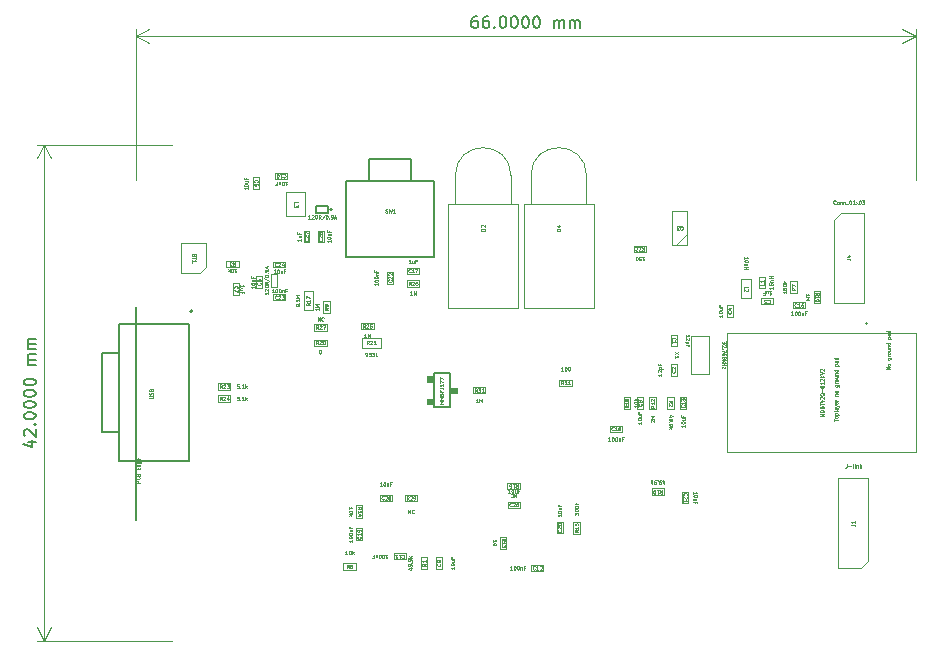
<source format=gbr>
%TF.GenerationSoftware,KiCad,Pcbnew,8.0.2-1*%
%TF.CreationDate,2025-01-23T13:43:47+09:00*%
%TF.ProjectId,gas_nrf52832,6761735f-6e72-4663-9532-3833322e6b69,rev?*%
%TF.SameCoordinates,Original*%
%TF.FileFunction,AssemblyDrawing,Top*%
%FSLAX46Y46*%
G04 Gerber Fmt 4.6, Leading zero omitted, Abs format (unit mm)*
G04 Created by KiCad (PCBNEW 8.0.2-1) date 2025-01-23 13:43:47*
%MOMM*%
%LPD*%
G01*
G04 APERTURE LIST*
%ADD10C,0.150000*%
%ADD11C,0.100000*%
%ADD12C,0.060000*%
%ADD13C,0.203200*%
%ADD14C,0.010000*%
%ADD15C,0.127000*%
%ADD16C,0.200000*%
G04 APERTURE END LIST*
D10*
X128857143Y-89124819D02*
X128666667Y-89124819D01*
X128666667Y-89124819D02*
X128571429Y-89172438D01*
X128571429Y-89172438D02*
X128523810Y-89220057D01*
X128523810Y-89220057D02*
X128428572Y-89362914D01*
X128428572Y-89362914D02*
X128380953Y-89553390D01*
X128380953Y-89553390D02*
X128380953Y-89934342D01*
X128380953Y-89934342D02*
X128428572Y-90029580D01*
X128428572Y-90029580D02*
X128476191Y-90077200D01*
X128476191Y-90077200D02*
X128571429Y-90124819D01*
X128571429Y-90124819D02*
X128761905Y-90124819D01*
X128761905Y-90124819D02*
X128857143Y-90077200D01*
X128857143Y-90077200D02*
X128904762Y-90029580D01*
X128904762Y-90029580D02*
X128952381Y-89934342D01*
X128952381Y-89934342D02*
X128952381Y-89696247D01*
X128952381Y-89696247D02*
X128904762Y-89601009D01*
X128904762Y-89601009D02*
X128857143Y-89553390D01*
X128857143Y-89553390D02*
X128761905Y-89505771D01*
X128761905Y-89505771D02*
X128571429Y-89505771D01*
X128571429Y-89505771D02*
X128476191Y-89553390D01*
X128476191Y-89553390D02*
X128428572Y-89601009D01*
X128428572Y-89601009D02*
X128380953Y-89696247D01*
X129809524Y-89124819D02*
X129619048Y-89124819D01*
X129619048Y-89124819D02*
X129523810Y-89172438D01*
X129523810Y-89172438D02*
X129476191Y-89220057D01*
X129476191Y-89220057D02*
X129380953Y-89362914D01*
X129380953Y-89362914D02*
X129333334Y-89553390D01*
X129333334Y-89553390D02*
X129333334Y-89934342D01*
X129333334Y-89934342D02*
X129380953Y-90029580D01*
X129380953Y-90029580D02*
X129428572Y-90077200D01*
X129428572Y-90077200D02*
X129523810Y-90124819D01*
X129523810Y-90124819D02*
X129714286Y-90124819D01*
X129714286Y-90124819D02*
X129809524Y-90077200D01*
X129809524Y-90077200D02*
X129857143Y-90029580D01*
X129857143Y-90029580D02*
X129904762Y-89934342D01*
X129904762Y-89934342D02*
X129904762Y-89696247D01*
X129904762Y-89696247D02*
X129857143Y-89601009D01*
X129857143Y-89601009D02*
X129809524Y-89553390D01*
X129809524Y-89553390D02*
X129714286Y-89505771D01*
X129714286Y-89505771D02*
X129523810Y-89505771D01*
X129523810Y-89505771D02*
X129428572Y-89553390D01*
X129428572Y-89553390D02*
X129380953Y-89601009D01*
X129380953Y-89601009D02*
X129333334Y-89696247D01*
X130333334Y-90029580D02*
X130380953Y-90077200D01*
X130380953Y-90077200D02*
X130333334Y-90124819D01*
X130333334Y-90124819D02*
X130285715Y-90077200D01*
X130285715Y-90077200D02*
X130333334Y-90029580D01*
X130333334Y-90029580D02*
X130333334Y-90124819D01*
X131000000Y-89124819D02*
X131095238Y-89124819D01*
X131095238Y-89124819D02*
X131190476Y-89172438D01*
X131190476Y-89172438D02*
X131238095Y-89220057D01*
X131238095Y-89220057D02*
X131285714Y-89315295D01*
X131285714Y-89315295D02*
X131333333Y-89505771D01*
X131333333Y-89505771D02*
X131333333Y-89743866D01*
X131333333Y-89743866D02*
X131285714Y-89934342D01*
X131285714Y-89934342D02*
X131238095Y-90029580D01*
X131238095Y-90029580D02*
X131190476Y-90077200D01*
X131190476Y-90077200D02*
X131095238Y-90124819D01*
X131095238Y-90124819D02*
X131000000Y-90124819D01*
X131000000Y-90124819D02*
X130904762Y-90077200D01*
X130904762Y-90077200D02*
X130857143Y-90029580D01*
X130857143Y-90029580D02*
X130809524Y-89934342D01*
X130809524Y-89934342D02*
X130761905Y-89743866D01*
X130761905Y-89743866D02*
X130761905Y-89505771D01*
X130761905Y-89505771D02*
X130809524Y-89315295D01*
X130809524Y-89315295D02*
X130857143Y-89220057D01*
X130857143Y-89220057D02*
X130904762Y-89172438D01*
X130904762Y-89172438D02*
X131000000Y-89124819D01*
X131952381Y-89124819D02*
X132047619Y-89124819D01*
X132047619Y-89124819D02*
X132142857Y-89172438D01*
X132142857Y-89172438D02*
X132190476Y-89220057D01*
X132190476Y-89220057D02*
X132238095Y-89315295D01*
X132238095Y-89315295D02*
X132285714Y-89505771D01*
X132285714Y-89505771D02*
X132285714Y-89743866D01*
X132285714Y-89743866D02*
X132238095Y-89934342D01*
X132238095Y-89934342D02*
X132190476Y-90029580D01*
X132190476Y-90029580D02*
X132142857Y-90077200D01*
X132142857Y-90077200D02*
X132047619Y-90124819D01*
X132047619Y-90124819D02*
X131952381Y-90124819D01*
X131952381Y-90124819D02*
X131857143Y-90077200D01*
X131857143Y-90077200D02*
X131809524Y-90029580D01*
X131809524Y-90029580D02*
X131761905Y-89934342D01*
X131761905Y-89934342D02*
X131714286Y-89743866D01*
X131714286Y-89743866D02*
X131714286Y-89505771D01*
X131714286Y-89505771D02*
X131761905Y-89315295D01*
X131761905Y-89315295D02*
X131809524Y-89220057D01*
X131809524Y-89220057D02*
X131857143Y-89172438D01*
X131857143Y-89172438D02*
X131952381Y-89124819D01*
X132904762Y-89124819D02*
X133000000Y-89124819D01*
X133000000Y-89124819D02*
X133095238Y-89172438D01*
X133095238Y-89172438D02*
X133142857Y-89220057D01*
X133142857Y-89220057D02*
X133190476Y-89315295D01*
X133190476Y-89315295D02*
X133238095Y-89505771D01*
X133238095Y-89505771D02*
X133238095Y-89743866D01*
X133238095Y-89743866D02*
X133190476Y-89934342D01*
X133190476Y-89934342D02*
X133142857Y-90029580D01*
X133142857Y-90029580D02*
X133095238Y-90077200D01*
X133095238Y-90077200D02*
X133000000Y-90124819D01*
X133000000Y-90124819D02*
X132904762Y-90124819D01*
X132904762Y-90124819D02*
X132809524Y-90077200D01*
X132809524Y-90077200D02*
X132761905Y-90029580D01*
X132761905Y-90029580D02*
X132714286Y-89934342D01*
X132714286Y-89934342D02*
X132666667Y-89743866D01*
X132666667Y-89743866D02*
X132666667Y-89505771D01*
X132666667Y-89505771D02*
X132714286Y-89315295D01*
X132714286Y-89315295D02*
X132761905Y-89220057D01*
X132761905Y-89220057D02*
X132809524Y-89172438D01*
X132809524Y-89172438D02*
X132904762Y-89124819D01*
X133857143Y-89124819D02*
X133952381Y-89124819D01*
X133952381Y-89124819D02*
X134047619Y-89172438D01*
X134047619Y-89172438D02*
X134095238Y-89220057D01*
X134095238Y-89220057D02*
X134142857Y-89315295D01*
X134142857Y-89315295D02*
X134190476Y-89505771D01*
X134190476Y-89505771D02*
X134190476Y-89743866D01*
X134190476Y-89743866D02*
X134142857Y-89934342D01*
X134142857Y-89934342D02*
X134095238Y-90029580D01*
X134095238Y-90029580D02*
X134047619Y-90077200D01*
X134047619Y-90077200D02*
X133952381Y-90124819D01*
X133952381Y-90124819D02*
X133857143Y-90124819D01*
X133857143Y-90124819D02*
X133761905Y-90077200D01*
X133761905Y-90077200D02*
X133714286Y-90029580D01*
X133714286Y-90029580D02*
X133666667Y-89934342D01*
X133666667Y-89934342D02*
X133619048Y-89743866D01*
X133619048Y-89743866D02*
X133619048Y-89505771D01*
X133619048Y-89505771D02*
X133666667Y-89315295D01*
X133666667Y-89315295D02*
X133714286Y-89220057D01*
X133714286Y-89220057D02*
X133761905Y-89172438D01*
X133761905Y-89172438D02*
X133857143Y-89124819D01*
X135380953Y-90124819D02*
X135380953Y-89458152D01*
X135380953Y-89553390D02*
X135428572Y-89505771D01*
X135428572Y-89505771D02*
X135523810Y-89458152D01*
X135523810Y-89458152D02*
X135666667Y-89458152D01*
X135666667Y-89458152D02*
X135761905Y-89505771D01*
X135761905Y-89505771D02*
X135809524Y-89601009D01*
X135809524Y-89601009D02*
X135809524Y-90124819D01*
X135809524Y-89601009D02*
X135857143Y-89505771D01*
X135857143Y-89505771D02*
X135952381Y-89458152D01*
X135952381Y-89458152D02*
X136095238Y-89458152D01*
X136095238Y-89458152D02*
X136190477Y-89505771D01*
X136190477Y-89505771D02*
X136238096Y-89601009D01*
X136238096Y-89601009D02*
X136238096Y-90124819D01*
X136714286Y-90124819D02*
X136714286Y-89458152D01*
X136714286Y-89553390D02*
X136761905Y-89505771D01*
X136761905Y-89505771D02*
X136857143Y-89458152D01*
X136857143Y-89458152D02*
X137000000Y-89458152D01*
X137000000Y-89458152D02*
X137095238Y-89505771D01*
X137095238Y-89505771D02*
X137142857Y-89601009D01*
X137142857Y-89601009D02*
X137142857Y-90124819D01*
X137142857Y-89601009D02*
X137190476Y-89505771D01*
X137190476Y-89505771D02*
X137285714Y-89458152D01*
X137285714Y-89458152D02*
X137428571Y-89458152D01*
X137428571Y-89458152D02*
X137523810Y-89505771D01*
X137523810Y-89505771D02*
X137571429Y-89601009D01*
X137571429Y-89601009D02*
X137571429Y-90124819D01*
D11*
X100000000Y-103000000D02*
X100000000Y-90233580D01*
X166000000Y-103000000D02*
X166000000Y-90233580D01*
X100000000Y-90820000D02*
X166000000Y-90820000D01*
X100000000Y-90820000D02*
X166000000Y-90820000D01*
X100000000Y-90820000D02*
X101126504Y-90233579D01*
X100000000Y-90820000D02*
X101126504Y-91406421D01*
X166000000Y-90820000D02*
X164873496Y-91406421D01*
X166000000Y-90820000D02*
X164873496Y-90233579D01*
D10*
X90818152Y-125142856D02*
X91484819Y-125142856D01*
X90437200Y-125380951D02*
X91151485Y-125619046D01*
X91151485Y-125619046D02*
X91151485Y-124999999D01*
X90580057Y-124666665D02*
X90532438Y-124619046D01*
X90532438Y-124619046D02*
X90484819Y-124523808D01*
X90484819Y-124523808D02*
X90484819Y-124285713D01*
X90484819Y-124285713D02*
X90532438Y-124190475D01*
X90532438Y-124190475D02*
X90580057Y-124142856D01*
X90580057Y-124142856D02*
X90675295Y-124095237D01*
X90675295Y-124095237D02*
X90770533Y-124095237D01*
X90770533Y-124095237D02*
X90913390Y-124142856D01*
X90913390Y-124142856D02*
X91484819Y-124714284D01*
X91484819Y-124714284D02*
X91484819Y-124095237D01*
X91389580Y-123666665D02*
X91437200Y-123619046D01*
X91437200Y-123619046D02*
X91484819Y-123666665D01*
X91484819Y-123666665D02*
X91437200Y-123714284D01*
X91437200Y-123714284D02*
X91389580Y-123666665D01*
X91389580Y-123666665D02*
X91484819Y-123666665D01*
X90484819Y-122999999D02*
X90484819Y-122904761D01*
X90484819Y-122904761D02*
X90532438Y-122809523D01*
X90532438Y-122809523D02*
X90580057Y-122761904D01*
X90580057Y-122761904D02*
X90675295Y-122714285D01*
X90675295Y-122714285D02*
X90865771Y-122666666D01*
X90865771Y-122666666D02*
X91103866Y-122666666D01*
X91103866Y-122666666D02*
X91294342Y-122714285D01*
X91294342Y-122714285D02*
X91389580Y-122761904D01*
X91389580Y-122761904D02*
X91437200Y-122809523D01*
X91437200Y-122809523D02*
X91484819Y-122904761D01*
X91484819Y-122904761D02*
X91484819Y-122999999D01*
X91484819Y-122999999D02*
X91437200Y-123095237D01*
X91437200Y-123095237D02*
X91389580Y-123142856D01*
X91389580Y-123142856D02*
X91294342Y-123190475D01*
X91294342Y-123190475D02*
X91103866Y-123238094D01*
X91103866Y-123238094D02*
X90865771Y-123238094D01*
X90865771Y-123238094D02*
X90675295Y-123190475D01*
X90675295Y-123190475D02*
X90580057Y-123142856D01*
X90580057Y-123142856D02*
X90532438Y-123095237D01*
X90532438Y-123095237D02*
X90484819Y-122999999D01*
X90484819Y-122047618D02*
X90484819Y-121952380D01*
X90484819Y-121952380D02*
X90532438Y-121857142D01*
X90532438Y-121857142D02*
X90580057Y-121809523D01*
X90580057Y-121809523D02*
X90675295Y-121761904D01*
X90675295Y-121761904D02*
X90865771Y-121714285D01*
X90865771Y-121714285D02*
X91103866Y-121714285D01*
X91103866Y-121714285D02*
X91294342Y-121761904D01*
X91294342Y-121761904D02*
X91389580Y-121809523D01*
X91389580Y-121809523D02*
X91437200Y-121857142D01*
X91437200Y-121857142D02*
X91484819Y-121952380D01*
X91484819Y-121952380D02*
X91484819Y-122047618D01*
X91484819Y-122047618D02*
X91437200Y-122142856D01*
X91437200Y-122142856D02*
X91389580Y-122190475D01*
X91389580Y-122190475D02*
X91294342Y-122238094D01*
X91294342Y-122238094D02*
X91103866Y-122285713D01*
X91103866Y-122285713D02*
X90865771Y-122285713D01*
X90865771Y-122285713D02*
X90675295Y-122238094D01*
X90675295Y-122238094D02*
X90580057Y-122190475D01*
X90580057Y-122190475D02*
X90532438Y-122142856D01*
X90532438Y-122142856D02*
X90484819Y-122047618D01*
X90484819Y-121095237D02*
X90484819Y-120999999D01*
X90484819Y-120999999D02*
X90532438Y-120904761D01*
X90532438Y-120904761D02*
X90580057Y-120857142D01*
X90580057Y-120857142D02*
X90675295Y-120809523D01*
X90675295Y-120809523D02*
X90865771Y-120761904D01*
X90865771Y-120761904D02*
X91103866Y-120761904D01*
X91103866Y-120761904D02*
X91294342Y-120809523D01*
X91294342Y-120809523D02*
X91389580Y-120857142D01*
X91389580Y-120857142D02*
X91437200Y-120904761D01*
X91437200Y-120904761D02*
X91484819Y-120999999D01*
X91484819Y-120999999D02*
X91484819Y-121095237D01*
X91484819Y-121095237D02*
X91437200Y-121190475D01*
X91437200Y-121190475D02*
X91389580Y-121238094D01*
X91389580Y-121238094D02*
X91294342Y-121285713D01*
X91294342Y-121285713D02*
X91103866Y-121333332D01*
X91103866Y-121333332D02*
X90865771Y-121333332D01*
X90865771Y-121333332D02*
X90675295Y-121285713D01*
X90675295Y-121285713D02*
X90580057Y-121238094D01*
X90580057Y-121238094D02*
X90532438Y-121190475D01*
X90532438Y-121190475D02*
X90484819Y-121095237D01*
X90484819Y-120142856D02*
X90484819Y-120047618D01*
X90484819Y-120047618D02*
X90532438Y-119952380D01*
X90532438Y-119952380D02*
X90580057Y-119904761D01*
X90580057Y-119904761D02*
X90675295Y-119857142D01*
X90675295Y-119857142D02*
X90865771Y-119809523D01*
X90865771Y-119809523D02*
X91103866Y-119809523D01*
X91103866Y-119809523D02*
X91294342Y-119857142D01*
X91294342Y-119857142D02*
X91389580Y-119904761D01*
X91389580Y-119904761D02*
X91437200Y-119952380D01*
X91437200Y-119952380D02*
X91484819Y-120047618D01*
X91484819Y-120047618D02*
X91484819Y-120142856D01*
X91484819Y-120142856D02*
X91437200Y-120238094D01*
X91437200Y-120238094D02*
X91389580Y-120285713D01*
X91389580Y-120285713D02*
X91294342Y-120333332D01*
X91294342Y-120333332D02*
X91103866Y-120380951D01*
X91103866Y-120380951D02*
X90865771Y-120380951D01*
X90865771Y-120380951D02*
X90675295Y-120333332D01*
X90675295Y-120333332D02*
X90580057Y-120285713D01*
X90580057Y-120285713D02*
X90532438Y-120238094D01*
X90532438Y-120238094D02*
X90484819Y-120142856D01*
X91484819Y-118619046D02*
X90818152Y-118619046D01*
X90913390Y-118619046D02*
X90865771Y-118571427D01*
X90865771Y-118571427D02*
X90818152Y-118476189D01*
X90818152Y-118476189D02*
X90818152Y-118333332D01*
X90818152Y-118333332D02*
X90865771Y-118238094D01*
X90865771Y-118238094D02*
X90961009Y-118190475D01*
X90961009Y-118190475D02*
X91484819Y-118190475D01*
X90961009Y-118190475D02*
X90865771Y-118142856D01*
X90865771Y-118142856D02*
X90818152Y-118047618D01*
X90818152Y-118047618D02*
X90818152Y-117904761D01*
X90818152Y-117904761D02*
X90865771Y-117809522D01*
X90865771Y-117809522D02*
X90961009Y-117761903D01*
X90961009Y-117761903D02*
X91484819Y-117761903D01*
X91484819Y-117285713D02*
X90818152Y-117285713D01*
X90913390Y-117285713D02*
X90865771Y-117238094D01*
X90865771Y-117238094D02*
X90818152Y-117142856D01*
X90818152Y-117142856D02*
X90818152Y-116999999D01*
X90818152Y-116999999D02*
X90865771Y-116904761D01*
X90865771Y-116904761D02*
X90961009Y-116857142D01*
X90961009Y-116857142D02*
X91484819Y-116857142D01*
X90961009Y-116857142D02*
X90865771Y-116809523D01*
X90865771Y-116809523D02*
X90818152Y-116714285D01*
X90818152Y-116714285D02*
X90818152Y-116571428D01*
X90818152Y-116571428D02*
X90865771Y-116476189D01*
X90865771Y-116476189D02*
X90961009Y-116428570D01*
X90961009Y-116428570D02*
X91484819Y-116428570D01*
D11*
X103000000Y-142000000D02*
X91593580Y-142000000D01*
X103000000Y-100000000D02*
X91593580Y-100000000D01*
X92180000Y-142000000D02*
X92180000Y-100000000D01*
X92180000Y-142000000D02*
X92180000Y-100000000D01*
X92180000Y-142000000D02*
X91593579Y-140873496D01*
X92180000Y-142000000D02*
X92766421Y-140873496D01*
X92180000Y-100000000D02*
X92766421Y-101126504D01*
X92180000Y-100000000D02*
X91593579Y-101126504D01*
D12*
X155040665Y-112391427D02*
X155040665Y-112562856D01*
X155040665Y-112477141D02*
X154740665Y-112477141D01*
X154740665Y-112477141D02*
X154783522Y-112505713D01*
X154783522Y-112505713D02*
X154812094Y-112534284D01*
X154812094Y-112534284D02*
X154826380Y-112562856D01*
X154869237Y-112219999D02*
X154854951Y-112248570D01*
X154854951Y-112248570D02*
X154840665Y-112262856D01*
X154840665Y-112262856D02*
X154812094Y-112277142D01*
X154812094Y-112277142D02*
X154797808Y-112277142D01*
X154797808Y-112277142D02*
X154769237Y-112262856D01*
X154769237Y-112262856D02*
X154754951Y-112248570D01*
X154754951Y-112248570D02*
X154740665Y-112219999D01*
X154740665Y-112219999D02*
X154740665Y-112162856D01*
X154740665Y-112162856D02*
X154754951Y-112134285D01*
X154754951Y-112134285D02*
X154769237Y-112119999D01*
X154769237Y-112119999D02*
X154797808Y-112105713D01*
X154797808Y-112105713D02*
X154812094Y-112105713D01*
X154812094Y-112105713D02*
X154840665Y-112119999D01*
X154840665Y-112119999D02*
X154854951Y-112134285D01*
X154854951Y-112134285D02*
X154869237Y-112162856D01*
X154869237Y-112162856D02*
X154869237Y-112219999D01*
X154869237Y-112219999D02*
X154883522Y-112248570D01*
X154883522Y-112248570D02*
X154897808Y-112262856D01*
X154897808Y-112262856D02*
X154926380Y-112277142D01*
X154926380Y-112277142D02*
X154983522Y-112277142D01*
X154983522Y-112277142D02*
X155012094Y-112262856D01*
X155012094Y-112262856D02*
X155026380Y-112248570D01*
X155026380Y-112248570D02*
X155040665Y-112219999D01*
X155040665Y-112219999D02*
X155040665Y-112162856D01*
X155040665Y-112162856D02*
X155026380Y-112134285D01*
X155026380Y-112134285D02*
X155012094Y-112119999D01*
X155012094Y-112119999D02*
X154983522Y-112105713D01*
X154983522Y-112105713D02*
X154926380Y-112105713D01*
X154926380Y-112105713D02*
X154897808Y-112119999D01*
X154897808Y-112119999D02*
X154883522Y-112134285D01*
X154883522Y-112134285D02*
X154869237Y-112162856D01*
X154740665Y-111919999D02*
X154740665Y-111891428D01*
X154740665Y-111891428D02*
X154754951Y-111862856D01*
X154754951Y-111862856D02*
X154769237Y-111848571D01*
X154769237Y-111848571D02*
X154797808Y-111834285D01*
X154797808Y-111834285D02*
X154854951Y-111819999D01*
X154854951Y-111819999D02*
X154926380Y-111819999D01*
X154926380Y-111819999D02*
X154983522Y-111834285D01*
X154983522Y-111834285D02*
X155012094Y-111848571D01*
X155012094Y-111848571D02*
X155026380Y-111862856D01*
X155026380Y-111862856D02*
X155040665Y-111891428D01*
X155040665Y-111891428D02*
X155040665Y-111919999D01*
X155040665Y-111919999D02*
X155026380Y-111948571D01*
X155026380Y-111948571D02*
X155012094Y-111962856D01*
X155012094Y-111962856D02*
X154983522Y-111977142D01*
X154983522Y-111977142D02*
X154926380Y-111991428D01*
X154926380Y-111991428D02*
X154854951Y-111991428D01*
X154854951Y-111991428D02*
X154797808Y-111977142D01*
X154797808Y-111977142D02*
X154769237Y-111962856D01*
X154769237Y-111962856D02*
X154754951Y-111948571D01*
X154754951Y-111948571D02*
X154740665Y-111919999D01*
X155040665Y-111691428D02*
X154740665Y-111691428D01*
X154926380Y-111662857D02*
X155040665Y-111577142D01*
X154840665Y-111577142D02*
X154954951Y-111691428D01*
X155795665Y-112119999D02*
X155652808Y-112219999D01*
X155795665Y-112291428D02*
X155495665Y-112291428D01*
X155495665Y-112291428D02*
X155495665Y-112177142D01*
X155495665Y-112177142D02*
X155509951Y-112148571D01*
X155509951Y-112148571D02*
X155524237Y-112134285D01*
X155524237Y-112134285D02*
X155552808Y-112119999D01*
X155552808Y-112119999D02*
X155595665Y-112119999D01*
X155595665Y-112119999D02*
X155624237Y-112134285D01*
X155624237Y-112134285D02*
X155638522Y-112148571D01*
X155638522Y-112148571D02*
X155652808Y-112177142D01*
X155652808Y-112177142D02*
X155652808Y-112291428D01*
X155495665Y-112019999D02*
X155495665Y-111819999D01*
X155495665Y-111819999D02*
X155795665Y-111948571D01*
X115455665Y-113850713D02*
X115455665Y-114022142D01*
X115455665Y-113936427D02*
X115155665Y-113936427D01*
X115155665Y-113936427D02*
X115198522Y-113964999D01*
X115198522Y-113964999D02*
X115227094Y-113993570D01*
X115227094Y-113993570D02*
X115241380Y-114022142D01*
X115455665Y-113722142D02*
X115155665Y-113722142D01*
X115155665Y-113722142D02*
X115369951Y-113622142D01*
X115369951Y-113622142D02*
X115155665Y-113522142D01*
X115155665Y-113522142D02*
X115455665Y-113522142D01*
X116255665Y-113814999D02*
X116112808Y-113914999D01*
X116255665Y-113986428D02*
X115955665Y-113986428D01*
X115955665Y-113986428D02*
X115955665Y-113872142D01*
X115955665Y-113872142D02*
X115969951Y-113843571D01*
X115969951Y-113843571D02*
X115984237Y-113829285D01*
X115984237Y-113829285D02*
X116012808Y-113814999D01*
X116012808Y-113814999D02*
X116055665Y-113814999D01*
X116055665Y-113814999D02*
X116084237Y-113829285D01*
X116084237Y-113829285D02*
X116098522Y-113843571D01*
X116098522Y-113843571D02*
X116112808Y-113872142D01*
X116112808Y-113872142D02*
X116112808Y-113986428D01*
X116255665Y-113672142D02*
X116255665Y-113614999D01*
X116255665Y-113614999D02*
X116241380Y-113586428D01*
X116241380Y-113586428D02*
X116227094Y-113572142D01*
X116227094Y-113572142D02*
X116184237Y-113543571D01*
X116184237Y-113543571D02*
X116127094Y-113529285D01*
X116127094Y-113529285D02*
X116012808Y-113529285D01*
X116012808Y-113529285D02*
X115984237Y-113543571D01*
X115984237Y-113543571D02*
X115969951Y-113557857D01*
X115969951Y-113557857D02*
X115955665Y-113586428D01*
X115955665Y-113586428D02*
X115955665Y-113643571D01*
X115955665Y-113643571D02*
X115969951Y-113672142D01*
X115969951Y-113672142D02*
X115984237Y-113686428D01*
X115984237Y-113686428D02*
X116012808Y-113700714D01*
X116012808Y-113700714D02*
X116084237Y-113700714D01*
X116084237Y-113700714D02*
X116112808Y-113686428D01*
X116112808Y-113686428D02*
X116127094Y-113672142D01*
X116127094Y-113672142D02*
X116141380Y-113643571D01*
X116141380Y-113643571D02*
X116141380Y-113586428D01*
X116141380Y-113586428D02*
X116127094Y-113557857D01*
X116127094Y-113557857D02*
X116112808Y-113543571D01*
X116112808Y-113543571D02*
X116084237Y-113529285D01*
X142465665Y-122063570D02*
X142465665Y-122234999D01*
X142465665Y-122149284D02*
X142165665Y-122149284D01*
X142165665Y-122149284D02*
X142208522Y-122177856D01*
X142208522Y-122177856D02*
X142237094Y-122206427D01*
X142237094Y-122206427D02*
X142251380Y-122234999D01*
X142165665Y-121877856D02*
X142165665Y-121849285D01*
X142165665Y-121849285D02*
X142179951Y-121820713D01*
X142179951Y-121820713D02*
X142194237Y-121806428D01*
X142194237Y-121806428D02*
X142222808Y-121792142D01*
X142222808Y-121792142D02*
X142279951Y-121777856D01*
X142279951Y-121777856D02*
X142351380Y-121777856D01*
X142351380Y-121777856D02*
X142408522Y-121792142D01*
X142408522Y-121792142D02*
X142437094Y-121806428D01*
X142437094Y-121806428D02*
X142451380Y-121820713D01*
X142451380Y-121820713D02*
X142465665Y-121849285D01*
X142465665Y-121849285D02*
X142465665Y-121877856D01*
X142465665Y-121877856D02*
X142451380Y-121906428D01*
X142451380Y-121906428D02*
X142437094Y-121920713D01*
X142437094Y-121920713D02*
X142408522Y-121934999D01*
X142408522Y-121934999D02*
X142351380Y-121949285D01*
X142351380Y-121949285D02*
X142279951Y-121949285D01*
X142279951Y-121949285D02*
X142222808Y-121934999D01*
X142222808Y-121934999D02*
X142194237Y-121920713D01*
X142194237Y-121920713D02*
X142179951Y-121906428D01*
X142179951Y-121906428D02*
X142165665Y-121877856D01*
X142465665Y-121649285D02*
X142165665Y-121649285D01*
X142351380Y-121620714D02*
X142465665Y-121534999D01*
X142265665Y-121534999D02*
X142379951Y-121649285D01*
X141675665Y-122077856D02*
X141532808Y-122177856D01*
X141675665Y-122249285D02*
X141375665Y-122249285D01*
X141375665Y-122249285D02*
X141375665Y-122134999D01*
X141375665Y-122134999D02*
X141389951Y-122106428D01*
X141389951Y-122106428D02*
X141404237Y-122092142D01*
X141404237Y-122092142D02*
X141432808Y-122077856D01*
X141432808Y-122077856D02*
X141475665Y-122077856D01*
X141475665Y-122077856D02*
X141504237Y-122092142D01*
X141504237Y-122092142D02*
X141518522Y-122106428D01*
X141518522Y-122106428D02*
X141532808Y-122134999D01*
X141532808Y-122134999D02*
X141532808Y-122249285D01*
X141675665Y-121792142D02*
X141675665Y-121963571D01*
X141675665Y-121877856D02*
X141375665Y-121877856D01*
X141375665Y-121877856D02*
X141418522Y-121906428D01*
X141418522Y-121906428D02*
X141447094Y-121934999D01*
X141447094Y-121934999D02*
X141461380Y-121963571D01*
X141504237Y-121620714D02*
X141489951Y-121649285D01*
X141489951Y-121649285D02*
X141475665Y-121663571D01*
X141475665Y-121663571D02*
X141447094Y-121677857D01*
X141447094Y-121677857D02*
X141432808Y-121677857D01*
X141432808Y-121677857D02*
X141404237Y-121663571D01*
X141404237Y-121663571D02*
X141389951Y-121649285D01*
X141389951Y-121649285D02*
X141375665Y-121620714D01*
X141375665Y-121620714D02*
X141375665Y-121563571D01*
X141375665Y-121563571D02*
X141389951Y-121535000D01*
X141389951Y-121535000D02*
X141404237Y-121520714D01*
X141404237Y-121520714D02*
X141432808Y-121506428D01*
X141432808Y-121506428D02*
X141447094Y-121506428D01*
X141447094Y-121506428D02*
X141475665Y-121520714D01*
X141475665Y-121520714D02*
X141489951Y-121535000D01*
X141489951Y-121535000D02*
X141504237Y-121563571D01*
X141504237Y-121563571D02*
X141504237Y-121620714D01*
X141504237Y-121620714D02*
X141518522Y-121649285D01*
X141518522Y-121649285D02*
X141532808Y-121663571D01*
X141532808Y-121663571D02*
X141561380Y-121677857D01*
X141561380Y-121677857D02*
X141618522Y-121677857D01*
X141618522Y-121677857D02*
X141647094Y-121663571D01*
X141647094Y-121663571D02*
X141661380Y-121649285D01*
X141661380Y-121649285D02*
X141675665Y-121620714D01*
X141675665Y-121620714D02*
X141675665Y-121563571D01*
X141675665Y-121563571D02*
X141661380Y-121535000D01*
X141661380Y-121535000D02*
X141647094Y-121520714D01*
X141647094Y-121520714D02*
X141618522Y-121506428D01*
X141618522Y-121506428D02*
X141561380Y-121506428D01*
X141561380Y-121506428D02*
X141532808Y-121520714D01*
X141532808Y-121520714D02*
X141518522Y-121535000D01*
X141518522Y-121535000D02*
X141504237Y-121563571D01*
X113369334Y-104995000D02*
X113369334Y-104852143D01*
X113369334Y-104852143D02*
X113669334Y-104852143D01*
X113669334Y-105066429D02*
X113669334Y-105252143D01*
X113669334Y-105252143D02*
X113555048Y-105152143D01*
X113555048Y-105152143D02*
X113555048Y-105195000D01*
X113555048Y-105195000D02*
X113540762Y-105223572D01*
X113540762Y-105223572D02*
X113526477Y-105237857D01*
X113526477Y-105237857D02*
X113497905Y-105252143D01*
X113497905Y-105252143D02*
X113426477Y-105252143D01*
X113426477Y-105252143D02*
X113397905Y-105237857D01*
X113397905Y-105237857D02*
X113383620Y-105223572D01*
X113383620Y-105223572D02*
X113369334Y-105195000D01*
X113369334Y-105195000D02*
X113369334Y-105109286D01*
X113369334Y-105109286D02*
X113383620Y-105080714D01*
X113383620Y-105080714D02*
X113397905Y-105066429D01*
X118285665Y-133449285D02*
X118285665Y-133620714D01*
X118285665Y-133534999D02*
X117985665Y-133534999D01*
X117985665Y-133534999D02*
X118028522Y-133563571D01*
X118028522Y-133563571D02*
X118057094Y-133592142D01*
X118057094Y-133592142D02*
X118071380Y-133620714D01*
X117985665Y-133263571D02*
X117985665Y-133235000D01*
X117985665Y-133235000D02*
X117999951Y-133206428D01*
X117999951Y-133206428D02*
X118014237Y-133192143D01*
X118014237Y-133192143D02*
X118042808Y-133177857D01*
X118042808Y-133177857D02*
X118099951Y-133163571D01*
X118099951Y-133163571D02*
X118171380Y-133163571D01*
X118171380Y-133163571D02*
X118228522Y-133177857D01*
X118228522Y-133177857D02*
X118257094Y-133192143D01*
X118257094Y-133192143D02*
X118271380Y-133206428D01*
X118271380Y-133206428D02*
X118285665Y-133235000D01*
X118285665Y-133235000D02*
X118285665Y-133263571D01*
X118285665Y-133263571D02*
X118271380Y-133292143D01*
X118271380Y-133292143D02*
X118257094Y-133306428D01*
X118257094Y-133306428D02*
X118228522Y-133320714D01*
X118228522Y-133320714D02*
X118171380Y-133335000D01*
X118171380Y-133335000D02*
X118099951Y-133335000D01*
X118099951Y-133335000D02*
X118042808Y-133320714D01*
X118042808Y-133320714D02*
X118014237Y-133306428D01*
X118014237Y-133306428D02*
X117999951Y-133292143D01*
X117999951Y-133292143D02*
X117985665Y-133263571D01*
X117985665Y-132977857D02*
X117985665Y-132949286D01*
X117985665Y-132949286D02*
X117999951Y-132920714D01*
X117999951Y-132920714D02*
X118014237Y-132906429D01*
X118014237Y-132906429D02*
X118042808Y-132892143D01*
X118042808Y-132892143D02*
X118099951Y-132877857D01*
X118099951Y-132877857D02*
X118171380Y-132877857D01*
X118171380Y-132877857D02*
X118228522Y-132892143D01*
X118228522Y-132892143D02*
X118257094Y-132906429D01*
X118257094Y-132906429D02*
X118271380Y-132920714D01*
X118271380Y-132920714D02*
X118285665Y-132949286D01*
X118285665Y-132949286D02*
X118285665Y-132977857D01*
X118285665Y-132977857D02*
X118271380Y-133006429D01*
X118271380Y-133006429D02*
X118257094Y-133020714D01*
X118257094Y-133020714D02*
X118228522Y-133035000D01*
X118228522Y-133035000D02*
X118171380Y-133049286D01*
X118171380Y-133049286D02*
X118099951Y-133049286D01*
X118099951Y-133049286D02*
X118042808Y-133035000D01*
X118042808Y-133035000D02*
X118014237Y-133020714D01*
X118014237Y-133020714D02*
X117999951Y-133006429D01*
X117999951Y-133006429D02*
X117985665Y-132977857D01*
X118085665Y-132749286D02*
X118285665Y-132749286D01*
X118114237Y-132749286D02*
X118099951Y-132735000D01*
X118099951Y-132735000D02*
X118085665Y-132706429D01*
X118085665Y-132706429D02*
X118085665Y-132663572D01*
X118085665Y-132663572D02*
X118099951Y-132635000D01*
X118099951Y-132635000D02*
X118128522Y-132620715D01*
X118128522Y-132620715D02*
X118285665Y-132620715D01*
X118128522Y-132377857D02*
X118128522Y-132477857D01*
X118285665Y-132477857D02*
X117985665Y-132477857D01*
X117985665Y-132477857D02*
X117985665Y-132335000D01*
X118987094Y-133177856D02*
X119001380Y-133192142D01*
X119001380Y-133192142D02*
X119015665Y-133234999D01*
X119015665Y-133234999D02*
X119015665Y-133263571D01*
X119015665Y-133263571D02*
X119001380Y-133306428D01*
X119001380Y-133306428D02*
X118972808Y-133334999D01*
X118972808Y-133334999D02*
X118944237Y-133349285D01*
X118944237Y-133349285D02*
X118887094Y-133363571D01*
X118887094Y-133363571D02*
X118844237Y-133363571D01*
X118844237Y-133363571D02*
X118787094Y-133349285D01*
X118787094Y-133349285D02*
X118758522Y-133334999D01*
X118758522Y-133334999D02*
X118729951Y-133306428D01*
X118729951Y-133306428D02*
X118715665Y-133263571D01*
X118715665Y-133263571D02*
X118715665Y-133234999D01*
X118715665Y-133234999D02*
X118729951Y-133192142D01*
X118729951Y-133192142D02*
X118744237Y-133177856D01*
X119015665Y-132892142D02*
X119015665Y-133063571D01*
X119015665Y-132977856D02*
X118715665Y-132977856D01*
X118715665Y-132977856D02*
X118758522Y-133006428D01*
X118758522Y-133006428D02*
X118787094Y-133034999D01*
X118787094Y-133034999D02*
X118801380Y-133063571D01*
X119015665Y-132749285D02*
X119015665Y-132692142D01*
X119015665Y-132692142D02*
X119001380Y-132663571D01*
X119001380Y-132663571D02*
X118987094Y-132649285D01*
X118987094Y-132649285D02*
X118944237Y-132620714D01*
X118944237Y-132620714D02*
X118887094Y-132606428D01*
X118887094Y-132606428D02*
X118772808Y-132606428D01*
X118772808Y-132606428D02*
X118744237Y-132620714D01*
X118744237Y-132620714D02*
X118729951Y-132635000D01*
X118729951Y-132635000D02*
X118715665Y-132663571D01*
X118715665Y-132663571D02*
X118715665Y-132720714D01*
X118715665Y-132720714D02*
X118729951Y-132749285D01*
X118729951Y-132749285D02*
X118744237Y-132763571D01*
X118744237Y-132763571D02*
X118772808Y-132777857D01*
X118772808Y-132777857D02*
X118844237Y-132777857D01*
X118844237Y-132777857D02*
X118872808Y-132763571D01*
X118872808Y-132763571D02*
X118887094Y-132749285D01*
X118887094Y-132749285D02*
X118901380Y-132720714D01*
X118901380Y-132720714D02*
X118901380Y-132663571D01*
X118901380Y-132663571D02*
X118887094Y-132635000D01*
X118887094Y-132635000D02*
X118872808Y-132620714D01*
X118872808Y-132620714D02*
X118844237Y-132606428D01*
X119484286Y-116305665D02*
X119312857Y-116305665D01*
X119398572Y-116305665D02*
X119398572Y-116005665D01*
X119398572Y-116005665D02*
X119370000Y-116048522D01*
X119370000Y-116048522D02*
X119341429Y-116077094D01*
X119341429Y-116077094D02*
X119312857Y-116091380D01*
X119612857Y-116305665D02*
X119612857Y-116005665D01*
X119612857Y-116005665D02*
X119712857Y-116219951D01*
X119712857Y-116219951D02*
X119812857Y-116005665D01*
X119812857Y-116005665D02*
X119812857Y-116305665D01*
X119377143Y-115505665D02*
X119277143Y-115362808D01*
X119205714Y-115505665D02*
X119205714Y-115205665D01*
X119205714Y-115205665D02*
X119320000Y-115205665D01*
X119320000Y-115205665D02*
X119348571Y-115219951D01*
X119348571Y-115219951D02*
X119362857Y-115234237D01*
X119362857Y-115234237D02*
X119377143Y-115262808D01*
X119377143Y-115262808D02*
X119377143Y-115305665D01*
X119377143Y-115305665D02*
X119362857Y-115334237D01*
X119362857Y-115334237D02*
X119348571Y-115348522D01*
X119348571Y-115348522D02*
X119320000Y-115362808D01*
X119320000Y-115362808D02*
X119205714Y-115362808D01*
X119491428Y-115234237D02*
X119505714Y-115219951D01*
X119505714Y-115219951D02*
X119534286Y-115205665D01*
X119534286Y-115205665D02*
X119605714Y-115205665D01*
X119605714Y-115205665D02*
X119634286Y-115219951D01*
X119634286Y-115219951D02*
X119648571Y-115234237D01*
X119648571Y-115234237D02*
X119662857Y-115262808D01*
X119662857Y-115262808D02*
X119662857Y-115291380D01*
X119662857Y-115291380D02*
X119648571Y-115334237D01*
X119648571Y-115334237D02*
X119477143Y-115505665D01*
X119477143Y-115505665D02*
X119662857Y-115505665D01*
X119934285Y-115205665D02*
X119791428Y-115205665D01*
X119791428Y-115205665D02*
X119777142Y-115348522D01*
X119777142Y-115348522D02*
X119791428Y-115334237D01*
X119791428Y-115334237D02*
X119820000Y-115319951D01*
X119820000Y-115319951D02*
X119891428Y-115319951D01*
X119891428Y-115319951D02*
X119920000Y-115334237D01*
X119920000Y-115334237D02*
X119934285Y-115348522D01*
X119934285Y-115348522D02*
X119948571Y-115377094D01*
X119948571Y-115377094D02*
X119948571Y-115448522D01*
X119948571Y-115448522D02*
X119934285Y-115477094D01*
X119934285Y-115477094D02*
X119920000Y-115491380D01*
X119920000Y-115491380D02*
X119891428Y-115505665D01*
X119891428Y-115505665D02*
X119820000Y-115505665D01*
X119820000Y-115505665D02*
X119791428Y-115491380D01*
X119791428Y-115491380D02*
X119777142Y-115477094D01*
X129505665Y-107271428D02*
X129205665Y-107271428D01*
X129205665Y-107271428D02*
X129205665Y-107199999D01*
X129205665Y-107199999D02*
X129219951Y-107157142D01*
X129219951Y-107157142D02*
X129248522Y-107128571D01*
X129248522Y-107128571D02*
X129277094Y-107114285D01*
X129277094Y-107114285D02*
X129334237Y-107099999D01*
X129334237Y-107099999D02*
X129377094Y-107099999D01*
X129377094Y-107099999D02*
X129434237Y-107114285D01*
X129434237Y-107114285D02*
X129462808Y-107128571D01*
X129462808Y-107128571D02*
X129491380Y-107157142D01*
X129491380Y-107157142D02*
X129505665Y-107199999D01*
X129505665Y-107199999D02*
X129505665Y-107271428D01*
X129234237Y-106985714D02*
X129219951Y-106971428D01*
X129219951Y-106971428D02*
X129205665Y-106942857D01*
X129205665Y-106942857D02*
X129205665Y-106871428D01*
X129205665Y-106871428D02*
X129219951Y-106842857D01*
X129219951Y-106842857D02*
X129234237Y-106828571D01*
X129234237Y-106828571D02*
X129262808Y-106814285D01*
X129262808Y-106814285D02*
X129291380Y-106814285D01*
X129291380Y-106814285D02*
X129334237Y-106828571D01*
X129334237Y-106828571D02*
X129505665Y-106999999D01*
X129505665Y-106999999D02*
X129505665Y-106814285D01*
X123024285Y-131215665D02*
X123024285Y-130915665D01*
X123024285Y-130915665D02*
X123195714Y-131215665D01*
X123195714Y-131215665D02*
X123195714Y-130915665D01*
X123510000Y-131187094D02*
X123495714Y-131201380D01*
X123495714Y-131201380D02*
X123452857Y-131215665D01*
X123452857Y-131215665D02*
X123424285Y-131215665D01*
X123424285Y-131215665D02*
X123381428Y-131201380D01*
X123381428Y-131201380D02*
X123352857Y-131172808D01*
X123352857Y-131172808D02*
X123338571Y-131144237D01*
X123338571Y-131144237D02*
X123324285Y-131087094D01*
X123324285Y-131087094D02*
X123324285Y-131044237D01*
X123324285Y-131044237D02*
X123338571Y-130987094D01*
X123338571Y-130987094D02*
X123352857Y-130958522D01*
X123352857Y-130958522D02*
X123381428Y-130929951D01*
X123381428Y-130929951D02*
X123424285Y-130915665D01*
X123424285Y-130915665D02*
X123452857Y-130915665D01*
X123452857Y-130915665D02*
X123495714Y-130929951D01*
X123495714Y-130929951D02*
X123510000Y-130944237D01*
X123067143Y-130045665D02*
X122967143Y-129902808D01*
X122895714Y-130045665D02*
X122895714Y-129745665D01*
X122895714Y-129745665D02*
X123010000Y-129745665D01*
X123010000Y-129745665D02*
X123038571Y-129759951D01*
X123038571Y-129759951D02*
X123052857Y-129774237D01*
X123052857Y-129774237D02*
X123067143Y-129802808D01*
X123067143Y-129802808D02*
X123067143Y-129845665D01*
X123067143Y-129845665D02*
X123052857Y-129874237D01*
X123052857Y-129874237D02*
X123038571Y-129888522D01*
X123038571Y-129888522D02*
X123010000Y-129902808D01*
X123010000Y-129902808D02*
X122895714Y-129902808D01*
X123181428Y-129774237D02*
X123195714Y-129759951D01*
X123195714Y-129759951D02*
X123224286Y-129745665D01*
X123224286Y-129745665D02*
X123295714Y-129745665D01*
X123295714Y-129745665D02*
X123324286Y-129759951D01*
X123324286Y-129759951D02*
X123338571Y-129774237D01*
X123338571Y-129774237D02*
X123352857Y-129802808D01*
X123352857Y-129802808D02*
X123352857Y-129831380D01*
X123352857Y-129831380D02*
X123338571Y-129874237D01*
X123338571Y-129874237D02*
X123167143Y-130045665D01*
X123167143Y-130045665D02*
X123352857Y-130045665D01*
X123495714Y-130045665D02*
X123552857Y-130045665D01*
X123552857Y-130045665D02*
X123581428Y-130031380D01*
X123581428Y-130031380D02*
X123595714Y-130017094D01*
X123595714Y-130017094D02*
X123624285Y-129974237D01*
X123624285Y-129974237D02*
X123638571Y-129917094D01*
X123638571Y-129917094D02*
X123638571Y-129802808D01*
X123638571Y-129802808D02*
X123624285Y-129774237D01*
X123624285Y-129774237D02*
X123610000Y-129759951D01*
X123610000Y-129759951D02*
X123581428Y-129745665D01*
X123581428Y-129745665D02*
X123524285Y-129745665D01*
X123524285Y-129745665D02*
X123495714Y-129759951D01*
X123495714Y-129759951D02*
X123481428Y-129774237D01*
X123481428Y-129774237D02*
X123467142Y-129802808D01*
X123467142Y-129802808D02*
X123467142Y-129874237D01*
X123467142Y-129874237D02*
X123481428Y-129902808D01*
X123481428Y-129902808D02*
X123495714Y-129917094D01*
X123495714Y-129917094D02*
X123524285Y-129931380D01*
X123524285Y-129931380D02*
X123581428Y-129931380D01*
X123581428Y-129931380D02*
X123610000Y-129917094D01*
X123610000Y-129917094D02*
X123624285Y-129902808D01*
X123624285Y-129902808D02*
X123638571Y-129874237D01*
X113945665Y-107958571D02*
X113945665Y-108130000D01*
X113945665Y-108044285D02*
X113645665Y-108044285D01*
X113645665Y-108044285D02*
X113688522Y-108072857D01*
X113688522Y-108072857D02*
X113717094Y-108101428D01*
X113717094Y-108101428D02*
X113731380Y-108130000D01*
X113745665Y-107701429D02*
X113945665Y-107701429D01*
X113745665Y-107830000D02*
X113902808Y-107830000D01*
X113902808Y-107830000D02*
X113931380Y-107815714D01*
X113931380Y-107815714D02*
X113945665Y-107787143D01*
X113945665Y-107787143D02*
X113945665Y-107744286D01*
X113945665Y-107744286D02*
X113931380Y-107715714D01*
X113931380Y-107715714D02*
X113917094Y-107701429D01*
X113788522Y-107458571D02*
X113788522Y-107558571D01*
X113945665Y-107558571D02*
X113645665Y-107558571D01*
X113645665Y-107558571D02*
X113645665Y-107415714D01*
X114527094Y-107972856D02*
X114541380Y-107987142D01*
X114541380Y-107987142D02*
X114555665Y-108029999D01*
X114555665Y-108029999D02*
X114555665Y-108058571D01*
X114555665Y-108058571D02*
X114541380Y-108101428D01*
X114541380Y-108101428D02*
X114512808Y-108129999D01*
X114512808Y-108129999D02*
X114484237Y-108144285D01*
X114484237Y-108144285D02*
X114427094Y-108158571D01*
X114427094Y-108158571D02*
X114384237Y-108158571D01*
X114384237Y-108158571D02*
X114327094Y-108144285D01*
X114327094Y-108144285D02*
X114298522Y-108129999D01*
X114298522Y-108129999D02*
X114269951Y-108101428D01*
X114269951Y-108101428D02*
X114255665Y-108058571D01*
X114255665Y-108058571D02*
X114255665Y-108029999D01*
X114255665Y-108029999D02*
X114269951Y-107987142D01*
X114269951Y-107987142D02*
X114284237Y-107972856D01*
X114284237Y-107858571D02*
X114269951Y-107844285D01*
X114269951Y-107844285D02*
X114255665Y-107815714D01*
X114255665Y-107815714D02*
X114255665Y-107744285D01*
X114255665Y-107744285D02*
X114269951Y-107715714D01*
X114269951Y-107715714D02*
X114284237Y-107701428D01*
X114284237Y-107701428D02*
X114312808Y-107687142D01*
X114312808Y-107687142D02*
X114341380Y-107687142D01*
X114341380Y-107687142D02*
X114384237Y-107701428D01*
X114384237Y-107701428D02*
X114555665Y-107872856D01*
X114555665Y-107872856D02*
X114555665Y-107687142D01*
X114255665Y-107587142D02*
X114255665Y-107387142D01*
X114255665Y-107387142D02*
X114555665Y-107515714D01*
X125985665Y-121922856D02*
X125685665Y-121922856D01*
X125685665Y-121922856D02*
X125899951Y-121822856D01*
X125899951Y-121822856D02*
X125685665Y-121722856D01*
X125685665Y-121722856D02*
X125985665Y-121722856D01*
X125985665Y-121579999D02*
X125685665Y-121579999D01*
X125685665Y-121579999D02*
X125899951Y-121479999D01*
X125899951Y-121479999D02*
X125685665Y-121379999D01*
X125685665Y-121379999D02*
X125985665Y-121379999D01*
X125828522Y-121137142D02*
X125842808Y-121094285D01*
X125842808Y-121094285D02*
X125857094Y-121079999D01*
X125857094Y-121079999D02*
X125885665Y-121065713D01*
X125885665Y-121065713D02*
X125928522Y-121065713D01*
X125928522Y-121065713D02*
X125957094Y-121079999D01*
X125957094Y-121079999D02*
X125971380Y-121094285D01*
X125971380Y-121094285D02*
X125985665Y-121122856D01*
X125985665Y-121122856D02*
X125985665Y-121237142D01*
X125985665Y-121237142D02*
X125685665Y-121237142D01*
X125685665Y-121237142D02*
X125685665Y-121137142D01*
X125685665Y-121137142D02*
X125699951Y-121108571D01*
X125699951Y-121108571D02*
X125714237Y-121094285D01*
X125714237Y-121094285D02*
X125742808Y-121079999D01*
X125742808Y-121079999D02*
X125771380Y-121079999D01*
X125771380Y-121079999D02*
X125799951Y-121094285D01*
X125799951Y-121094285D02*
X125814237Y-121108571D01*
X125814237Y-121108571D02*
X125828522Y-121137142D01*
X125828522Y-121137142D02*
X125828522Y-121237142D01*
X125828522Y-120837142D02*
X125828522Y-120937142D01*
X125985665Y-120937142D02*
X125685665Y-120937142D01*
X125685665Y-120937142D02*
X125685665Y-120794285D01*
X125685665Y-120594285D02*
X125899951Y-120594285D01*
X125899951Y-120594285D02*
X125942808Y-120608570D01*
X125942808Y-120608570D02*
X125971380Y-120637142D01*
X125971380Y-120637142D02*
X125985665Y-120679999D01*
X125985665Y-120679999D02*
X125985665Y-120708570D01*
X125985665Y-120294285D02*
X125985665Y-120465714D01*
X125985665Y-120379999D02*
X125685665Y-120379999D01*
X125685665Y-120379999D02*
X125728522Y-120408571D01*
X125728522Y-120408571D02*
X125757094Y-120437142D01*
X125757094Y-120437142D02*
X125771380Y-120465714D01*
X125685665Y-120194285D02*
X125685665Y-119994285D01*
X125685665Y-119994285D02*
X125985665Y-120122857D01*
X125685665Y-119908571D02*
X125685665Y-119708571D01*
X125685665Y-119708571D02*
X125985665Y-119837143D01*
X113815665Y-113657856D02*
X113815665Y-113600713D01*
X113815665Y-113600713D02*
X113801380Y-113572142D01*
X113801380Y-113572142D02*
X113787094Y-113557856D01*
X113787094Y-113557856D02*
X113744237Y-113529285D01*
X113744237Y-113529285D02*
X113687094Y-113514999D01*
X113687094Y-113514999D02*
X113572808Y-113514999D01*
X113572808Y-113514999D02*
X113544237Y-113529285D01*
X113544237Y-113529285D02*
X113529951Y-113543571D01*
X113529951Y-113543571D02*
X113515665Y-113572142D01*
X113515665Y-113572142D02*
X113515665Y-113629285D01*
X113515665Y-113629285D02*
X113529951Y-113657856D01*
X113529951Y-113657856D02*
X113544237Y-113672142D01*
X113544237Y-113672142D02*
X113572808Y-113686428D01*
X113572808Y-113686428D02*
X113644237Y-113686428D01*
X113644237Y-113686428D02*
X113672808Y-113672142D01*
X113672808Y-113672142D02*
X113687094Y-113657856D01*
X113687094Y-113657856D02*
X113701380Y-113629285D01*
X113701380Y-113629285D02*
X113701380Y-113572142D01*
X113701380Y-113572142D02*
X113687094Y-113543571D01*
X113687094Y-113543571D02*
X113672808Y-113529285D01*
X113672808Y-113529285D02*
X113644237Y-113514999D01*
X113787094Y-113386428D02*
X113801380Y-113372142D01*
X113801380Y-113372142D02*
X113815665Y-113386428D01*
X113815665Y-113386428D02*
X113801380Y-113400714D01*
X113801380Y-113400714D02*
X113787094Y-113386428D01*
X113787094Y-113386428D02*
X113815665Y-113386428D01*
X113815665Y-113086428D02*
X113815665Y-113257857D01*
X113815665Y-113172142D02*
X113515665Y-113172142D01*
X113515665Y-113172142D02*
X113558522Y-113200714D01*
X113558522Y-113200714D02*
X113587094Y-113229285D01*
X113587094Y-113229285D02*
X113601380Y-113257857D01*
X113815665Y-112957857D02*
X113515665Y-112957857D01*
X113515665Y-112957857D02*
X113729951Y-112857857D01*
X113729951Y-112857857D02*
X113515665Y-112757857D01*
X113515665Y-112757857D02*
X113815665Y-112757857D01*
X114715665Y-113407856D02*
X114572808Y-113507856D01*
X114715665Y-113579285D02*
X114415665Y-113579285D01*
X114415665Y-113579285D02*
X114415665Y-113464999D01*
X114415665Y-113464999D02*
X114429951Y-113436428D01*
X114429951Y-113436428D02*
X114444237Y-113422142D01*
X114444237Y-113422142D02*
X114472808Y-113407856D01*
X114472808Y-113407856D02*
X114515665Y-113407856D01*
X114515665Y-113407856D02*
X114544237Y-113422142D01*
X114544237Y-113422142D02*
X114558522Y-113436428D01*
X114558522Y-113436428D02*
X114572808Y-113464999D01*
X114572808Y-113464999D02*
X114572808Y-113579285D01*
X114715665Y-113122142D02*
X114715665Y-113293571D01*
X114715665Y-113207856D02*
X114415665Y-113207856D01*
X114415665Y-113207856D02*
X114458522Y-113236428D01*
X114458522Y-113236428D02*
X114487094Y-113264999D01*
X114487094Y-113264999D02*
X114501380Y-113293571D01*
X114415665Y-113022142D02*
X114415665Y-112822142D01*
X114415665Y-112822142D02*
X114715665Y-112950714D01*
X104881477Y-109389286D02*
X104867191Y-109432143D01*
X104867191Y-109432143D02*
X104852905Y-109446429D01*
X104852905Y-109446429D02*
X104824334Y-109460715D01*
X104824334Y-109460715D02*
X104781477Y-109460715D01*
X104781477Y-109460715D02*
X104752905Y-109446429D01*
X104752905Y-109446429D02*
X104738620Y-109432143D01*
X104738620Y-109432143D02*
X104724334Y-109403572D01*
X104724334Y-109403572D02*
X104724334Y-109289286D01*
X104724334Y-109289286D02*
X105024334Y-109289286D01*
X105024334Y-109289286D02*
X105024334Y-109389286D01*
X105024334Y-109389286D02*
X105010048Y-109417858D01*
X105010048Y-109417858D02*
X104995762Y-109432143D01*
X104995762Y-109432143D02*
X104967191Y-109446429D01*
X104967191Y-109446429D02*
X104938620Y-109446429D01*
X104938620Y-109446429D02*
X104910048Y-109432143D01*
X104910048Y-109432143D02*
X104895762Y-109417858D01*
X104895762Y-109417858D02*
X104881477Y-109389286D01*
X104881477Y-109389286D02*
X104881477Y-109289286D01*
X105024334Y-109546429D02*
X105024334Y-109717858D01*
X104724334Y-109632143D02*
X105024334Y-109632143D01*
X104724334Y-109975000D02*
X104724334Y-109803571D01*
X104724334Y-109889286D02*
X105024334Y-109889286D01*
X105024334Y-109889286D02*
X104981477Y-109860714D01*
X104981477Y-109860714D02*
X104952905Y-109832143D01*
X104952905Y-109832143D02*
X104938620Y-109803571D01*
X160159999Y-127035665D02*
X160159999Y-127249951D01*
X160159999Y-127249951D02*
X160145714Y-127292808D01*
X160145714Y-127292808D02*
X160117142Y-127321380D01*
X160117142Y-127321380D02*
X160074285Y-127335665D01*
X160074285Y-127335665D02*
X160045714Y-127335665D01*
X160302856Y-127221380D02*
X160531428Y-127221380D01*
X160717142Y-127335665D02*
X160688571Y-127321380D01*
X160688571Y-127321380D02*
X160674285Y-127292808D01*
X160674285Y-127292808D02*
X160674285Y-127035665D01*
X160831428Y-127335665D02*
X160831428Y-127135665D01*
X160831428Y-127035665D02*
X160817142Y-127049951D01*
X160817142Y-127049951D02*
X160831428Y-127064237D01*
X160831428Y-127064237D02*
X160845714Y-127049951D01*
X160845714Y-127049951D02*
X160831428Y-127035665D01*
X160831428Y-127035665D02*
X160831428Y-127064237D01*
X160974285Y-127135665D02*
X160974285Y-127335665D01*
X160974285Y-127164237D02*
X160988571Y-127149951D01*
X160988571Y-127149951D02*
X161017142Y-127135665D01*
X161017142Y-127135665D02*
X161059999Y-127135665D01*
X161059999Y-127135665D02*
X161088571Y-127149951D01*
X161088571Y-127149951D02*
X161102857Y-127178522D01*
X161102857Y-127178522D02*
X161102857Y-127335665D01*
X161245714Y-127335665D02*
X161245714Y-127035665D01*
X161274286Y-127221380D02*
X161360000Y-127335665D01*
X161360000Y-127135665D02*
X161245714Y-127249951D01*
X160545665Y-132169999D02*
X160759951Y-132169999D01*
X160759951Y-132169999D02*
X160802808Y-132184284D01*
X160802808Y-132184284D02*
X160831380Y-132212856D01*
X160831380Y-132212856D02*
X160845665Y-132255713D01*
X160845665Y-132255713D02*
X160845665Y-132284284D01*
X160845665Y-131869999D02*
X160845665Y-132041428D01*
X160845665Y-131955713D02*
X160545665Y-131955713D01*
X160545665Y-131955713D02*
X160588522Y-131984285D01*
X160588522Y-131984285D02*
X160617094Y-132012856D01*
X160617094Y-132012856D02*
X160631380Y-132041428D01*
X149914334Y-116659644D02*
X149914334Y-116845358D01*
X149914334Y-116845358D02*
X149800048Y-116745358D01*
X149800048Y-116745358D02*
X149800048Y-116788215D01*
X149800048Y-116788215D02*
X149785762Y-116816787D01*
X149785762Y-116816787D02*
X149771477Y-116831072D01*
X149771477Y-116831072D02*
X149742905Y-116845358D01*
X149742905Y-116845358D02*
X149671477Y-116845358D01*
X149671477Y-116845358D02*
X149642905Y-116831072D01*
X149642905Y-116831072D02*
X149628620Y-116816787D01*
X149628620Y-116816787D02*
X149614334Y-116788215D01*
X149614334Y-116788215D02*
X149614334Y-116702501D01*
X149614334Y-116702501D02*
X149628620Y-116673929D01*
X149628620Y-116673929D02*
X149642905Y-116659644D01*
X149885762Y-116959643D02*
X149900048Y-116973929D01*
X149900048Y-116973929D02*
X149914334Y-117002501D01*
X149914334Y-117002501D02*
X149914334Y-117073929D01*
X149914334Y-117073929D02*
X149900048Y-117102501D01*
X149900048Y-117102501D02*
X149885762Y-117116786D01*
X149885762Y-117116786D02*
X149857191Y-117131072D01*
X149857191Y-117131072D02*
X149828620Y-117131072D01*
X149828620Y-117131072D02*
X149785762Y-117116786D01*
X149785762Y-117116786D02*
X149614334Y-116945358D01*
X149614334Y-116945358D02*
X149614334Y-117131072D01*
X149642905Y-117259643D02*
X149628620Y-117273929D01*
X149628620Y-117273929D02*
X149614334Y-117259643D01*
X149614334Y-117259643D02*
X149628620Y-117245357D01*
X149628620Y-117245357D02*
X149642905Y-117259643D01*
X149642905Y-117259643D02*
X149614334Y-117259643D01*
X149914334Y-117373929D02*
X149914334Y-117573929D01*
X149914334Y-117573929D02*
X149614334Y-117445357D01*
X149914334Y-117816786D02*
X149914334Y-117759643D01*
X149914334Y-117759643D02*
X149900048Y-117731071D01*
X149900048Y-117731071D02*
X149885762Y-117716786D01*
X149885762Y-117716786D02*
X149842905Y-117688214D01*
X149842905Y-117688214D02*
X149785762Y-117673928D01*
X149785762Y-117673928D02*
X149671477Y-117673928D01*
X149671477Y-117673928D02*
X149642905Y-117688214D01*
X149642905Y-117688214D02*
X149628620Y-117702500D01*
X149628620Y-117702500D02*
X149614334Y-117731071D01*
X149614334Y-117731071D02*
X149614334Y-117788214D01*
X149614334Y-117788214D02*
X149628620Y-117816786D01*
X149628620Y-117816786D02*
X149642905Y-117831071D01*
X149642905Y-117831071D02*
X149671477Y-117845357D01*
X149671477Y-117845357D02*
X149742905Y-117845357D01*
X149742905Y-117845357D02*
X149771477Y-117831071D01*
X149771477Y-117831071D02*
X149785762Y-117816786D01*
X149785762Y-117816786D02*
X149800048Y-117788214D01*
X149800048Y-117788214D02*
X149800048Y-117731071D01*
X149800048Y-117731071D02*
X149785762Y-117702500D01*
X149785762Y-117702500D02*
X149771477Y-117688214D01*
X149771477Y-117688214D02*
X149742905Y-117673928D01*
X149785762Y-118016785D02*
X149800048Y-117988214D01*
X149800048Y-117988214D02*
X149814334Y-117973928D01*
X149814334Y-117973928D02*
X149842905Y-117959642D01*
X149842905Y-117959642D02*
X149857191Y-117959642D01*
X149857191Y-117959642D02*
X149885762Y-117973928D01*
X149885762Y-117973928D02*
X149900048Y-117988214D01*
X149900048Y-117988214D02*
X149914334Y-118016785D01*
X149914334Y-118016785D02*
X149914334Y-118073928D01*
X149914334Y-118073928D02*
X149900048Y-118102500D01*
X149900048Y-118102500D02*
X149885762Y-118116785D01*
X149885762Y-118116785D02*
X149857191Y-118131071D01*
X149857191Y-118131071D02*
X149842905Y-118131071D01*
X149842905Y-118131071D02*
X149814334Y-118116785D01*
X149814334Y-118116785D02*
X149800048Y-118102500D01*
X149800048Y-118102500D02*
X149785762Y-118073928D01*
X149785762Y-118073928D02*
X149785762Y-118016785D01*
X149785762Y-118016785D02*
X149771477Y-117988214D01*
X149771477Y-117988214D02*
X149757191Y-117973928D01*
X149757191Y-117973928D02*
X149728620Y-117959642D01*
X149728620Y-117959642D02*
X149671477Y-117959642D01*
X149671477Y-117959642D02*
X149642905Y-117973928D01*
X149642905Y-117973928D02*
X149628620Y-117988214D01*
X149628620Y-117988214D02*
X149614334Y-118016785D01*
X149614334Y-118016785D02*
X149614334Y-118073928D01*
X149614334Y-118073928D02*
X149628620Y-118102500D01*
X149628620Y-118102500D02*
X149642905Y-118116785D01*
X149642905Y-118116785D02*
X149671477Y-118131071D01*
X149671477Y-118131071D02*
X149728620Y-118131071D01*
X149728620Y-118131071D02*
X149757191Y-118116785D01*
X149757191Y-118116785D02*
X149771477Y-118102500D01*
X149771477Y-118102500D02*
X149785762Y-118073928D01*
X149614334Y-118259642D02*
X149914334Y-118259642D01*
X149728620Y-118288214D02*
X149614334Y-118373928D01*
X149814334Y-118373928D02*
X149700048Y-118259642D01*
X149614334Y-118502499D02*
X149914334Y-118502499D01*
X149771477Y-118502499D02*
X149771477Y-118673928D01*
X149614334Y-118673928D02*
X149914334Y-118673928D01*
X149814334Y-118788214D02*
X149814334Y-118945357D01*
X149814334Y-118945357D02*
X149614334Y-118788214D01*
X149614334Y-118788214D02*
X149614334Y-118945357D01*
X145914334Y-117559643D02*
X145614334Y-117759643D01*
X145914334Y-117759643D02*
X145614334Y-117559643D01*
X145614334Y-118031071D02*
X145614334Y-117859642D01*
X145614334Y-117945357D02*
X145914334Y-117945357D01*
X145914334Y-117945357D02*
X145871477Y-117916785D01*
X145871477Y-117916785D02*
X145842905Y-117888214D01*
X145842905Y-117888214D02*
X145828620Y-117859642D01*
X155645714Y-114420665D02*
X155474285Y-114420665D01*
X155560000Y-114420665D02*
X155560000Y-114120665D01*
X155560000Y-114120665D02*
X155531428Y-114163522D01*
X155531428Y-114163522D02*
X155502857Y-114192094D01*
X155502857Y-114192094D02*
X155474285Y-114206380D01*
X155831428Y-114120665D02*
X155859999Y-114120665D01*
X155859999Y-114120665D02*
X155888571Y-114134951D01*
X155888571Y-114134951D02*
X155902857Y-114149237D01*
X155902857Y-114149237D02*
X155917142Y-114177808D01*
X155917142Y-114177808D02*
X155931428Y-114234951D01*
X155931428Y-114234951D02*
X155931428Y-114306380D01*
X155931428Y-114306380D02*
X155917142Y-114363522D01*
X155917142Y-114363522D02*
X155902857Y-114392094D01*
X155902857Y-114392094D02*
X155888571Y-114406380D01*
X155888571Y-114406380D02*
X155859999Y-114420665D01*
X155859999Y-114420665D02*
X155831428Y-114420665D01*
X155831428Y-114420665D02*
X155802857Y-114406380D01*
X155802857Y-114406380D02*
X155788571Y-114392094D01*
X155788571Y-114392094D02*
X155774285Y-114363522D01*
X155774285Y-114363522D02*
X155759999Y-114306380D01*
X155759999Y-114306380D02*
X155759999Y-114234951D01*
X155759999Y-114234951D02*
X155774285Y-114177808D01*
X155774285Y-114177808D02*
X155788571Y-114149237D01*
X155788571Y-114149237D02*
X155802857Y-114134951D01*
X155802857Y-114134951D02*
X155831428Y-114120665D01*
X156117142Y-114120665D02*
X156145713Y-114120665D01*
X156145713Y-114120665D02*
X156174285Y-114134951D01*
X156174285Y-114134951D02*
X156188571Y-114149237D01*
X156188571Y-114149237D02*
X156202856Y-114177808D01*
X156202856Y-114177808D02*
X156217142Y-114234951D01*
X156217142Y-114234951D02*
X156217142Y-114306380D01*
X156217142Y-114306380D02*
X156202856Y-114363522D01*
X156202856Y-114363522D02*
X156188571Y-114392094D01*
X156188571Y-114392094D02*
X156174285Y-114406380D01*
X156174285Y-114406380D02*
X156145713Y-114420665D01*
X156145713Y-114420665D02*
X156117142Y-114420665D01*
X156117142Y-114420665D02*
X156088571Y-114406380D01*
X156088571Y-114406380D02*
X156074285Y-114392094D01*
X156074285Y-114392094D02*
X156059999Y-114363522D01*
X156059999Y-114363522D02*
X156045713Y-114306380D01*
X156045713Y-114306380D02*
X156045713Y-114234951D01*
X156045713Y-114234951D02*
X156059999Y-114177808D01*
X156059999Y-114177808D02*
X156074285Y-114149237D01*
X156074285Y-114149237D02*
X156088571Y-114134951D01*
X156088571Y-114134951D02*
X156117142Y-114120665D01*
X156345713Y-114220665D02*
X156345713Y-114420665D01*
X156345713Y-114249237D02*
X156359999Y-114234951D01*
X156359999Y-114234951D02*
X156388570Y-114220665D01*
X156388570Y-114220665D02*
X156431427Y-114220665D01*
X156431427Y-114220665D02*
X156459999Y-114234951D01*
X156459999Y-114234951D02*
X156474285Y-114263522D01*
X156474285Y-114263522D02*
X156474285Y-114420665D01*
X156717142Y-114263522D02*
X156617142Y-114263522D01*
X156617142Y-114420665D02*
X156617142Y-114120665D01*
X156617142Y-114120665D02*
X156759999Y-114120665D01*
X155917143Y-113702094D02*
X155902857Y-113716380D01*
X155902857Y-113716380D02*
X155860000Y-113730665D01*
X155860000Y-113730665D02*
X155831428Y-113730665D01*
X155831428Y-113730665D02*
X155788571Y-113716380D01*
X155788571Y-113716380D02*
X155760000Y-113687808D01*
X155760000Y-113687808D02*
X155745714Y-113659237D01*
X155745714Y-113659237D02*
X155731428Y-113602094D01*
X155731428Y-113602094D02*
X155731428Y-113559237D01*
X155731428Y-113559237D02*
X155745714Y-113502094D01*
X155745714Y-113502094D02*
X155760000Y-113473522D01*
X155760000Y-113473522D02*
X155788571Y-113444951D01*
X155788571Y-113444951D02*
X155831428Y-113430665D01*
X155831428Y-113430665D02*
X155860000Y-113430665D01*
X155860000Y-113430665D02*
X155902857Y-113444951D01*
X155902857Y-113444951D02*
X155917143Y-113459237D01*
X156202857Y-113730665D02*
X156031428Y-113730665D01*
X156117143Y-113730665D02*
X156117143Y-113430665D01*
X156117143Y-113430665D02*
X156088571Y-113473522D01*
X156088571Y-113473522D02*
X156060000Y-113502094D01*
X156060000Y-113502094D02*
X156031428Y-113516380D01*
X156460000Y-113430665D02*
X156402857Y-113430665D01*
X156402857Y-113430665D02*
X156374285Y-113444951D01*
X156374285Y-113444951D02*
X156360000Y-113459237D01*
X156360000Y-113459237D02*
X156331428Y-113502094D01*
X156331428Y-113502094D02*
X156317142Y-113559237D01*
X156317142Y-113559237D02*
X156317142Y-113673522D01*
X156317142Y-113673522D02*
X156331428Y-113702094D01*
X156331428Y-113702094D02*
X156345714Y-113716380D01*
X156345714Y-113716380D02*
X156374285Y-113730665D01*
X156374285Y-113730665D02*
X156431428Y-113730665D01*
X156431428Y-113730665D02*
X156460000Y-113716380D01*
X156460000Y-113716380D02*
X156474285Y-113702094D01*
X156474285Y-113702094D02*
X156488571Y-113673522D01*
X156488571Y-113673522D02*
X156488571Y-113602094D01*
X156488571Y-113602094D02*
X156474285Y-113573522D01*
X156474285Y-113573522D02*
X156460000Y-113559237D01*
X156460000Y-113559237D02*
X156431428Y-113544951D01*
X156431428Y-113544951D02*
X156374285Y-113544951D01*
X156374285Y-113544951D02*
X156345714Y-113559237D01*
X156345714Y-113559237D02*
X156331428Y-113573522D01*
X156331428Y-113573522D02*
X156317142Y-113602094D01*
X114737143Y-106255665D02*
X114565714Y-106255665D01*
X114651429Y-106255665D02*
X114651429Y-105955665D01*
X114651429Y-105955665D02*
X114622857Y-105998522D01*
X114622857Y-105998522D02*
X114594286Y-106027094D01*
X114594286Y-106027094D02*
X114565714Y-106041380D01*
X114851428Y-105984237D02*
X114865714Y-105969951D01*
X114865714Y-105969951D02*
X114894286Y-105955665D01*
X114894286Y-105955665D02*
X114965714Y-105955665D01*
X114965714Y-105955665D02*
X114994286Y-105969951D01*
X114994286Y-105969951D02*
X115008571Y-105984237D01*
X115008571Y-105984237D02*
X115022857Y-106012808D01*
X115022857Y-106012808D02*
X115022857Y-106041380D01*
X115022857Y-106041380D02*
X115008571Y-106084237D01*
X115008571Y-106084237D02*
X114837143Y-106255665D01*
X114837143Y-106255665D02*
X115022857Y-106255665D01*
X115208571Y-105955665D02*
X115237142Y-105955665D01*
X115237142Y-105955665D02*
X115265714Y-105969951D01*
X115265714Y-105969951D02*
X115280000Y-105984237D01*
X115280000Y-105984237D02*
X115294285Y-106012808D01*
X115294285Y-106012808D02*
X115308571Y-106069951D01*
X115308571Y-106069951D02*
X115308571Y-106141380D01*
X115308571Y-106141380D02*
X115294285Y-106198522D01*
X115294285Y-106198522D02*
X115280000Y-106227094D01*
X115280000Y-106227094D02*
X115265714Y-106241380D01*
X115265714Y-106241380D02*
X115237142Y-106255665D01*
X115237142Y-106255665D02*
X115208571Y-106255665D01*
X115208571Y-106255665D02*
X115180000Y-106241380D01*
X115180000Y-106241380D02*
X115165714Y-106227094D01*
X115165714Y-106227094D02*
X115151428Y-106198522D01*
X115151428Y-106198522D02*
X115137142Y-106141380D01*
X115137142Y-106141380D02*
X115137142Y-106069951D01*
X115137142Y-106069951D02*
X115151428Y-106012808D01*
X115151428Y-106012808D02*
X115165714Y-105984237D01*
X115165714Y-105984237D02*
X115180000Y-105969951D01*
X115180000Y-105969951D02*
X115208571Y-105955665D01*
X115608571Y-106255665D02*
X115508571Y-106112808D01*
X115437142Y-106255665D02*
X115437142Y-105955665D01*
X115437142Y-105955665D02*
X115551428Y-105955665D01*
X115551428Y-105955665D02*
X115579999Y-105969951D01*
X115579999Y-105969951D02*
X115594285Y-105984237D01*
X115594285Y-105984237D02*
X115608571Y-106012808D01*
X115608571Y-106012808D02*
X115608571Y-106055665D01*
X115608571Y-106055665D02*
X115594285Y-106084237D01*
X115594285Y-106084237D02*
X115579999Y-106098522D01*
X115579999Y-106098522D02*
X115551428Y-106112808D01*
X115551428Y-106112808D02*
X115437142Y-106112808D01*
X115951428Y-105941380D02*
X115694285Y-106327094D01*
X116108571Y-105955665D02*
X116137142Y-105955665D01*
X116137142Y-105955665D02*
X116165714Y-105969951D01*
X116165714Y-105969951D02*
X116180000Y-105984237D01*
X116180000Y-105984237D02*
X116194285Y-106012808D01*
X116194285Y-106012808D02*
X116208571Y-106069951D01*
X116208571Y-106069951D02*
X116208571Y-106141380D01*
X116208571Y-106141380D02*
X116194285Y-106198522D01*
X116194285Y-106198522D02*
X116180000Y-106227094D01*
X116180000Y-106227094D02*
X116165714Y-106241380D01*
X116165714Y-106241380D02*
X116137142Y-106255665D01*
X116137142Y-106255665D02*
X116108571Y-106255665D01*
X116108571Y-106255665D02*
X116080000Y-106241380D01*
X116080000Y-106241380D02*
X116065714Y-106227094D01*
X116065714Y-106227094D02*
X116051428Y-106198522D01*
X116051428Y-106198522D02*
X116037142Y-106141380D01*
X116037142Y-106141380D02*
X116037142Y-106069951D01*
X116037142Y-106069951D02*
X116051428Y-106012808D01*
X116051428Y-106012808D02*
X116065714Y-105984237D01*
X116065714Y-105984237D02*
X116080000Y-105969951D01*
X116080000Y-105969951D02*
X116108571Y-105955665D01*
X116337142Y-106227094D02*
X116351428Y-106241380D01*
X116351428Y-106241380D02*
X116337142Y-106255665D01*
X116337142Y-106255665D02*
X116322856Y-106241380D01*
X116322856Y-106241380D02*
X116337142Y-106227094D01*
X116337142Y-106227094D02*
X116337142Y-106255665D01*
X116494285Y-106255665D02*
X116551428Y-106255665D01*
X116551428Y-106255665D02*
X116579999Y-106241380D01*
X116579999Y-106241380D02*
X116594285Y-106227094D01*
X116594285Y-106227094D02*
X116622856Y-106184237D01*
X116622856Y-106184237D02*
X116637142Y-106127094D01*
X116637142Y-106127094D02*
X116637142Y-106012808D01*
X116637142Y-106012808D02*
X116622856Y-105984237D01*
X116622856Y-105984237D02*
X116608571Y-105969951D01*
X116608571Y-105969951D02*
X116579999Y-105955665D01*
X116579999Y-105955665D02*
X116522856Y-105955665D01*
X116522856Y-105955665D02*
X116494285Y-105969951D01*
X116494285Y-105969951D02*
X116479999Y-105984237D01*
X116479999Y-105984237D02*
X116465713Y-106012808D01*
X116465713Y-106012808D02*
X116465713Y-106084237D01*
X116465713Y-106084237D02*
X116479999Y-106112808D01*
X116479999Y-106112808D02*
X116494285Y-106127094D01*
X116494285Y-106127094D02*
X116522856Y-106141380D01*
X116522856Y-106141380D02*
X116579999Y-106141380D01*
X116579999Y-106141380D02*
X116608571Y-106127094D01*
X116608571Y-106127094D02*
X116622856Y-106112808D01*
X116622856Y-106112808D02*
X116637142Y-106084237D01*
X116751427Y-106169951D02*
X116894285Y-106169951D01*
X116722856Y-106255665D02*
X116822856Y-105955665D01*
X116822856Y-105955665D02*
X116922856Y-106255665D01*
X120818571Y-128885665D02*
X120647142Y-128885665D01*
X120732857Y-128885665D02*
X120732857Y-128585665D01*
X120732857Y-128585665D02*
X120704285Y-128628522D01*
X120704285Y-128628522D02*
X120675714Y-128657094D01*
X120675714Y-128657094D02*
X120647142Y-128671380D01*
X121004285Y-128585665D02*
X121032856Y-128585665D01*
X121032856Y-128585665D02*
X121061428Y-128599951D01*
X121061428Y-128599951D02*
X121075714Y-128614237D01*
X121075714Y-128614237D02*
X121089999Y-128642808D01*
X121089999Y-128642808D02*
X121104285Y-128699951D01*
X121104285Y-128699951D02*
X121104285Y-128771380D01*
X121104285Y-128771380D02*
X121089999Y-128828522D01*
X121089999Y-128828522D02*
X121075714Y-128857094D01*
X121075714Y-128857094D02*
X121061428Y-128871380D01*
X121061428Y-128871380D02*
X121032856Y-128885665D01*
X121032856Y-128885665D02*
X121004285Y-128885665D01*
X121004285Y-128885665D02*
X120975714Y-128871380D01*
X120975714Y-128871380D02*
X120961428Y-128857094D01*
X120961428Y-128857094D02*
X120947142Y-128828522D01*
X120947142Y-128828522D02*
X120932856Y-128771380D01*
X120932856Y-128771380D02*
X120932856Y-128699951D01*
X120932856Y-128699951D02*
X120947142Y-128642808D01*
X120947142Y-128642808D02*
X120961428Y-128614237D01*
X120961428Y-128614237D02*
X120975714Y-128599951D01*
X120975714Y-128599951D02*
X121004285Y-128585665D01*
X121361428Y-128685665D02*
X121361428Y-128885665D01*
X121232856Y-128685665D02*
X121232856Y-128842808D01*
X121232856Y-128842808D02*
X121247142Y-128871380D01*
X121247142Y-128871380D02*
X121275713Y-128885665D01*
X121275713Y-128885665D02*
X121318570Y-128885665D01*
X121318570Y-128885665D02*
X121347142Y-128871380D01*
X121347142Y-128871380D02*
X121361428Y-128857094D01*
X121604285Y-128728522D02*
X121504285Y-128728522D01*
X121504285Y-128885665D02*
X121504285Y-128585665D01*
X121504285Y-128585665D02*
X121647142Y-128585665D01*
X120947143Y-130017094D02*
X120932857Y-130031380D01*
X120932857Y-130031380D02*
X120890000Y-130045665D01*
X120890000Y-130045665D02*
X120861428Y-130045665D01*
X120861428Y-130045665D02*
X120818571Y-130031380D01*
X120818571Y-130031380D02*
X120790000Y-130002808D01*
X120790000Y-130002808D02*
X120775714Y-129974237D01*
X120775714Y-129974237D02*
X120761428Y-129917094D01*
X120761428Y-129917094D02*
X120761428Y-129874237D01*
X120761428Y-129874237D02*
X120775714Y-129817094D01*
X120775714Y-129817094D02*
X120790000Y-129788522D01*
X120790000Y-129788522D02*
X120818571Y-129759951D01*
X120818571Y-129759951D02*
X120861428Y-129745665D01*
X120861428Y-129745665D02*
X120890000Y-129745665D01*
X120890000Y-129745665D02*
X120932857Y-129759951D01*
X120932857Y-129759951D02*
X120947143Y-129774237D01*
X121061428Y-129774237D02*
X121075714Y-129759951D01*
X121075714Y-129759951D02*
X121104286Y-129745665D01*
X121104286Y-129745665D02*
X121175714Y-129745665D01*
X121175714Y-129745665D02*
X121204286Y-129759951D01*
X121204286Y-129759951D02*
X121218571Y-129774237D01*
X121218571Y-129774237D02*
X121232857Y-129802808D01*
X121232857Y-129802808D02*
X121232857Y-129831380D01*
X121232857Y-129831380D02*
X121218571Y-129874237D01*
X121218571Y-129874237D02*
X121047143Y-130045665D01*
X121047143Y-130045665D02*
X121232857Y-130045665D01*
X121490000Y-129745665D02*
X121432857Y-129745665D01*
X121432857Y-129745665D02*
X121404285Y-129759951D01*
X121404285Y-129759951D02*
X121390000Y-129774237D01*
X121390000Y-129774237D02*
X121361428Y-129817094D01*
X121361428Y-129817094D02*
X121347142Y-129874237D01*
X121347142Y-129874237D02*
X121347142Y-129988522D01*
X121347142Y-129988522D02*
X121361428Y-130017094D01*
X121361428Y-130017094D02*
X121375714Y-130031380D01*
X121375714Y-130031380D02*
X121404285Y-130045665D01*
X121404285Y-130045665D02*
X121461428Y-130045665D01*
X121461428Y-130045665D02*
X121490000Y-130031380D01*
X121490000Y-130031380D02*
X121504285Y-130017094D01*
X121504285Y-130017094D02*
X121518571Y-129988522D01*
X121518571Y-129988522D02*
X121518571Y-129917094D01*
X121518571Y-129917094D02*
X121504285Y-129888522D01*
X121504285Y-129888522D02*
X121490000Y-129874237D01*
X121490000Y-129874237D02*
X121461428Y-129859951D01*
X121461428Y-129859951D02*
X121404285Y-129859951D01*
X121404285Y-129859951D02*
X121375714Y-129874237D01*
X121375714Y-129874237D02*
X121361428Y-129888522D01*
X121361428Y-129888522D02*
X121347142Y-129917094D01*
X121104285Y-134704334D02*
X121275714Y-134704334D01*
X121189999Y-134704334D02*
X121189999Y-135004334D01*
X121189999Y-135004334D02*
X121218571Y-134961477D01*
X121218571Y-134961477D02*
X121247142Y-134932905D01*
X121247142Y-134932905D02*
X121275714Y-134918620D01*
X120918571Y-135004334D02*
X120890000Y-135004334D01*
X120890000Y-135004334D02*
X120861428Y-134990048D01*
X120861428Y-134990048D02*
X120847143Y-134975762D01*
X120847143Y-134975762D02*
X120832857Y-134947191D01*
X120832857Y-134947191D02*
X120818571Y-134890048D01*
X120818571Y-134890048D02*
X120818571Y-134818620D01*
X120818571Y-134818620D02*
X120832857Y-134761477D01*
X120832857Y-134761477D02*
X120847143Y-134732905D01*
X120847143Y-134732905D02*
X120861428Y-134718620D01*
X120861428Y-134718620D02*
X120890000Y-134704334D01*
X120890000Y-134704334D02*
X120918571Y-134704334D01*
X120918571Y-134704334D02*
X120947143Y-134718620D01*
X120947143Y-134718620D02*
X120961428Y-134732905D01*
X120961428Y-134732905D02*
X120975714Y-134761477D01*
X120975714Y-134761477D02*
X120990000Y-134818620D01*
X120990000Y-134818620D02*
X120990000Y-134890048D01*
X120990000Y-134890048D02*
X120975714Y-134947191D01*
X120975714Y-134947191D02*
X120961428Y-134975762D01*
X120961428Y-134975762D02*
X120947143Y-134990048D01*
X120947143Y-134990048D02*
X120918571Y-135004334D01*
X120632857Y-135004334D02*
X120604286Y-135004334D01*
X120604286Y-135004334D02*
X120575714Y-134990048D01*
X120575714Y-134990048D02*
X120561429Y-134975762D01*
X120561429Y-134975762D02*
X120547143Y-134947191D01*
X120547143Y-134947191D02*
X120532857Y-134890048D01*
X120532857Y-134890048D02*
X120532857Y-134818620D01*
X120532857Y-134818620D02*
X120547143Y-134761477D01*
X120547143Y-134761477D02*
X120561429Y-134732905D01*
X120561429Y-134732905D02*
X120575714Y-134718620D01*
X120575714Y-134718620D02*
X120604286Y-134704334D01*
X120604286Y-134704334D02*
X120632857Y-134704334D01*
X120632857Y-134704334D02*
X120661429Y-134718620D01*
X120661429Y-134718620D02*
X120675714Y-134732905D01*
X120675714Y-134732905D02*
X120690000Y-134761477D01*
X120690000Y-134761477D02*
X120704286Y-134818620D01*
X120704286Y-134818620D02*
X120704286Y-134890048D01*
X120704286Y-134890048D02*
X120690000Y-134947191D01*
X120690000Y-134947191D02*
X120675714Y-134975762D01*
X120675714Y-134975762D02*
X120661429Y-134990048D01*
X120661429Y-134990048D02*
X120632857Y-135004334D01*
X120404286Y-134904334D02*
X120404286Y-134704334D01*
X120404286Y-134875762D02*
X120390000Y-134890048D01*
X120390000Y-134890048D02*
X120361429Y-134904334D01*
X120361429Y-134904334D02*
X120318572Y-134904334D01*
X120318572Y-134904334D02*
X120290000Y-134890048D01*
X120290000Y-134890048D02*
X120275715Y-134861477D01*
X120275715Y-134861477D02*
X120275715Y-134704334D01*
X120032857Y-134861477D02*
X120132857Y-134861477D01*
X120132857Y-134704334D02*
X120132857Y-135004334D01*
X120132857Y-135004334D02*
X119990000Y-135004334D01*
X122497856Y-134727905D02*
X122512142Y-134713620D01*
X122512142Y-134713620D02*
X122554999Y-134699334D01*
X122554999Y-134699334D02*
X122583571Y-134699334D01*
X122583571Y-134699334D02*
X122626428Y-134713620D01*
X122626428Y-134713620D02*
X122654999Y-134742191D01*
X122654999Y-134742191D02*
X122669285Y-134770762D01*
X122669285Y-134770762D02*
X122683571Y-134827905D01*
X122683571Y-134827905D02*
X122683571Y-134870762D01*
X122683571Y-134870762D02*
X122669285Y-134927905D01*
X122669285Y-134927905D02*
X122654999Y-134956477D01*
X122654999Y-134956477D02*
X122626428Y-134985048D01*
X122626428Y-134985048D02*
X122583571Y-134999334D01*
X122583571Y-134999334D02*
X122554999Y-134999334D01*
X122554999Y-134999334D02*
X122512142Y-134985048D01*
X122512142Y-134985048D02*
X122497856Y-134970762D01*
X122212142Y-134699334D02*
X122383571Y-134699334D01*
X122297856Y-134699334D02*
X122297856Y-134999334D01*
X122297856Y-134999334D02*
X122326428Y-134956477D01*
X122326428Y-134956477D02*
X122354999Y-134927905D01*
X122354999Y-134927905D02*
X122383571Y-134913620D01*
X121926428Y-134699334D02*
X122097857Y-134699334D01*
X122012142Y-134699334D02*
X122012142Y-134999334D01*
X122012142Y-134999334D02*
X122040714Y-134956477D01*
X122040714Y-134956477D02*
X122069285Y-134927905D01*
X122069285Y-134927905D02*
X122097857Y-134913620D01*
X111665714Y-112505665D02*
X111494285Y-112505665D01*
X111580000Y-112505665D02*
X111580000Y-112205665D01*
X111580000Y-112205665D02*
X111551428Y-112248522D01*
X111551428Y-112248522D02*
X111522857Y-112277094D01*
X111522857Y-112277094D02*
X111494285Y-112291380D01*
X111851428Y-112205665D02*
X111879999Y-112205665D01*
X111879999Y-112205665D02*
X111908571Y-112219951D01*
X111908571Y-112219951D02*
X111922857Y-112234237D01*
X111922857Y-112234237D02*
X111937142Y-112262808D01*
X111937142Y-112262808D02*
X111951428Y-112319951D01*
X111951428Y-112319951D02*
X111951428Y-112391380D01*
X111951428Y-112391380D02*
X111937142Y-112448522D01*
X111937142Y-112448522D02*
X111922857Y-112477094D01*
X111922857Y-112477094D02*
X111908571Y-112491380D01*
X111908571Y-112491380D02*
X111879999Y-112505665D01*
X111879999Y-112505665D02*
X111851428Y-112505665D01*
X111851428Y-112505665D02*
X111822857Y-112491380D01*
X111822857Y-112491380D02*
X111808571Y-112477094D01*
X111808571Y-112477094D02*
X111794285Y-112448522D01*
X111794285Y-112448522D02*
X111779999Y-112391380D01*
X111779999Y-112391380D02*
X111779999Y-112319951D01*
X111779999Y-112319951D02*
X111794285Y-112262808D01*
X111794285Y-112262808D02*
X111808571Y-112234237D01*
X111808571Y-112234237D02*
X111822857Y-112219951D01*
X111822857Y-112219951D02*
X111851428Y-112205665D01*
X112137142Y-112205665D02*
X112165713Y-112205665D01*
X112165713Y-112205665D02*
X112194285Y-112219951D01*
X112194285Y-112219951D02*
X112208571Y-112234237D01*
X112208571Y-112234237D02*
X112222856Y-112262808D01*
X112222856Y-112262808D02*
X112237142Y-112319951D01*
X112237142Y-112319951D02*
X112237142Y-112391380D01*
X112237142Y-112391380D02*
X112222856Y-112448522D01*
X112222856Y-112448522D02*
X112208571Y-112477094D01*
X112208571Y-112477094D02*
X112194285Y-112491380D01*
X112194285Y-112491380D02*
X112165713Y-112505665D01*
X112165713Y-112505665D02*
X112137142Y-112505665D01*
X112137142Y-112505665D02*
X112108571Y-112491380D01*
X112108571Y-112491380D02*
X112094285Y-112477094D01*
X112094285Y-112477094D02*
X112079999Y-112448522D01*
X112079999Y-112448522D02*
X112065713Y-112391380D01*
X112065713Y-112391380D02*
X112065713Y-112319951D01*
X112065713Y-112319951D02*
X112079999Y-112262808D01*
X112079999Y-112262808D02*
X112094285Y-112234237D01*
X112094285Y-112234237D02*
X112108571Y-112219951D01*
X112108571Y-112219951D02*
X112137142Y-112205665D01*
X112365713Y-112305665D02*
X112365713Y-112505665D01*
X112365713Y-112334237D02*
X112379999Y-112319951D01*
X112379999Y-112319951D02*
X112408570Y-112305665D01*
X112408570Y-112305665D02*
X112451427Y-112305665D01*
X112451427Y-112305665D02*
X112479999Y-112319951D01*
X112479999Y-112319951D02*
X112494285Y-112348522D01*
X112494285Y-112348522D02*
X112494285Y-112505665D01*
X112737142Y-112348522D02*
X112637142Y-112348522D01*
X112637142Y-112505665D02*
X112637142Y-112205665D01*
X112637142Y-112205665D02*
X112779999Y-112205665D01*
X111932143Y-113027094D02*
X111917857Y-113041380D01*
X111917857Y-113041380D02*
X111875000Y-113055665D01*
X111875000Y-113055665D02*
X111846428Y-113055665D01*
X111846428Y-113055665D02*
X111803571Y-113041380D01*
X111803571Y-113041380D02*
X111775000Y-113012808D01*
X111775000Y-113012808D02*
X111760714Y-112984237D01*
X111760714Y-112984237D02*
X111746428Y-112927094D01*
X111746428Y-112927094D02*
X111746428Y-112884237D01*
X111746428Y-112884237D02*
X111760714Y-112827094D01*
X111760714Y-112827094D02*
X111775000Y-112798522D01*
X111775000Y-112798522D02*
X111803571Y-112769951D01*
X111803571Y-112769951D02*
X111846428Y-112755665D01*
X111846428Y-112755665D02*
X111875000Y-112755665D01*
X111875000Y-112755665D02*
X111917857Y-112769951D01*
X111917857Y-112769951D02*
X111932143Y-112784237D01*
X112046428Y-112784237D02*
X112060714Y-112769951D01*
X112060714Y-112769951D02*
X112089286Y-112755665D01*
X112089286Y-112755665D02*
X112160714Y-112755665D01*
X112160714Y-112755665D02*
X112189286Y-112769951D01*
X112189286Y-112769951D02*
X112203571Y-112784237D01*
X112203571Y-112784237D02*
X112217857Y-112812808D01*
X112217857Y-112812808D02*
X112217857Y-112841380D01*
X112217857Y-112841380D02*
X112203571Y-112884237D01*
X112203571Y-112884237D02*
X112032143Y-113055665D01*
X112032143Y-113055665D02*
X112217857Y-113055665D01*
X112317857Y-112755665D02*
X112503571Y-112755665D01*
X112503571Y-112755665D02*
X112403571Y-112869951D01*
X112403571Y-112869951D02*
X112446428Y-112869951D01*
X112446428Y-112869951D02*
X112475000Y-112884237D01*
X112475000Y-112884237D02*
X112489285Y-112898522D01*
X112489285Y-112898522D02*
X112503571Y-112927094D01*
X112503571Y-112927094D02*
X112503571Y-112998522D01*
X112503571Y-112998522D02*
X112489285Y-113027094D01*
X112489285Y-113027094D02*
X112475000Y-113041380D01*
X112475000Y-113041380D02*
X112446428Y-113055665D01*
X112446428Y-113055665D02*
X112360714Y-113055665D01*
X112360714Y-113055665D02*
X112332142Y-113041380D01*
X112332142Y-113041380D02*
X112317857Y-113027094D01*
X119425715Y-117905665D02*
X119482858Y-117905665D01*
X119482858Y-117905665D02*
X119511429Y-117891380D01*
X119511429Y-117891380D02*
X119525715Y-117877094D01*
X119525715Y-117877094D02*
X119554286Y-117834237D01*
X119554286Y-117834237D02*
X119568572Y-117777094D01*
X119568572Y-117777094D02*
X119568572Y-117662808D01*
X119568572Y-117662808D02*
X119554286Y-117634237D01*
X119554286Y-117634237D02*
X119540001Y-117619951D01*
X119540001Y-117619951D02*
X119511429Y-117605665D01*
X119511429Y-117605665D02*
X119454286Y-117605665D01*
X119454286Y-117605665D02*
X119425715Y-117619951D01*
X119425715Y-117619951D02*
X119411429Y-117634237D01*
X119411429Y-117634237D02*
X119397143Y-117662808D01*
X119397143Y-117662808D02*
X119397143Y-117734237D01*
X119397143Y-117734237D02*
X119411429Y-117762808D01*
X119411429Y-117762808D02*
X119425715Y-117777094D01*
X119425715Y-117777094D02*
X119454286Y-117791380D01*
X119454286Y-117791380D02*
X119511429Y-117791380D01*
X119511429Y-117791380D02*
X119540001Y-117777094D01*
X119540001Y-117777094D02*
X119554286Y-117762808D01*
X119554286Y-117762808D02*
X119568572Y-117734237D01*
X119840000Y-117605665D02*
X119697143Y-117605665D01*
X119697143Y-117605665D02*
X119682857Y-117748522D01*
X119682857Y-117748522D02*
X119697143Y-117734237D01*
X119697143Y-117734237D02*
X119725715Y-117719951D01*
X119725715Y-117719951D02*
X119797143Y-117719951D01*
X119797143Y-117719951D02*
X119825715Y-117734237D01*
X119825715Y-117734237D02*
X119840000Y-117748522D01*
X119840000Y-117748522D02*
X119854286Y-117777094D01*
X119854286Y-117777094D02*
X119854286Y-117848522D01*
X119854286Y-117848522D02*
X119840000Y-117877094D01*
X119840000Y-117877094D02*
X119825715Y-117891380D01*
X119825715Y-117891380D02*
X119797143Y-117905665D01*
X119797143Y-117905665D02*
X119725715Y-117905665D01*
X119725715Y-117905665D02*
X119697143Y-117891380D01*
X119697143Y-117891380D02*
X119682857Y-117877094D01*
X119954286Y-117605665D02*
X120140000Y-117605665D01*
X120140000Y-117605665D02*
X120040000Y-117719951D01*
X120040000Y-117719951D02*
X120082857Y-117719951D01*
X120082857Y-117719951D02*
X120111429Y-117734237D01*
X120111429Y-117734237D02*
X120125714Y-117748522D01*
X120125714Y-117748522D02*
X120140000Y-117777094D01*
X120140000Y-117777094D02*
X120140000Y-117848522D01*
X120140000Y-117848522D02*
X120125714Y-117877094D01*
X120125714Y-117877094D02*
X120111429Y-117891380D01*
X120111429Y-117891380D02*
X120082857Y-117905665D01*
X120082857Y-117905665D02*
X119997143Y-117905665D01*
X119997143Y-117905665D02*
X119968571Y-117891380D01*
X119968571Y-117891380D02*
X119954286Y-117877094D01*
X120268571Y-117905665D02*
X120268571Y-117605665D01*
X120297143Y-117791380D02*
X120382857Y-117905665D01*
X120382857Y-117705665D02*
X120268571Y-117819951D01*
X119697143Y-116905665D02*
X119597143Y-116762808D01*
X119525714Y-116905665D02*
X119525714Y-116605665D01*
X119525714Y-116605665D02*
X119640000Y-116605665D01*
X119640000Y-116605665D02*
X119668571Y-116619951D01*
X119668571Y-116619951D02*
X119682857Y-116634237D01*
X119682857Y-116634237D02*
X119697143Y-116662808D01*
X119697143Y-116662808D02*
X119697143Y-116705665D01*
X119697143Y-116705665D02*
X119682857Y-116734237D01*
X119682857Y-116734237D02*
X119668571Y-116748522D01*
X119668571Y-116748522D02*
X119640000Y-116762808D01*
X119640000Y-116762808D02*
X119525714Y-116762808D01*
X119811428Y-116634237D02*
X119825714Y-116619951D01*
X119825714Y-116619951D02*
X119854286Y-116605665D01*
X119854286Y-116605665D02*
X119925714Y-116605665D01*
X119925714Y-116605665D02*
X119954286Y-116619951D01*
X119954286Y-116619951D02*
X119968571Y-116634237D01*
X119968571Y-116634237D02*
X119982857Y-116662808D01*
X119982857Y-116662808D02*
X119982857Y-116691380D01*
X119982857Y-116691380D02*
X119968571Y-116734237D01*
X119968571Y-116734237D02*
X119797143Y-116905665D01*
X119797143Y-116905665D02*
X119982857Y-116905665D01*
X120268571Y-116905665D02*
X120097142Y-116905665D01*
X120182857Y-116905665D02*
X120182857Y-116605665D01*
X120182857Y-116605665D02*
X120154285Y-116648522D01*
X120154285Y-116648522D02*
X120125714Y-116677094D01*
X120125714Y-116677094D02*
X120097142Y-116691380D01*
X111808571Y-110855665D02*
X111637142Y-110855665D01*
X111722857Y-110855665D02*
X111722857Y-110555665D01*
X111722857Y-110555665D02*
X111694285Y-110598522D01*
X111694285Y-110598522D02*
X111665714Y-110627094D01*
X111665714Y-110627094D02*
X111637142Y-110641380D01*
X111994285Y-110555665D02*
X112022856Y-110555665D01*
X112022856Y-110555665D02*
X112051428Y-110569951D01*
X112051428Y-110569951D02*
X112065714Y-110584237D01*
X112065714Y-110584237D02*
X112079999Y-110612808D01*
X112079999Y-110612808D02*
X112094285Y-110669951D01*
X112094285Y-110669951D02*
X112094285Y-110741380D01*
X112094285Y-110741380D02*
X112079999Y-110798522D01*
X112079999Y-110798522D02*
X112065714Y-110827094D01*
X112065714Y-110827094D02*
X112051428Y-110841380D01*
X112051428Y-110841380D02*
X112022856Y-110855665D01*
X112022856Y-110855665D02*
X111994285Y-110855665D01*
X111994285Y-110855665D02*
X111965714Y-110841380D01*
X111965714Y-110841380D02*
X111951428Y-110827094D01*
X111951428Y-110827094D02*
X111937142Y-110798522D01*
X111937142Y-110798522D02*
X111922856Y-110741380D01*
X111922856Y-110741380D02*
X111922856Y-110669951D01*
X111922856Y-110669951D02*
X111937142Y-110612808D01*
X111937142Y-110612808D02*
X111951428Y-110584237D01*
X111951428Y-110584237D02*
X111965714Y-110569951D01*
X111965714Y-110569951D02*
X111994285Y-110555665D01*
X112222856Y-110655665D02*
X112222856Y-110855665D01*
X112222856Y-110684237D02*
X112237142Y-110669951D01*
X112237142Y-110669951D02*
X112265713Y-110655665D01*
X112265713Y-110655665D02*
X112308570Y-110655665D01*
X112308570Y-110655665D02*
X112337142Y-110669951D01*
X112337142Y-110669951D02*
X112351428Y-110698522D01*
X112351428Y-110698522D02*
X112351428Y-110855665D01*
X112594285Y-110698522D02*
X112494285Y-110698522D01*
X112494285Y-110855665D02*
X112494285Y-110555665D01*
X112494285Y-110555665D02*
X112637142Y-110555665D01*
X111932143Y-110252094D02*
X111917857Y-110266380D01*
X111917857Y-110266380D02*
X111875000Y-110280665D01*
X111875000Y-110280665D02*
X111846428Y-110280665D01*
X111846428Y-110280665D02*
X111803571Y-110266380D01*
X111803571Y-110266380D02*
X111775000Y-110237808D01*
X111775000Y-110237808D02*
X111760714Y-110209237D01*
X111760714Y-110209237D02*
X111746428Y-110152094D01*
X111746428Y-110152094D02*
X111746428Y-110109237D01*
X111746428Y-110109237D02*
X111760714Y-110052094D01*
X111760714Y-110052094D02*
X111775000Y-110023522D01*
X111775000Y-110023522D02*
X111803571Y-109994951D01*
X111803571Y-109994951D02*
X111846428Y-109980665D01*
X111846428Y-109980665D02*
X111875000Y-109980665D01*
X111875000Y-109980665D02*
X111917857Y-109994951D01*
X111917857Y-109994951D02*
X111932143Y-110009237D01*
X112046428Y-110009237D02*
X112060714Y-109994951D01*
X112060714Y-109994951D02*
X112089286Y-109980665D01*
X112089286Y-109980665D02*
X112160714Y-109980665D01*
X112160714Y-109980665D02*
X112189286Y-109994951D01*
X112189286Y-109994951D02*
X112203571Y-110009237D01*
X112203571Y-110009237D02*
X112217857Y-110037808D01*
X112217857Y-110037808D02*
X112217857Y-110066380D01*
X112217857Y-110066380D02*
X112203571Y-110109237D01*
X112203571Y-110109237D02*
X112032143Y-110280665D01*
X112032143Y-110280665D02*
X112217857Y-110280665D01*
X112475000Y-110080665D02*
X112475000Y-110280665D01*
X112403571Y-109966380D02*
X112332142Y-110180665D01*
X112332142Y-110180665D02*
X112517857Y-110180665D01*
X151494334Y-109662500D02*
X151494334Y-109491071D01*
X151494334Y-109576786D02*
X151794334Y-109576786D01*
X151794334Y-109576786D02*
X151751477Y-109548214D01*
X151751477Y-109548214D02*
X151722905Y-109519643D01*
X151722905Y-109519643D02*
X151708620Y-109491071D01*
X151794334Y-109848214D02*
X151794334Y-109876785D01*
X151794334Y-109876785D02*
X151780048Y-109905357D01*
X151780048Y-109905357D02*
X151765762Y-109919643D01*
X151765762Y-109919643D02*
X151737191Y-109933928D01*
X151737191Y-109933928D02*
X151680048Y-109948214D01*
X151680048Y-109948214D02*
X151608620Y-109948214D01*
X151608620Y-109948214D02*
X151551477Y-109933928D01*
X151551477Y-109933928D02*
X151522905Y-109919643D01*
X151522905Y-109919643D02*
X151508620Y-109905357D01*
X151508620Y-109905357D02*
X151494334Y-109876785D01*
X151494334Y-109876785D02*
X151494334Y-109848214D01*
X151494334Y-109848214D02*
X151508620Y-109819643D01*
X151508620Y-109819643D02*
X151522905Y-109805357D01*
X151522905Y-109805357D02*
X151551477Y-109791071D01*
X151551477Y-109791071D02*
X151608620Y-109776785D01*
X151608620Y-109776785D02*
X151680048Y-109776785D01*
X151680048Y-109776785D02*
X151737191Y-109791071D01*
X151737191Y-109791071D02*
X151765762Y-109805357D01*
X151765762Y-109805357D02*
X151780048Y-109819643D01*
X151780048Y-109819643D02*
X151794334Y-109848214D01*
X151694334Y-110205357D02*
X151494334Y-110205357D01*
X151694334Y-110076785D02*
X151537191Y-110076785D01*
X151537191Y-110076785D02*
X151508620Y-110091071D01*
X151508620Y-110091071D02*
X151494334Y-110119642D01*
X151494334Y-110119642D02*
X151494334Y-110162499D01*
X151494334Y-110162499D02*
X151508620Y-110191071D01*
X151508620Y-110191071D02*
X151522905Y-110205357D01*
X151494334Y-110348214D02*
X151794334Y-110348214D01*
X151651477Y-110348214D02*
X151651477Y-110519643D01*
X151494334Y-110519643D02*
X151794334Y-110519643D01*
X151494334Y-112152500D02*
X151494334Y-112009643D01*
X151494334Y-112009643D02*
X151794334Y-112009643D01*
X151765762Y-112238214D02*
X151780048Y-112252500D01*
X151780048Y-112252500D02*
X151794334Y-112281072D01*
X151794334Y-112281072D02*
X151794334Y-112352500D01*
X151794334Y-112352500D02*
X151780048Y-112381072D01*
X151780048Y-112381072D02*
X151765762Y-112395357D01*
X151765762Y-112395357D02*
X151737191Y-112409643D01*
X151737191Y-112409643D02*
X151708620Y-112409643D01*
X151708620Y-112409643D02*
X151665762Y-112395357D01*
X151665762Y-112395357D02*
X151494334Y-112223929D01*
X151494334Y-112223929D02*
X151494334Y-112409643D01*
X126915665Y-135731428D02*
X126915665Y-135902857D01*
X126915665Y-135817142D02*
X126615665Y-135817142D01*
X126615665Y-135817142D02*
X126658522Y-135845714D01*
X126658522Y-135845714D02*
X126687094Y-135874285D01*
X126687094Y-135874285D02*
X126701380Y-135902857D01*
X126615665Y-135545714D02*
X126615665Y-135517143D01*
X126615665Y-135517143D02*
X126629951Y-135488571D01*
X126629951Y-135488571D02*
X126644237Y-135474286D01*
X126644237Y-135474286D02*
X126672808Y-135460000D01*
X126672808Y-135460000D02*
X126729951Y-135445714D01*
X126729951Y-135445714D02*
X126801380Y-135445714D01*
X126801380Y-135445714D02*
X126858522Y-135460000D01*
X126858522Y-135460000D02*
X126887094Y-135474286D01*
X126887094Y-135474286D02*
X126901380Y-135488571D01*
X126901380Y-135488571D02*
X126915665Y-135517143D01*
X126915665Y-135517143D02*
X126915665Y-135545714D01*
X126915665Y-135545714D02*
X126901380Y-135574286D01*
X126901380Y-135574286D02*
X126887094Y-135588571D01*
X126887094Y-135588571D02*
X126858522Y-135602857D01*
X126858522Y-135602857D02*
X126801380Y-135617143D01*
X126801380Y-135617143D02*
X126729951Y-135617143D01*
X126729951Y-135617143D02*
X126672808Y-135602857D01*
X126672808Y-135602857D02*
X126644237Y-135588571D01*
X126644237Y-135588571D02*
X126629951Y-135574286D01*
X126629951Y-135574286D02*
X126615665Y-135545714D01*
X126715665Y-135188572D02*
X126915665Y-135188572D01*
X126715665Y-135317143D02*
X126872808Y-135317143D01*
X126872808Y-135317143D02*
X126901380Y-135302857D01*
X126901380Y-135302857D02*
X126915665Y-135274286D01*
X126915665Y-135274286D02*
X126915665Y-135231429D01*
X126915665Y-135231429D02*
X126901380Y-135202857D01*
X126901380Y-135202857D02*
X126887094Y-135188572D01*
X126758522Y-134945714D02*
X126758522Y-135045714D01*
X126915665Y-135045714D02*
X126615665Y-135045714D01*
X126615665Y-135045714D02*
X126615665Y-134902857D01*
X125727094Y-135459999D02*
X125741380Y-135474285D01*
X125741380Y-135474285D02*
X125755665Y-135517142D01*
X125755665Y-135517142D02*
X125755665Y-135545714D01*
X125755665Y-135545714D02*
X125741380Y-135588571D01*
X125741380Y-135588571D02*
X125712808Y-135617142D01*
X125712808Y-135617142D02*
X125684237Y-135631428D01*
X125684237Y-135631428D02*
X125627094Y-135645714D01*
X125627094Y-135645714D02*
X125584237Y-135645714D01*
X125584237Y-135645714D02*
X125527094Y-135631428D01*
X125527094Y-135631428D02*
X125498522Y-135617142D01*
X125498522Y-135617142D02*
X125469951Y-135588571D01*
X125469951Y-135588571D02*
X125455665Y-135545714D01*
X125455665Y-135545714D02*
X125455665Y-135517142D01*
X125455665Y-135517142D02*
X125469951Y-135474285D01*
X125469951Y-135474285D02*
X125484237Y-135459999D01*
X125755665Y-135317142D02*
X125755665Y-135259999D01*
X125755665Y-135259999D02*
X125741380Y-135231428D01*
X125741380Y-135231428D02*
X125727094Y-135217142D01*
X125727094Y-135217142D02*
X125684237Y-135188571D01*
X125684237Y-135188571D02*
X125627094Y-135174285D01*
X125627094Y-135174285D02*
X125512808Y-135174285D01*
X125512808Y-135174285D02*
X125484237Y-135188571D01*
X125484237Y-135188571D02*
X125469951Y-135202857D01*
X125469951Y-135202857D02*
X125455665Y-135231428D01*
X125455665Y-135231428D02*
X125455665Y-135288571D01*
X125455665Y-135288571D02*
X125469951Y-135317142D01*
X125469951Y-135317142D02*
X125484237Y-135331428D01*
X125484237Y-135331428D02*
X125512808Y-135345714D01*
X125512808Y-135345714D02*
X125584237Y-135345714D01*
X125584237Y-135345714D02*
X125612808Y-135331428D01*
X125612808Y-135331428D02*
X125627094Y-135317142D01*
X125627094Y-135317142D02*
X125641380Y-135288571D01*
X125641380Y-135288571D02*
X125641380Y-135231428D01*
X125641380Y-135231428D02*
X125627094Y-135202857D01*
X125627094Y-135202857D02*
X125612808Y-135188571D01*
X125612808Y-135188571D02*
X125584237Y-135174285D01*
X115374285Y-114905665D02*
X115374285Y-114605665D01*
X115374285Y-114605665D02*
X115545714Y-114905665D01*
X115545714Y-114905665D02*
X115545714Y-114605665D01*
X115860000Y-114877094D02*
X115845714Y-114891380D01*
X115845714Y-114891380D02*
X115802857Y-114905665D01*
X115802857Y-114905665D02*
X115774285Y-114905665D01*
X115774285Y-114905665D02*
X115731428Y-114891380D01*
X115731428Y-114891380D02*
X115702857Y-114862808D01*
X115702857Y-114862808D02*
X115688571Y-114834237D01*
X115688571Y-114834237D02*
X115674285Y-114777094D01*
X115674285Y-114777094D02*
X115674285Y-114734237D01*
X115674285Y-114734237D02*
X115688571Y-114677094D01*
X115688571Y-114677094D02*
X115702857Y-114648522D01*
X115702857Y-114648522D02*
X115731428Y-114619951D01*
X115731428Y-114619951D02*
X115774285Y-114605665D01*
X115774285Y-114605665D02*
X115802857Y-114605665D01*
X115802857Y-114605665D02*
X115845714Y-114619951D01*
X115845714Y-114619951D02*
X115860000Y-114634237D01*
X115417143Y-115605665D02*
X115317143Y-115462808D01*
X115245714Y-115605665D02*
X115245714Y-115305665D01*
X115245714Y-115305665D02*
X115360000Y-115305665D01*
X115360000Y-115305665D02*
X115388571Y-115319951D01*
X115388571Y-115319951D02*
X115402857Y-115334237D01*
X115402857Y-115334237D02*
X115417143Y-115362808D01*
X115417143Y-115362808D02*
X115417143Y-115405665D01*
X115417143Y-115405665D02*
X115402857Y-115434237D01*
X115402857Y-115434237D02*
X115388571Y-115448522D01*
X115388571Y-115448522D02*
X115360000Y-115462808D01*
X115360000Y-115462808D02*
X115245714Y-115462808D01*
X115531428Y-115334237D02*
X115545714Y-115319951D01*
X115545714Y-115319951D02*
X115574286Y-115305665D01*
X115574286Y-115305665D02*
X115645714Y-115305665D01*
X115645714Y-115305665D02*
X115674286Y-115319951D01*
X115674286Y-115319951D02*
X115688571Y-115334237D01*
X115688571Y-115334237D02*
X115702857Y-115362808D01*
X115702857Y-115362808D02*
X115702857Y-115391380D01*
X115702857Y-115391380D02*
X115688571Y-115434237D01*
X115688571Y-115434237D02*
X115517143Y-115605665D01*
X115517143Y-115605665D02*
X115702857Y-115605665D01*
X115802857Y-115305665D02*
X116002857Y-115305665D01*
X116002857Y-115305665D02*
X115874285Y-115605665D01*
X120475665Y-111724285D02*
X120475665Y-111895714D01*
X120475665Y-111809999D02*
X120175665Y-111809999D01*
X120175665Y-111809999D02*
X120218522Y-111838571D01*
X120218522Y-111838571D02*
X120247094Y-111867142D01*
X120247094Y-111867142D02*
X120261380Y-111895714D01*
X120175665Y-111538571D02*
X120175665Y-111510000D01*
X120175665Y-111510000D02*
X120189951Y-111481428D01*
X120189951Y-111481428D02*
X120204237Y-111467143D01*
X120204237Y-111467143D02*
X120232808Y-111452857D01*
X120232808Y-111452857D02*
X120289951Y-111438571D01*
X120289951Y-111438571D02*
X120361380Y-111438571D01*
X120361380Y-111438571D02*
X120418522Y-111452857D01*
X120418522Y-111452857D02*
X120447094Y-111467143D01*
X120447094Y-111467143D02*
X120461380Y-111481428D01*
X120461380Y-111481428D02*
X120475665Y-111510000D01*
X120475665Y-111510000D02*
X120475665Y-111538571D01*
X120475665Y-111538571D02*
X120461380Y-111567143D01*
X120461380Y-111567143D02*
X120447094Y-111581428D01*
X120447094Y-111581428D02*
X120418522Y-111595714D01*
X120418522Y-111595714D02*
X120361380Y-111610000D01*
X120361380Y-111610000D02*
X120289951Y-111610000D01*
X120289951Y-111610000D02*
X120232808Y-111595714D01*
X120232808Y-111595714D02*
X120204237Y-111581428D01*
X120204237Y-111581428D02*
X120189951Y-111567143D01*
X120189951Y-111567143D02*
X120175665Y-111538571D01*
X120175665Y-111252857D02*
X120175665Y-111224286D01*
X120175665Y-111224286D02*
X120189951Y-111195714D01*
X120189951Y-111195714D02*
X120204237Y-111181429D01*
X120204237Y-111181429D02*
X120232808Y-111167143D01*
X120232808Y-111167143D02*
X120289951Y-111152857D01*
X120289951Y-111152857D02*
X120361380Y-111152857D01*
X120361380Y-111152857D02*
X120418522Y-111167143D01*
X120418522Y-111167143D02*
X120447094Y-111181429D01*
X120447094Y-111181429D02*
X120461380Y-111195714D01*
X120461380Y-111195714D02*
X120475665Y-111224286D01*
X120475665Y-111224286D02*
X120475665Y-111252857D01*
X120475665Y-111252857D02*
X120461380Y-111281429D01*
X120461380Y-111281429D02*
X120447094Y-111295714D01*
X120447094Y-111295714D02*
X120418522Y-111310000D01*
X120418522Y-111310000D02*
X120361380Y-111324286D01*
X120361380Y-111324286D02*
X120289951Y-111324286D01*
X120289951Y-111324286D02*
X120232808Y-111310000D01*
X120232808Y-111310000D02*
X120204237Y-111295714D01*
X120204237Y-111295714D02*
X120189951Y-111281429D01*
X120189951Y-111281429D02*
X120175665Y-111252857D01*
X120275665Y-111024286D02*
X120475665Y-111024286D01*
X120304237Y-111024286D02*
X120289951Y-111010000D01*
X120289951Y-111010000D02*
X120275665Y-110981429D01*
X120275665Y-110981429D02*
X120275665Y-110938572D01*
X120275665Y-110938572D02*
X120289951Y-110910000D01*
X120289951Y-110910000D02*
X120318522Y-110895715D01*
X120318522Y-110895715D02*
X120475665Y-110895715D01*
X120318522Y-110652857D02*
X120318522Y-110752857D01*
X120475665Y-110752857D02*
X120175665Y-110752857D01*
X120175665Y-110752857D02*
X120175665Y-110610000D01*
X121607094Y-111452856D02*
X121621380Y-111467142D01*
X121621380Y-111467142D02*
X121635665Y-111509999D01*
X121635665Y-111509999D02*
X121635665Y-111538571D01*
X121635665Y-111538571D02*
X121621380Y-111581428D01*
X121621380Y-111581428D02*
X121592808Y-111609999D01*
X121592808Y-111609999D02*
X121564237Y-111624285D01*
X121564237Y-111624285D02*
X121507094Y-111638571D01*
X121507094Y-111638571D02*
X121464237Y-111638571D01*
X121464237Y-111638571D02*
X121407094Y-111624285D01*
X121407094Y-111624285D02*
X121378522Y-111609999D01*
X121378522Y-111609999D02*
X121349951Y-111581428D01*
X121349951Y-111581428D02*
X121335665Y-111538571D01*
X121335665Y-111538571D02*
X121335665Y-111509999D01*
X121335665Y-111509999D02*
X121349951Y-111467142D01*
X121349951Y-111467142D02*
X121364237Y-111452856D01*
X121364237Y-111338571D02*
X121349951Y-111324285D01*
X121349951Y-111324285D02*
X121335665Y-111295714D01*
X121335665Y-111295714D02*
X121335665Y-111224285D01*
X121335665Y-111224285D02*
X121349951Y-111195714D01*
X121349951Y-111195714D02*
X121364237Y-111181428D01*
X121364237Y-111181428D02*
X121392808Y-111167142D01*
X121392808Y-111167142D02*
X121421380Y-111167142D01*
X121421380Y-111167142D02*
X121464237Y-111181428D01*
X121464237Y-111181428D02*
X121635665Y-111352856D01*
X121635665Y-111352856D02*
X121635665Y-111167142D01*
X121364237Y-111052857D02*
X121349951Y-111038571D01*
X121349951Y-111038571D02*
X121335665Y-111010000D01*
X121335665Y-111010000D02*
X121335665Y-110938571D01*
X121335665Y-110938571D02*
X121349951Y-110910000D01*
X121349951Y-110910000D02*
X121364237Y-110895714D01*
X121364237Y-110895714D02*
X121392808Y-110881428D01*
X121392808Y-110881428D02*
X121421380Y-110881428D01*
X121421380Y-110881428D02*
X121464237Y-110895714D01*
X121464237Y-110895714D02*
X121635665Y-111067142D01*
X121635665Y-111067142D02*
X121635665Y-110881428D01*
X143599237Y-123487142D02*
X143584951Y-123472856D01*
X143584951Y-123472856D02*
X143570665Y-123444285D01*
X143570665Y-123444285D02*
X143570665Y-123372856D01*
X143570665Y-123372856D02*
X143584951Y-123344285D01*
X143584951Y-123344285D02*
X143599237Y-123329999D01*
X143599237Y-123329999D02*
X143627808Y-123315713D01*
X143627808Y-123315713D02*
X143656380Y-123315713D01*
X143656380Y-123315713D02*
X143699237Y-123329999D01*
X143699237Y-123329999D02*
X143870665Y-123501427D01*
X143870665Y-123501427D02*
X143870665Y-123315713D01*
X143870665Y-123187142D02*
X143570665Y-123187142D01*
X143570665Y-123187142D02*
X143784951Y-123087142D01*
X143784951Y-123087142D02*
X143570665Y-122987142D01*
X143570665Y-122987142D02*
X143870665Y-122987142D01*
X143865665Y-122082856D02*
X143722808Y-122182856D01*
X143865665Y-122254285D02*
X143565665Y-122254285D01*
X143565665Y-122254285D02*
X143565665Y-122139999D01*
X143565665Y-122139999D02*
X143579951Y-122111428D01*
X143579951Y-122111428D02*
X143594237Y-122097142D01*
X143594237Y-122097142D02*
X143622808Y-122082856D01*
X143622808Y-122082856D02*
X143665665Y-122082856D01*
X143665665Y-122082856D02*
X143694237Y-122097142D01*
X143694237Y-122097142D02*
X143708522Y-122111428D01*
X143708522Y-122111428D02*
X143722808Y-122139999D01*
X143722808Y-122139999D02*
X143722808Y-122254285D01*
X143865665Y-121797142D02*
X143865665Y-121968571D01*
X143865665Y-121882856D02*
X143565665Y-121882856D01*
X143565665Y-121882856D02*
X143608522Y-121911428D01*
X143608522Y-121911428D02*
X143637094Y-121939999D01*
X143637094Y-121939999D02*
X143651380Y-121968571D01*
X143594237Y-121682857D02*
X143579951Y-121668571D01*
X143579951Y-121668571D02*
X143565665Y-121640000D01*
X143565665Y-121640000D02*
X143565665Y-121568571D01*
X143565665Y-121568571D02*
X143579951Y-121540000D01*
X143579951Y-121540000D02*
X143594237Y-121525714D01*
X143594237Y-121525714D02*
X143622808Y-121511428D01*
X143622808Y-121511428D02*
X143651380Y-121511428D01*
X143651380Y-121511428D02*
X143694237Y-121525714D01*
X143694237Y-121525714D02*
X143865665Y-121697142D01*
X143865665Y-121697142D02*
X143865665Y-121511428D01*
X159208572Y-104992094D02*
X159194286Y-105006380D01*
X159194286Y-105006380D02*
X159151429Y-105020665D01*
X159151429Y-105020665D02*
X159122857Y-105020665D01*
X159122857Y-105020665D02*
X159080000Y-105006380D01*
X159080000Y-105006380D02*
X159051429Y-104977808D01*
X159051429Y-104977808D02*
X159037143Y-104949237D01*
X159037143Y-104949237D02*
X159022857Y-104892094D01*
X159022857Y-104892094D02*
X159022857Y-104849237D01*
X159022857Y-104849237D02*
X159037143Y-104792094D01*
X159037143Y-104792094D02*
X159051429Y-104763522D01*
X159051429Y-104763522D02*
X159080000Y-104734951D01*
X159080000Y-104734951D02*
X159122857Y-104720665D01*
X159122857Y-104720665D02*
X159151429Y-104720665D01*
X159151429Y-104720665D02*
X159194286Y-104734951D01*
X159194286Y-104734951D02*
X159208572Y-104749237D01*
X159380000Y-105020665D02*
X159351429Y-105006380D01*
X159351429Y-105006380D02*
X159337143Y-104992094D01*
X159337143Y-104992094D02*
X159322857Y-104963522D01*
X159322857Y-104963522D02*
X159322857Y-104877808D01*
X159322857Y-104877808D02*
X159337143Y-104849237D01*
X159337143Y-104849237D02*
X159351429Y-104834951D01*
X159351429Y-104834951D02*
X159380000Y-104820665D01*
X159380000Y-104820665D02*
X159422857Y-104820665D01*
X159422857Y-104820665D02*
X159451429Y-104834951D01*
X159451429Y-104834951D02*
X159465715Y-104849237D01*
X159465715Y-104849237D02*
X159480000Y-104877808D01*
X159480000Y-104877808D02*
X159480000Y-104963522D01*
X159480000Y-104963522D02*
X159465715Y-104992094D01*
X159465715Y-104992094D02*
X159451429Y-105006380D01*
X159451429Y-105006380D02*
X159422857Y-105020665D01*
X159422857Y-105020665D02*
X159380000Y-105020665D01*
X159608572Y-104820665D02*
X159608572Y-105020665D01*
X159608572Y-104849237D02*
X159622858Y-104834951D01*
X159622858Y-104834951D02*
X159651429Y-104820665D01*
X159651429Y-104820665D02*
X159694286Y-104820665D01*
X159694286Y-104820665D02*
X159722858Y-104834951D01*
X159722858Y-104834951D02*
X159737144Y-104863522D01*
X159737144Y-104863522D02*
X159737144Y-105020665D01*
X159880001Y-104820665D02*
X159880001Y-105020665D01*
X159880001Y-104849237D02*
X159894287Y-104834951D01*
X159894287Y-104834951D02*
X159922858Y-104820665D01*
X159922858Y-104820665D02*
X159965715Y-104820665D01*
X159965715Y-104820665D02*
X159994287Y-104834951D01*
X159994287Y-104834951D02*
X160008573Y-104863522D01*
X160008573Y-104863522D02*
X160008573Y-105020665D01*
X160080002Y-105049237D02*
X160308573Y-105049237D01*
X160437144Y-104720665D02*
X160465715Y-104720665D01*
X160465715Y-104720665D02*
X160494287Y-104734951D01*
X160494287Y-104734951D02*
X160508573Y-104749237D01*
X160508573Y-104749237D02*
X160522858Y-104777808D01*
X160522858Y-104777808D02*
X160537144Y-104834951D01*
X160537144Y-104834951D02*
X160537144Y-104906380D01*
X160537144Y-104906380D02*
X160522858Y-104963522D01*
X160522858Y-104963522D02*
X160508573Y-104992094D01*
X160508573Y-104992094D02*
X160494287Y-105006380D01*
X160494287Y-105006380D02*
X160465715Y-105020665D01*
X160465715Y-105020665D02*
X160437144Y-105020665D01*
X160437144Y-105020665D02*
X160408573Y-105006380D01*
X160408573Y-105006380D02*
X160394287Y-104992094D01*
X160394287Y-104992094D02*
X160380001Y-104963522D01*
X160380001Y-104963522D02*
X160365715Y-104906380D01*
X160365715Y-104906380D02*
X160365715Y-104834951D01*
X160365715Y-104834951D02*
X160380001Y-104777808D01*
X160380001Y-104777808D02*
X160394287Y-104749237D01*
X160394287Y-104749237D02*
X160408573Y-104734951D01*
X160408573Y-104734951D02*
X160437144Y-104720665D01*
X160822858Y-105020665D02*
X160651429Y-105020665D01*
X160737144Y-105020665D02*
X160737144Y-104720665D01*
X160737144Y-104720665D02*
X160708572Y-104763522D01*
X160708572Y-104763522D02*
X160680001Y-104792094D01*
X160680001Y-104792094D02*
X160651429Y-104806380D01*
X160922858Y-105020665D02*
X161080001Y-104820665D01*
X160922858Y-104820665D02*
X161080001Y-105020665D01*
X161251429Y-104720665D02*
X161280000Y-104720665D01*
X161280000Y-104720665D02*
X161308572Y-104734951D01*
X161308572Y-104734951D02*
X161322858Y-104749237D01*
X161322858Y-104749237D02*
X161337143Y-104777808D01*
X161337143Y-104777808D02*
X161351429Y-104834951D01*
X161351429Y-104834951D02*
X161351429Y-104906380D01*
X161351429Y-104906380D02*
X161337143Y-104963522D01*
X161337143Y-104963522D02*
X161322858Y-104992094D01*
X161322858Y-104992094D02*
X161308572Y-105006380D01*
X161308572Y-105006380D02*
X161280000Y-105020665D01*
X161280000Y-105020665D02*
X161251429Y-105020665D01*
X161251429Y-105020665D02*
X161222858Y-105006380D01*
X161222858Y-105006380D02*
X161208572Y-104992094D01*
X161208572Y-104992094D02*
X161194286Y-104963522D01*
X161194286Y-104963522D02*
X161180000Y-104906380D01*
X161180000Y-104906380D02*
X161180000Y-104834951D01*
X161180000Y-104834951D02*
X161194286Y-104777808D01*
X161194286Y-104777808D02*
X161208572Y-104749237D01*
X161208572Y-104749237D02*
X161222858Y-104734951D01*
X161222858Y-104734951D02*
X161251429Y-104720665D01*
X161451429Y-104720665D02*
X161637143Y-104720665D01*
X161637143Y-104720665D02*
X161537143Y-104834951D01*
X161537143Y-104834951D02*
X161580000Y-104834951D01*
X161580000Y-104834951D02*
X161608572Y-104849237D01*
X161608572Y-104849237D02*
X161622857Y-104863522D01*
X161622857Y-104863522D02*
X161637143Y-104892094D01*
X161637143Y-104892094D02*
X161637143Y-104963522D01*
X161637143Y-104963522D02*
X161622857Y-104992094D01*
X161622857Y-104992094D02*
X161608572Y-105006380D01*
X161608572Y-105006380D02*
X161580000Y-105020665D01*
X161580000Y-105020665D02*
X161494286Y-105020665D01*
X161494286Y-105020665D02*
X161465714Y-105006380D01*
X161465714Y-105006380D02*
X161451429Y-104992094D01*
X160165665Y-109669999D02*
X160379951Y-109669999D01*
X160379951Y-109669999D02*
X160422808Y-109684284D01*
X160422808Y-109684284D02*
X160451380Y-109712856D01*
X160451380Y-109712856D02*
X160465665Y-109755713D01*
X160465665Y-109755713D02*
X160465665Y-109784284D01*
X160265665Y-109398571D02*
X160465665Y-109398571D01*
X160151380Y-109469999D02*
X160365665Y-109541428D01*
X160365665Y-109541428D02*
X160365665Y-109355713D01*
X112611428Y-103134334D02*
X112782857Y-103134334D01*
X112697142Y-103134334D02*
X112697142Y-103434334D01*
X112697142Y-103434334D02*
X112725714Y-103391477D01*
X112725714Y-103391477D02*
X112754285Y-103362905D01*
X112754285Y-103362905D02*
X112782857Y-103348620D01*
X112425714Y-103434334D02*
X112397143Y-103434334D01*
X112397143Y-103434334D02*
X112368571Y-103420048D01*
X112368571Y-103420048D02*
X112354286Y-103405762D01*
X112354286Y-103405762D02*
X112340000Y-103377191D01*
X112340000Y-103377191D02*
X112325714Y-103320048D01*
X112325714Y-103320048D02*
X112325714Y-103248620D01*
X112325714Y-103248620D02*
X112340000Y-103191477D01*
X112340000Y-103191477D02*
X112354286Y-103162905D01*
X112354286Y-103162905D02*
X112368571Y-103148620D01*
X112368571Y-103148620D02*
X112397143Y-103134334D01*
X112397143Y-103134334D02*
X112425714Y-103134334D01*
X112425714Y-103134334D02*
X112454286Y-103148620D01*
X112454286Y-103148620D02*
X112468571Y-103162905D01*
X112468571Y-103162905D02*
X112482857Y-103191477D01*
X112482857Y-103191477D02*
X112497143Y-103248620D01*
X112497143Y-103248620D02*
X112497143Y-103320048D01*
X112497143Y-103320048D02*
X112482857Y-103377191D01*
X112482857Y-103377191D02*
X112468571Y-103405762D01*
X112468571Y-103405762D02*
X112454286Y-103420048D01*
X112454286Y-103420048D02*
X112425714Y-103434334D01*
X112068572Y-103334334D02*
X112068572Y-103134334D01*
X112197143Y-103334334D02*
X112197143Y-103177191D01*
X112197143Y-103177191D02*
X112182857Y-103148620D01*
X112182857Y-103148620D02*
X112154286Y-103134334D01*
X112154286Y-103134334D02*
X112111429Y-103134334D01*
X112111429Y-103134334D02*
X112082857Y-103148620D01*
X112082857Y-103148620D02*
X112068572Y-103162905D01*
X111825714Y-103291477D02*
X111925714Y-103291477D01*
X111925714Y-103134334D02*
X111925714Y-103434334D01*
X111925714Y-103434334D02*
X111782857Y-103434334D01*
X112462856Y-102512905D02*
X112477142Y-102498620D01*
X112477142Y-102498620D02*
X112519999Y-102484334D01*
X112519999Y-102484334D02*
X112548571Y-102484334D01*
X112548571Y-102484334D02*
X112591428Y-102498620D01*
X112591428Y-102498620D02*
X112619999Y-102527191D01*
X112619999Y-102527191D02*
X112634285Y-102555762D01*
X112634285Y-102555762D02*
X112648571Y-102612905D01*
X112648571Y-102612905D02*
X112648571Y-102655762D01*
X112648571Y-102655762D02*
X112634285Y-102712905D01*
X112634285Y-102712905D02*
X112619999Y-102741477D01*
X112619999Y-102741477D02*
X112591428Y-102770048D01*
X112591428Y-102770048D02*
X112548571Y-102784334D01*
X112548571Y-102784334D02*
X112519999Y-102784334D01*
X112519999Y-102784334D02*
X112477142Y-102770048D01*
X112477142Y-102770048D02*
X112462856Y-102755762D01*
X112177142Y-102484334D02*
X112348571Y-102484334D01*
X112262856Y-102484334D02*
X112262856Y-102784334D01*
X112262856Y-102784334D02*
X112291428Y-102741477D01*
X112291428Y-102741477D02*
X112319999Y-102712905D01*
X112319999Y-102712905D02*
X112348571Y-102698620D01*
X111991428Y-102784334D02*
X111962857Y-102784334D01*
X111962857Y-102784334D02*
X111934285Y-102770048D01*
X111934285Y-102770048D02*
X111920000Y-102755762D01*
X111920000Y-102755762D02*
X111905714Y-102727191D01*
X111905714Y-102727191D02*
X111891428Y-102670048D01*
X111891428Y-102670048D02*
X111891428Y-102598620D01*
X111891428Y-102598620D02*
X111905714Y-102541477D01*
X111905714Y-102541477D02*
X111920000Y-102512905D01*
X111920000Y-102512905D02*
X111934285Y-102498620D01*
X111934285Y-102498620D02*
X111962857Y-102484334D01*
X111962857Y-102484334D02*
X111991428Y-102484334D01*
X111991428Y-102484334D02*
X112020000Y-102498620D01*
X112020000Y-102498620D02*
X112034285Y-102512905D01*
X112034285Y-102512905D02*
X112048571Y-102541477D01*
X112048571Y-102541477D02*
X112062857Y-102598620D01*
X112062857Y-102598620D02*
X112062857Y-102670048D01*
X112062857Y-102670048D02*
X112048571Y-102727191D01*
X112048571Y-102727191D02*
X112034285Y-102755762D01*
X112034285Y-102755762D02*
X112020000Y-102770048D01*
X112020000Y-102770048D02*
X111991428Y-102784334D01*
X108794334Y-112036428D02*
X108794334Y-111864999D01*
X108794334Y-111950714D02*
X109094334Y-111950714D01*
X109094334Y-111950714D02*
X109051477Y-111922142D01*
X109051477Y-111922142D02*
X109022905Y-111893571D01*
X109022905Y-111893571D02*
X109008620Y-111864999D01*
X108994334Y-112293571D02*
X108794334Y-112293571D01*
X108994334Y-112164999D02*
X108837191Y-112164999D01*
X108837191Y-112164999D02*
X108808620Y-112179285D01*
X108808620Y-112179285D02*
X108794334Y-112207856D01*
X108794334Y-112207856D02*
X108794334Y-112250713D01*
X108794334Y-112250713D02*
X108808620Y-112279285D01*
X108808620Y-112279285D02*
X108822905Y-112293571D01*
X108951477Y-112536428D02*
X108951477Y-112436428D01*
X108794334Y-112436428D02*
X109094334Y-112436428D01*
X109094334Y-112436428D02*
X109094334Y-112579285D01*
X108312905Y-112170000D02*
X108298620Y-112155714D01*
X108298620Y-112155714D02*
X108284334Y-112112857D01*
X108284334Y-112112857D02*
X108284334Y-112084285D01*
X108284334Y-112084285D02*
X108298620Y-112041428D01*
X108298620Y-112041428D02*
X108327191Y-112012857D01*
X108327191Y-112012857D02*
X108355762Y-111998571D01*
X108355762Y-111998571D02*
X108412905Y-111984285D01*
X108412905Y-111984285D02*
X108455762Y-111984285D01*
X108455762Y-111984285D02*
X108512905Y-111998571D01*
X108512905Y-111998571D02*
X108541477Y-112012857D01*
X108541477Y-112012857D02*
X108570048Y-112041428D01*
X108570048Y-112041428D02*
X108584334Y-112084285D01*
X108584334Y-112084285D02*
X108584334Y-112112857D01*
X108584334Y-112112857D02*
X108570048Y-112155714D01*
X108570048Y-112155714D02*
X108555762Y-112170000D01*
X108584334Y-112270000D02*
X108584334Y-112470000D01*
X108584334Y-112470000D02*
X108284334Y-112341428D01*
X111175665Y-112477856D02*
X111175665Y-112649285D01*
X111175665Y-112563570D02*
X110875665Y-112563570D01*
X110875665Y-112563570D02*
X110918522Y-112592142D01*
X110918522Y-112592142D02*
X110947094Y-112620713D01*
X110947094Y-112620713D02*
X110961380Y-112649285D01*
X110904237Y-112363571D02*
X110889951Y-112349285D01*
X110889951Y-112349285D02*
X110875665Y-112320714D01*
X110875665Y-112320714D02*
X110875665Y-112249285D01*
X110875665Y-112249285D02*
X110889951Y-112220714D01*
X110889951Y-112220714D02*
X110904237Y-112206428D01*
X110904237Y-112206428D02*
X110932808Y-112192142D01*
X110932808Y-112192142D02*
X110961380Y-112192142D01*
X110961380Y-112192142D02*
X111004237Y-112206428D01*
X111004237Y-112206428D02*
X111175665Y-112377856D01*
X111175665Y-112377856D02*
X111175665Y-112192142D01*
X110875665Y-112006428D02*
X110875665Y-111977857D01*
X110875665Y-111977857D02*
X110889951Y-111949285D01*
X110889951Y-111949285D02*
X110904237Y-111935000D01*
X110904237Y-111935000D02*
X110932808Y-111920714D01*
X110932808Y-111920714D02*
X110989951Y-111906428D01*
X110989951Y-111906428D02*
X111061380Y-111906428D01*
X111061380Y-111906428D02*
X111118522Y-111920714D01*
X111118522Y-111920714D02*
X111147094Y-111935000D01*
X111147094Y-111935000D02*
X111161380Y-111949285D01*
X111161380Y-111949285D02*
X111175665Y-111977857D01*
X111175665Y-111977857D02*
X111175665Y-112006428D01*
X111175665Y-112006428D02*
X111161380Y-112035000D01*
X111161380Y-112035000D02*
X111147094Y-112049285D01*
X111147094Y-112049285D02*
X111118522Y-112063571D01*
X111118522Y-112063571D02*
X111061380Y-112077857D01*
X111061380Y-112077857D02*
X110989951Y-112077857D01*
X110989951Y-112077857D02*
X110932808Y-112063571D01*
X110932808Y-112063571D02*
X110904237Y-112049285D01*
X110904237Y-112049285D02*
X110889951Y-112035000D01*
X110889951Y-112035000D02*
X110875665Y-112006428D01*
X111175665Y-111606428D02*
X111032808Y-111706428D01*
X111175665Y-111777857D02*
X110875665Y-111777857D01*
X110875665Y-111777857D02*
X110875665Y-111663571D01*
X110875665Y-111663571D02*
X110889951Y-111635000D01*
X110889951Y-111635000D02*
X110904237Y-111620714D01*
X110904237Y-111620714D02*
X110932808Y-111606428D01*
X110932808Y-111606428D02*
X110975665Y-111606428D01*
X110975665Y-111606428D02*
X111004237Y-111620714D01*
X111004237Y-111620714D02*
X111018522Y-111635000D01*
X111018522Y-111635000D02*
X111032808Y-111663571D01*
X111032808Y-111663571D02*
X111032808Y-111777857D01*
X110861380Y-111263571D02*
X111247094Y-111520714D01*
X110875665Y-111106428D02*
X110875665Y-111077857D01*
X110875665Y-111077857D02*
X110889951Y-111049285D01*
X110889951Y-111049285D02*
X110904237Y-111035000D01*
X110904237Y-111035000D02*
X110932808Y-111020714D01*
X110932808Y-111020714D02*
X110989951Y-111006428D01*
X110989951Y-111006428D02*
X111061380Y-111006428D01*
X111061380Y-111006428D02*
X111118522Y-111020714D01*
X111118522Y-111020714D02*
X111147094Y-111035000D01*
X111147094Y-111035000D02*
X111161380Y-111049285D01*
X111161380Y-111049285D02*
X111175665Y-111077857D01*
X111175665Y-111077857D02*
X111175665Y-111106428D01*
X111175665Y-111106428D02*
X111161380Y-111135000D01*
X111161380Y-111135000D02*
X111147094Y-111149285D01*
X111147094Y-111149285D02*
X111118522Y-111163571D01*
X111118522Y-111163571D02*
X111061380Y-111177857D01*
X111061380Y-111177857D02*
X110989951Y-111177857D01*
X110989951Y-111177857D02*
X110932808Y-111163571D01*
X110932808Y-111163571D02*
X110904237Y-111149285D01*
X110904237Y-111149285D02*
X110889951Y-111135000D01*
X110889951Y-111135000D02*
X110875665Y-111106428D01*
X111147094Y-110877857D02*
X111161380Y-110863571D01*
X111161380Y-110863571D02*
X111175665Y-110877857D01*
X111175665Y-110877857D02*
X111161380Y-110892143D01*
X111161380Y-110892143D02*
X111147094Y-110877857D01*
X111147094Y-110877857D02*
X111175665Y-110877857D01*
X111175665Y-110720714D02*
X111175665Y-110663571D01*
X111175665Y-110663571D02*
X111161380Y-110635000D01*
X111161380Y-110635000D02*
X111147094Y-110620714D01*
X111147094Y-110620714D02*
X111104237Y-110592143D01*
X111104237Y-110592143D02*
X111047094Y-110577857D01*
X111047094Y-110577857D02*
X110932808Y-110577857D01*
X110932808Y-110577857D02*
X110904237Y-110592143D01*
X110904237Y-110592143D02*
X110889951Y-110606429D01*
X110889951Y-110606429D02*
X110875665Y-110635000D01*
X110875665Y-110635000D02*
X110875665Y-110692143D01*
X110875665Y-110692143D02*
X110889951Y-110720714D01*
X110889951Y-110720714D02*
X110904237Y-110735000D01*
X110904237Y-110735000D02*
X110932808Y-110749286D01*
X110932808Y-110749286D02*
X111004237Y-110749286D01*
X111004237Y-110749286D02*
X111032808Y-110735000D01*
X111032808Y-110735000D02*
X111047094Y-110720714D01*
X111047094Y-110720714D02*
X111061380Y-110692143D01*
X111061380Y-110692143D02*
X111061380Y-110635000D01*
X111061380Y-110635000D02*
X111047094Y-110606429D01*
X111047094Y-110606429D02*
X111032808Y-110592143D01*
X111032808Y-110592143D02*
X111004237Y-110577857D01*
X111089951Y-110463572D02*
X111089951Y-110320715D01*
X111175665Y-110492143D02*
X110875665Y-110392143D01*
X110875665Y-110392143D02*
X111175665Y-110292143D01*
X144581428Y-128614334D02*
X144581428Y-128414334D01*
X144652856Y-128728620D02*
X144724285Y-128514334D01*
X144724285Y-128514334D02*
X144538570Y-128514334D01*
X144409999Y-128414334D02*
X144352856Y-128414334D01*
X144352856Y-128414334D02*
X144324285Y-128428620D01*
X144324285Y-128428620D02*
X144309999Y-128442905D01*
X144309999Y-128442905D02*
X144281428Y-128485762D01*
X144281428Y-128485762D02*
X144267142Y-128542905D01*
X144267142Y-128542905D02*
X144267142Y-128657191D01*
X144267142Y-128657191D02*
X144281428Y-128685762D01*
X144281428Y-128685762D02*
X144295714Y-128700048D01*
X144295714Y-128700048D02*
X144324285Y-128714334D01*
X144324285Y-128714334D02*
X144381428Y-128714334D01*
X144381428Y-128714334D02*
X144409999Y-128700048D01*
X144409999Y-128700048D02*
X144424285Y-128685762D01*
X144424285Y-128685762D02*
X144438571Y-128657191D01*
X144438571Y-128657191D02*
X144438571Y-128585762D01*
X144438571Y-128585762D02*
X144424285Y-128557191D01*
X144424285Y-128557191D02*
X144409999Y-128542905D01*
X144409999Y-128542905D02*
X144381428Y-128528620D01*
X144381428Y-128528620D02*
X144324285Y-128528620D01*
X144324285Y-128528620D02*
X144295714Y-128542905D01*
X144295714Y-128542905D02*
X144281428Y-128557191D01*
X144281428Y-128557191D02*
X144267142Y-128585762D01*
X144138571Y-128442905D02*
X144124285Y-128428620D01*
X144124285Y-128428620D02*
X144138571Y-128414334D01*
X144138571Y-128414334D02*
X144152857Y-128428620D01*
X144152857Y-128428620D02*
X144138571Y-128442905D01*
X144138571Y-128442905D02*
X144138571Y-128414334D01*
X143981428Y-128414334D02*
X143924285Y-128414334D01*
X143924285Y-128414334D02*
X143895714Y-128428620D01*
X143895714Y-128428620D02*
X143881428Y-128442905D01*
X143881428Y-128442905D02*
X143852857Y-128485762D01*
X143852857Y-128485762D02*
X143838571Y-128542905D01*
X143838571Y-128542905D02*
X143838571Y-128657191D01*
X143838571Y-128657191D02*
X143852857Y-128685762D01*
X143852857Y-128685762D02*
X143867143Y-128700048D01*
X143867143Y-128700048D02*
X143895714Y-128714334D01*
X143895714Y-128714334D02*
X143952857Y-128714334D01*
X143952857Y-128714334D02*
X143981428Y-128700048D01*
X143981428Y-128700048D02*
X143995714Y-128685762D01*
X143995714Y-128685762D02*
X144010000Y-128657191D01*
X144010000Y-128657191D02*
X144010000Y-128585762D01*
X144010000Y-128585762D02*
X143995714Y-128557191D01*
X143995714Y-128557191D02*
X143981428Y-128542905D01*
X143981428Y-128542905D02*
X143952857Y-128528620D01*
X143952857Y-128528620D02*
X143895714Y-128528620D01*
X143895714Y-128528620D02*
X143867143Y-128542905D01*
X143867143Y-128542905D02*
X143852857Y-128557191D01*
X143852857Y-128557191D02*
X143838571Y-128585762D01*
X143710000Y-128414334D02*
X143710000Y-128714334D01*
X143681429Y-128528620D02*
X143595714Y-128414334D01*
X143595714Y-128614334D02*
X143710000Y-128500048D01*
X144352856Y-129234334D02*
X144452856Y-129377191D01*
X144524285Y-129234334D02*
X144524285Y-129534334D01*
X144524285Y-129534334D02*
X144409999Y-129534334D01*
X144409999Y-129534334D02*
X144381428Y-129520048D01*
X144381428Y-129520048D02*
X144367142Y-129505762D01*
X144367142Y-129505762D02*
X144352856Y-129477191D01*
X144352856Y-129477191D02*
X144352856Y-129434334D01*
X144352856Y-129434334D02*
X144367142Y-129405762D01*
X144367142Y-129405762D02*
X144381428Y-129391477D01*
X144381428Y-129391477D02*
X144409999Y-129377191D01*
X144409999Y-129377191D02*
X144524285Y-129377191D01*
X144067142Y-129234334D02*
X144238571Y-129234334D01*
X144152856Y-129234334D02*
X144152856Y-129534334D01*
X144152856Y-129534334D02*
X144181428Y-129491477D01*
X144181428Y-129491477D02*
X144209999Y-129462905D01*
X144209999Y-129462905D02*
X144238571Y-129448620D01*
X143924285Y-129234334D02*
X143867142Y-129234334D01*
X143867142Y-129234334D02*
X143838571Y-129248620D01*
X143838571Y-129248620D02*
X143824285Y-129262905D01*
X143824285Y-129262905D02*
X143795714Y-129305762D01*
X143795714Y-129305762D02*
X143781428Y-129362905D01*
X143781428Y-129362905D02*
X143781428Y-129477191D01*
X143781428Y-129477191D02*
X143795714Y-129505762D01*
X143795714Y-129505762D02*
X143810000Y-129520048D01*
X143810000Y-129520048D02*
X143838571Y-129534334D01*
X143838571Y-129534334D02*
X143895714Y-129534334D01*
X143895714Y-129534334D02*
X143924285Y-129520048D01*
X143924285Y-129520048D02*
X143938571Y-129505762D01*
X143938571Y-129505762D02*
X143952857Y-129477191D01*
X143952857Y-129477191D02*
X143952857Y-129405762D01*
X143952857Y-129405762D02*
X143938571Y-129377191D01*
X143938571Y-129377191D02*
X143924285Y-129362905D01*
X143924285Y-129362905D02*
X143895714Y-129348620D01*
X143895714Y-129348620D02*
X143838571Y-129348620D01*
X143838571Y-129348620D02*
X143810000Y-129362905D01*
X143810000Y-129362905D02*
X143795714Y-129377191D01*
X143795714Y-129377191D02*
X143781428Y-129405762D01*
X153895665Y-112012499D02*
X153895665Y-112183928D01*
X153895665Y-112098213D02*
X153595665Y-112098213D01*
X153595665Y-112098213D02*
X153638522Y-112126785D01*
X153638522Y-112126785D02*
X153667094Y-112155356D01*
X153667094Y-112155356D02*
X153681380Y-112183928D01*
X153595665Y-111741071D02*
X153595665Y-111883928D01*
X153595665Y-111883928D02*
X153738522Y-111898214D01*
X153738522Y-111898214D02*
X153724237Y-111883928D01*
X153724237Y-111883928D02*
X153709951Y-111855357D01*
X153709951Y-111855357D02*
X153709951Y-111783928D01*
X153709951Y-111783928D02*
X153724237Y-111755357D01*
X153724237Y-111755357D02*
X153738522Y-111741071D01*
X153738522Y-111741071D02*
X153767094Y-111726785D01*
X153767094Y-111726785D02*
X153838522Y-111726785D01*
X153838522Y-111726785D02*
X153867094Y-111741071D01*
X153867094Y-111741071D02*
X153881380Y-111755357D01*
X153881380Y-111755357D02*
X153895665Y-111783928D01*
X153895665Y-111783928D02*
X153895665Y-111855357D01*
X153895665Y-111855357D02*
X153881380Y-111883928D01*
X153881380Y-111883928D02*
X153867094Y-111898214D01*
X153695665Y-111598214D02*
X153895665Y-111598214D01*
X153724237Y-111598214D02*
X153709951Y-111583928D01*
X153709951Y-111583928D02*
X153695665Y-111555357D01*
X153695665Y-111555357D02*
X153695665Y-111512500D01*
X153695665Y-111512500D02*
X153709951Y-111483928D01*
X153709951Y-111483928D02*
X153738522Y-111469643D01*
X153738522Y-111469643D02*
X153895665Y-111469643D01*
X153895665Y-111326785D02*
X153595665Y-111326785D01*
X153738522Y-111326785D02*
X153738522Y-111155356D01*
X153895665Y-111155356D02*
X153595665Y-111155356D01*
X153135665Y-111712499D02*
X153135665Y-111855356D01*
X153135665Y-111855356D02*
X152835665Y-111855356D01*
X153135665Y-111455356D02*
X153135665Y-111626785D01*
X153135665Y-111541070D02*
X152835665Y-111541070D01*
X152835665Y-111541070D02*
X152878522Y-111569642D01*
X152878522Y-111569642D02*
X152907094Y-111598213D01*
X152907094Y-111598213D02*
X152921380Y-111626785D01*
X158205665Y-122975356D02*
X157905665Y-122975356D01*
X157905665Y-122975356D02*
X158119951Y-122875356D01*
X158119951Y-122875356D02*
X157905665Y-122775356D01*
X157905665Y-122775356D02*
X158205665Y-122775356D01*
X158205665Y-122632499D02*
X157905665Y-122632499D01*
X157905665Y-122632499D02*
X157905665Y-122561070D01*
X157905665Y-122561070D02*
X157919951Y-122518213D01*
X157919951Y-122518213D02*
X157948522Y-122489642D01*
X157948522Y-122489642D02*
X157977094Y-122475356D01*
X157977094Y-122475356D02*
X158034237Y-122461070D01*
X158034237Y-122461070D02*
X158077094Y-122461070D01*
X158077094Y-122461070D02*
X158134237Y-122475356D01*
X158134237Y-122475356D02*
X158162808Y-122489642D01*
X158162808Y-122489642D02*
X158191380Y-122518213D01*
X158191380Y-122518213D02*
X158205665Y-122561070D01*
X158205665Y-122561070D02*
X158205665Y-122632499D01*
X158048522Y-122232499D02*
X158062808Y-122189642D01*
X158062808Y-122189642D02*
X158077094Y-122175356D01*
X158077094Y-122175356D02*
X158105665Y-122161070D01*
X158105665Y-122161070D02*
X158148522Y-122161070D01*
X158148522Y-122161070D02*
X158177094Y-122175356D01*
X158177094Y-122175356D02*
X158191380Y-122189642D01*
X158191380Y-122189642D02*
X158205665Y-122218213D01*
X158205665Y-122218213D02*
X158205665Y-122332499D01*
X158205665Y-122332499D02*
X157905665Y-122332499D01*
X157905665Y-122332499D02*
X157905665Y-122232499D01*
X157905665Y-122232499D02*
X157919951Y-122203928D01*
X157919951Y-122203928D02*
X157934237Y-122189642D01*
X157934237Y-122189642D02*
X157962808Y-122175356D01*
X157962808Y-122175356D02*
X157991380Y-122175356D01*
X157991380Y-122175356D02*
X158019951Y-122189642D01*
X158019951Y-122189642D02*
X158034237Y-122203928D01*
X158034237Y-122203928D02*
X158048522Y-122232499D01*
X158048522Y-122232499D02*
X158048522Y-122332499D01*
X157905665Y-122075356D02*
X157905665Y-121903928D01*
X158205665Y-121989642D02*
X157905665Y-121989642D01*
X158005665Y-121675357D02*
X158205665Y-121675357D01*
X157891380Y-121746785D02*
X158105665Y-121818214D01*
X158105665Y-121818214D02*
X158105665Y-121632499D01*
X157934237Y-121532500D02*
X157919951Y-121518214D01*
X157919951Y-121518214D02*
X157905665Y-121489643D01*
X157905665Y-121489643D02*
X157905665Y-121418214D01*
X157905665Y-121418214D02*
X157919951Y-121389643D01*
X157919951Y-121389643D02*
X157934237Y-121375357D01*
X157934237Y-121375357D02*
X157962808Y-121361071D01*
X157962808Y-121361071D02*
X157991380Y-121361071D01*
X157991380Y-121361071D02*
X158034237Y-121375357D01*
X158034237Y-121375357D02*
X158205665Y-121546785D01*
X158205665Y-121546785D02*
X158205665Y-121361071D01*
X158234237Y-121032500D02*
X158219951Y-121061071D01*
X158219951Y-121061071D02*
X158191380Y-121089643D01*
X158191380Y-121089643D02*
X158148522Y-121132500D01*
X158148522Y-121132500D02*
X158134237Y-121161071D01*
X158134237Y-121161071D02*
X158134237Y-121189643D01*
X158205665Y-121175357D02*
X158191380Y-121203929D01*
X158191380Y-121203929D02*
X158162808Y-121232500D01*
X158162808Y-121232500D02*
X158105665Y-121246786D01*
X158105665Y-121246786D02*
X158005665Y-121246786D01*
X158005665Y-121246786D02*
X157948522Y-121232500D01*
X157948522Y-121232500D02*
X157919951Y-121203929D01*
X157919951Y-121203929D02*
X157905665Y-121175357D01*
X157905665Y-121175357D02*
X157905665Y-121118214D01*
X157905665Y-121118214D02*
X157919951Y-121089643D01*
X157919951Y-121089643D02*
X157948522Y-121061071D01*
X157948522Y-121061071D02*
X158005665Y-121046786D01*
X158005665Y-121046786D02*
X158105665Y-121046786D01*
X158105665Y-121046786D02*
X158162808Y-121061071D01*
X158162808Y-121061071D02*
X158191380Y-121089643D01*
X158191380Y-121089643D02*
X158205665Y-121118214D01*
X158205665Y-121118214D02*
X158205665Y-121175357D01*
X158091380Y-120918214D02*
X158091380Y-120689643D01*
X157905665Y-120403928D02*
X157905665Y-120546785D01*
X157905665Y-120546785D02*
X158048522Y-120561071D01*
X158048522Y-120561071D02*
X158034237Y-120546785D01*
X158034237Y-120546785D02*
X158019951Y-120518214D01*
X158019951Y-120518214D02*
X158019951Y-120446785D01*
X158019951Y-120446785D02*
X158034237Y-120418214D01*
X158034237Y-120418214D02*
X158048522Y-120403928D01*
X158048522Y-120403928D02*
X158077094Y-120389642D01*
X158077094Y-120389642D02*
X158148522Y-120389642D01*
X158148522Y-120389642D02*
X158177094Y-120403928D01*
X158177094Y-120403928D02*
X158191380Y-120418214D01*
X158191380Y-120418214D02*
X158205665Y-120446785D01*
X158205665Y-120446785D02*
X158205665Y-120518214D01*
X158205665Y-120518214D02*
X158191380Y-120546785D01*
X158191380Y-120546785D02*
X158177094Y-120561071D01*
X158205665Y-120103928D02*
X158205665Y-120275357D01*
X158205665Y-120189642D02*
X157905665Y-120189642D01*
X157905665Y-120189642D02*
X157948522Y-120218214D01*
X157948522Y-120218214D02*
X157977094Y-120246785D01*
X157977094Y-120246785D02*
X157991380Y-120275357D01*
X157934237Y-119989643D02*
X157919951Y-119975357D01*
X157919951Y-119975357D02*
X157905665Y-119946786D01*
X157905665Y-119946786D02*
X157905665Y-119875357D01*
X157905665Y-119875357D02*
X157919951Y-119846786D01*
X157919951Y-119846786D02*
X157934237Y-119832500D01*
X157934237Y-119832500D02*
X157962808Y-119818214D01*
X157962808Y-119818214D02*
X157991380Y-119818214D01*
X157991380Y-119818214D02*
X158034237Y-119832500D01*
X158034237Y-119832500D02*
X158205665Y-120003928D01*
X158205665Y-120003928D02*
X158205665Y-119818214D01*
X158205665Y-119689643D02*
X157905665Y-119689643D01*
X158205665Y-119518214D02*
X158034237Y-119646786D01*
X157905665Y-119518214D02*
X158077094Y-119689643D01*
X157905665Y-119432500D02*
X158205665Y-119332500D01*
X158205665Y-119332500D02*
X157905665Y-119232500D01*
X157934237Y-119146786D02*
X157919951Y-119132500D01*
X157919951Y-119132500D02*
X157905665Y-119103929D01*
X157905665Y-119103929D02*
X157905665Y-119032500D01*
X157905665Y-119032500D02*
X157919951Y-119003929D01*
X157919951Y-119003929D02*
X157934237Y-118989643D01*
X157934237Y-118989643D02*
X157962808Y-118975357D01*
X157962808Y-118975357D02*
X157991380Y-118975357D01*
X157991380Y-118975357D02*
X158034237Y-118989643D01*
X158034237Y-118989643D02*
X158205665Y-119161071D01*
X158205665Y-119161071D02*
X158205665Y-118975357D01*
X159085665Y-123390001D02*
X159085665Y-123218573D01*
X159385665Y-123304287D02*
X159085665Y-123304287D01*
X159385665Y-123075716D02*
X159371380Y-123104287D01*
X159371380Y-123104287D02*
X159357094Y-123118573D01*
X159357094Y-123118573D02*
X159328522Y-123132859D01*
X159328522Y-123132859D02*
X159242808Y-123132859D01*
X159242808Y-123132859D02*
X159214237Y-123118573D01*
X159214237Y-123118573D02*
X159199951Y-123104287D01*
X159199951Y-123104287D02*
X159185665Y-123075716D01*
X159185665Y-123075716D02*
X159185665Y-123032859D01*
X159185665Y-123032859D02*
X159199951Y-123004287D01*
X159199951Y-123004287D02*
X159214237Y-122990002D01*
X159214237Y-122990002D02*
X159242808Y-122975716D01*
X159242808Y-122975716D02*
X159328522Y-122975716D01*
X159328522Y-122975716D02*
X159357094Y-122990002D01*
X159357094Y-122990002D02*
X159371380Y-123004287D01*
X159371380Y-123004287D02*
X159385665Y-123032859D01*
X159385665Y-123032859D02*
X159385665Y-123075716D01*
X159185665Y-122847144D02*
X159485665Y-122847144D01*
X159199951Y-122847144D02*
X159185665Y-122818573D01*
X159185665Y-122818573D02*
X159185665Y-122761430D01*
X159185665Y-122761430D02*
X159199951Y-122732858D01*
X159199951Y-122732858D02*
X159214237Y-122718573D01*
X159214237Y-122718573D02*
X159242808Y-122704287D01*
X159242808Y-122704287D02*
X159328522Y-122704287D01*
X159328522Y-122704287D02*
X159357094Y-122718573D01*
X159357094Y-122718573D02*
X159371380Y-122732858D01*
X159371380Y-122732858D02*
X159385665Y-122761430D01*
X159385665Y-122761430D02*
X159385665Y-122818573D01*
X159385665Y-122818573D02*
X159371380Y-122847144D01*
X159385665Y-122532858D02*
X159371380Y-122561429D01*
X159371380Y-122561429D02*
X159342808Y-122575715D01*
X159342808Y-122575715D02*
X159085665Y-122575715D01*
X159385665Y-122290001D02*
X159228522Y-122290001D01*
X159228522Y-122290001D02*
X159199951Y-122304286D01*
X159199951Y-122304286D02*
X159185665Y-122332858D01*
X159185665Y-122332858D02*
X159185665Y-122390001D01*
X159185665Y-122390001D02*
X159199951Y-122418572D01*
X159371380Y-122290001D02*
X159385665Y-122318572D01*
X159385665Y-122318572D02*
X159385665Y-122390001D01*
X159385665Y-122390001D02*
X159371380Y-122418572D01*
X159371380Y-122418572D02*
X159342808Y-122432858D01*
X159342808Y-122432858D02*
X159314237Y-122432858D01*
X159314237Y-122432858D02*
X159285665Y-122418572D01*
X159285665Y-122418572D02*
X159271380Y-122390001D01*
X159271380Y-122390001D02*
X159271380Y-122318572D01*
X159271380Y-122318572D02*
X159257094Y-122290001D01*
X159185665Y-122175714D02*
X159385665Y-122104286D01*
X159185665Y-122032857D02*
X159385665Y-122104286D01*
X159385665Y-122104286D02*
X159457094Y-122132857D01*
X159457094Y-122132857D02*
X159471380Y-122147143D01*
X159471380Y-122147143D02*
X159485665Y-122175714D01*
X159371380Y-121804286D02*
X159385665Y-121832858D01*
X159385665Y-121832858D02*
X159385665Y-121890001D01*
X159385665Y-121890001D02*
X159371380Y-121918572D01*
X159371380Y-121918572D02*
X159342808Y-121932858D01*
X159342808Y-121932858D02*
X159228522Y-121932858D01*
X159228522Y-121932858D02*
X159199951Y-121918572D01*
X159199951Y-121918572D02*
X159185665Y-121890001D01*
X159185665Y-121890001D02*
X159185665Y-121832858D01*
X159185665Y-121832858D02*
X159199951Y-121804286D01*
X159199951Y-121804286D02*
X159228522Y-121790001D01*
X159228522Y-121790001D02*
X159257094Y-121790001D01*
X159257094Y-121790001D02*
X159285665Y-121932858D01*
X159385665Y-121661429D02*
X159185665Y-121661429D01*
X159242808Y-121661429D02*
X159214237Y-121647143D01*
X159214237Y-121647143D02*
X159199951Y-121632858D01*
X159199951Y-121632858D02*
X159185665Y-121604286D01*
X159185665Y-121604286D02*
X159185665Y-121575715D01*
X159185665Y-121247144D02*
X159385665Y-121247144D01*
X159214237Y-121247144D02*
X159199951Y-121232858D01*
X159199951Y-121232858D02*
X159185665Y-121204287D01*
X159185665Y-121204287D02*
X159185665Y-121161430D01*
X159185665Y-121161430D02*
X159199951Y-121132858D01*
X159199951Y-121132858D02*
X159228522Y-121118573D01*
X159228522Y-121118573D02*
X159385665Y-121118573D01*
X159385665Y-120932858D02*
X159371380Y-120961429D01*
X159371380Y-120961429D02*
X159357094Y-120975715D01*
X159357094Y-120975715D02*
X159328522Y-120990001D01*
X159328522Y-120990001D02*
X159242808Y-120990001D01*
X159242808Y-120990001D02*
X159214237Y-120975715D01*
X159214237Y-120975715D02*
X159199951Y-120961429D01*
X159199951Y-120961429D02*
X159185665Y-120932858D01*
X159185665Y-120932858D02*
X159185665Y-120890001D01*
X159185665Y-120890001D02*
X159199951Y-120861429D01*
X159199951Y-120861429D02*
X159214237Y-120847144D01*
X159214237Y-120847144D02*
X159242808Y-120832858D01*
X159242808Y-120832858D02*
X159328522Y-120832858D01*
X159328522Y-120832858D02*
X159357094Y-120847144D01*
X159357094Y-120847144D02*
X159371380Y-120861429D01*
X159371380Y-120861429D02*
X159385665Y-120890001D01*
X159385665Y-120890001D02*
X159385665Y-120932858D01*
X159185665Y-120347144D02*
X159428522Y-120347144D01*
X159428522Y-120347144D02*
X159457094Y-120361429D01*
X159457094Y-120361429D02*
X159471380Y-120375715D01*
X159471380Y-120375715D02*
X159485665Y-120404286D01*
X159485665Y-120404286D02*
X159485665Y-120447144D01*
X159485665Y-120447144D02*
X159471380Y-120475715D01*
X159371380Y-120347144D02*
X159385665Y-120375715D01*
X159385665Y-120375715D02*
X159385665Y-120432858D01*
X159385665Y-120432858D02*
X159371380Y-120461429D01*
X159371380Y-120461429D02*
X159357094Y-120475715D01*
X159357094Y-120475715D02*
X159328522Y-120490001D01*
X159328522Y-120490001D02*
X159242808Y-120490001D01*
X159242808Y-120490001D02*
X159214237Y-120475715D01*
X159214237Y-120475715D02*
X159199951Y-120461429D01*
X159199951Y-120461429D02*
X159185665Y-120432858D01*
X159185665Y-120432858D02*
X159185665Y-120375715D01*
X159185665Y-120375715D02*
X159199951Y-120347144D01*
X159385665Y-120204286D02*
X159185665Y-120204286D01*
X159242808Y-120204286D02*
X159214237Y-120190000D01*
X159214237Y-120190000D02*
X159199951Y-120175715D01*
X159199951Y-120175715D02*
X159185665Y-120147143D01*
X159185665Y-120147143D02*
X159185665Y-120118572D01*
X159385665Y-119975715D02*
X159371380Y-120004286D01*
X159371380Y-120004286D02*
X159357094Y-120018572D01*
X159357094Y-120018572D02*
X159328522Y-120032858D01*
X159328522Y-120032858D02*
X159242808Y-120032858D01*
X159242808Y-120032858D02*
X159214237Y-120018572D01*
X159214237Y-120018572D02*
X159199951Y-120004286D01*
X159199951Y-120004286D02*
X159185665Y-119975715D01*
X159185665Y-119975715D02*
X159185665Y-119932858D01*
X159185665Y-119932858D02*
X159199951Y-119904286D01*
X159199951Y-119904286D02*
X159214237Y-119890001D01*
X159214237Y-119890001D02*
X159242808Y-119875715D01*
X159242808Y-119875715D02*
X159328522Y-119875715D01*
X159328522Y-119875715D02*
X159357094Y-119890001D01*
X159357094Y-119890001D02*
X159371380Y-119904286D01*
X159371380Y-119904286D02*
X159385665Y-119932858D01*
X159385665Y-119932858D02*
X159385665Y-119975715D01*
X159185665Y-119618572D02*
X159385665Y-119618572D01*
X159185665Y-119747143D02*
X159342808Y-119747143D01*
X159342808Y-119747143D02*
X159371380Y-119732857D01*
X159371380Y-119732857D02*
X159385665Y-119704286D01*
X159385665Y-119704286D02*
X159385665Y-119661429D01*
X159385665Y-119661429D02*
X159371380Y-119632857D01*
X159371380Y-119632857D02*
X159357094Y-119618572D01*
X159185665Y-119475714D02*
X159385665Y-119475714D01*
X159214237Y-119475714D02*
X159199951Y-119461428D01*
X159199951Y-119461428D02*
X159185665Y-119432857D01*
X159185665Y-119432857D02*
X159185665Y-119390000D01*
X159185665Y-119390000D02*
X159199951Y-119361428D01*
X159199951Y-119361428D02*
X159228522Y-119347143D01*
X159228522Y-119347143D02*
X159385665Y-119347143D01*
X159385665Y-119075714D02*
X159085665Y-119075714D01*
X159371380Y-119075714D02*
X159385665Y-119104285D01*
X159385665Y-119104285D02*
X159385665Y-119161428D01*
X159385665Y-119161428D02*
X159371380Y-119189999D01*
X159371380Y-119189999D02*
X159357094Y-119204285D01*
X159357094Y-119204285D02*
X159328522Y-119218571D01*
X159328522Y-119218571D02*
X159242808Y-119218571D01*
X159242808Y-119218571D02*
X159214237Y-119204285D01*
X159214237Y-119204285D02*
X159199951Y-119189999D01*
X159199951Y-119189999D02*
X159185665Y-119161428D01*
X159185665Y-119161428D02*
X159185665Y-119104285D01*
X159185665Y-119104285D02*
X159199951Y-119075714D01*
X159185665Y-118704285D02*
X159485665Y-118704285D01*
X159199951Y-118704285D02*
X159185665Y-118675714D01*
X159185665Y-118675714D02*
X159185665Y-118618571D01*
X159185665Y-118618571D02*
X159199951Y-118589999D01*
X159199951Y-118589999D02*
X159214237Y-118575714D01*
X159214237Y-118575714D02*
X159242808Y-118561428D01*
X159242808Y-118561428D02*
X159328522Y-118561428D01*
X159328522Y-118561428D02*
X159357094Y-118575714D01*
X159357094Y-118575714D02*
X159371380Y-118589999D01*
X159371380Y-118589999D02*
X159385665Y-118618571D01*
X159385665Y-118618571D02*
X159385665Y-118675714D01*
X159385665Y-118675714D02*
X159371380Y-118704285D01*
X159385665Y-118304285D02*
X159228522Y-118304285D01*
X159228522Y-118304285D02*
X159199951Y-118318570D01*
X159199951Y-118318570D02*
X159185665Y-118347142D01*
X159185665Y-118347142D02*
X159185665Y-118404285D01*
X159185665Y-118404285D02*
X159199951Y-118432856D01*
X159371380Y-118304285D02*
X159385665Y-118332856D01*
X159385665Y-118332856D02*
X159385665Y-118404285D01*
X159385665Y-118404285D02*
X159371380Y-118432856D01*
X159371380Y-118432856D02*
X159342808Y-118447142D01*
X159342808Y-118447142D02*
X159314237Y-118447142D01*
X159314237Y-118447142D02*
X159285665Y-118432856D01*
X159285665Y-118432856D02*
X159271380Y-118404285D01*
X159271380Y-118404285D02*
X159271380Y-118332856D01*
X159271380Y-118332856D02*
X159257094Y-118304285D01*
X159385665Y-118032856D02*
X159085665Y-118032856D01*
X159371380Y-118032856D02*
X159385665Y-118061427D01*
X159385665Y-118061427D02*
X159385665Y-118118570D01*
X159385665Y-118118570D02*
X159371380Y-118147141D01*
X159371380Y-118147141D02*
X159357094Y-118161427D01*
X159357094Y-118161427D02*
X159328522Y-118175713D01*
X159328522Y-118175713D02*
X159242808Y-118175713D01*
X159242808Y-118175713D02*
X159214237Y-118161427D01*
X159214237Y-118161427D02*
X159199951Y-118147141D01*
X159199951Y-118147141D02*
X159185665Y-118118570D01*
X159185665Y-118118570D02*
X159185665Y-118061427D01*
X159185665Y-118061427D02*
X159199951Y-118032856D01*
X163815665Y-118998572D02*
X163515665Y-118998572D01*
X163515665Y-118998572D02*
X163815665Y-118827143D01*
X163815665Y-118827143D02*
X163515665Y-118827143D01*
X163815665Y-118641429D02*
X163801380Y-118670000D01*
X163801380Y-118670000D02*
X163787094Y-118684286D01*
X163787094Y-118684286D02*
X163758522Y-118698572D01*
X163758522Y-118698572D02*
X163672808Y-118698572D01*
X163672808Y-118698572D02*
X163644237Y-118684286D01*
X163644237Y-118684286D02*
X163629951Y-118670000D01*
X163629951Y-118670000D02*
X163615665Y-118641429D01*
X163615665Y-118641429D02*
X163615665Y-118598572D01*
X163615665Y-118598572D02*
X163629951Y-118570000D01*
X163629951Y-118570000D02*
X163644237Y-118555715D01*
X163644237Y-118555715D02*
X163672808Y-118541429D01*
X163672808Y-118541429D02*
X163758522Y-118541429D01*
X163758522Y-118541429D02*
X163787094Y-118555715D01*
X163787094Y-118555715D02*
X163801380Y-118570000D01*
X163801380Y-118570000D02*
X163815665Y-118598572D01*
X163815665Y-118598572D02*
X163815665Y-118641429D01*
X163615665Y-118055715D02*
X163858522Y-118055715D01*
X163858522Y-118055715D02*
X163887094Y-118070000D01*
X163887094Y-118070000D02*
X163901380Y-118084286D01*
X163901380Y-118084286D02*
X163915665Y-118112857D01*
X163915665Y-118112857D02*
X163915665Y-118155715D01*
X163915665Y-118155715D02*
X163901380Y-118184286D01*
X163801380Y-118055715D02*
X163815665Y-118084286D01*
X163815665Y-118084286D02*
X163815665Y-118141429D01*
X163815665Y-118141429D02*
X163801380Y-118170000D01*
X163801380Y-118170000D02*
X163787094Y-118184286D01*
X163787094Y-118184286D02*
X163758522Y-118198572D01*
X163758522Y-118198572D02*
X163672808Y-118198572D01*
X163672808Y-118198572D02*
X163644237Y-118184286D01*
X163644237Y-118184286D02*
X163629951Y-118170000D01*
X163629951Y-118170000D02*
X163615665Y-118141429D01*
X163615665Y-118141429D02*
X163615665Y-118084286D01*
X163615665Y-118084286D02*
X163629951Y-118055715D01*
X163815665Y-117912857D02*
X163615665Y-117912857D01*
X163672808Y-117912857D02*
X163644237Y-117898571D01*
X163644237Y-117898571D02*
X163629951Y-117884286D01*
X163629951Y-117884286D02*
X163615665Y-117855714D01*
X163615665Y-117855714D02*
X163615665Y-117827143D01*
X163815665Y-117684286D02*
X163801380Y-117712857D01*
X163801380Y-117712857D02*
X163787094Y-117727143D01*
X163787094Y-117727143D02*
X163758522Y-117741429D01*
X163758522Y-117741429D02*
X163672808Y-117741429D01*
X163672808Y-117741429D02*
X163644237Y-117727143D01*
X163644237Y-117727143D02*
X163629951Y-117712857D01*
X163629951Y-117712857D02*
X163615665Y-117684286D01*
X163615665Y-117684286D02*
X163615665Y-117641429D01*
X163615665Y-117641429D02*
X163629951Y-117612857D01*
X163629951Y-117612857D02*
X163644237Y-117598572D01*
X163644237Y-117598572D02*
X163672808Y-117584286D01*
X163672808Y-117584286D02*
X163758522Y-117584286D01*
X163758522Y-117584286D02*
X163787094Y-117598572D01*
X163787094Y-117598572D02*
X163801380Y-117612857D01*
X163801380Y-117612857D02*
X163815665Y-117641429D01*
X163815665Y-117641429D02*
X163815665Y-117684286D01*
X163615665Y-117327143D02*
X163815665Y-117327143D01*
X163615665Y-117455714D02*
X163772808Y-117455714D01*
X163772808Y-117455714D02*
X163801380Y-117441428D01*
X163801380Y-117441428D02*
X163815665Y-117412857D01*
X163815665Y-117412857D02*
X163815665Y-117370000D01*
X163815665Y-117370000D02*
X163801380Y-117341428D01*
X163801380Y-117341428D02*
X163787094Y-117327143D01*
X163615665Y-117184285D02*
X163815665Y-117184285D01*
X163644237Y-117184285D02*
X163629951Y-117169999D01*
X163629951Y-117169999D02*
X163615665Y-117141428D01*
X163615665Y-117141428D02*
X163615665Y-117098571D01*
X163615665Y-117098571D02*
X163629951Y-117069999D01*
X163629951Y-117069999D02*
X163658522Y-117055714D01*
X163658522Y-117055714D02*
X163815665Y-117055714D01*
X163815665Y-116784285D02*
X163515665Y-116784285D01*
X163801380Y-116784285D02*
X163815665Y-116812856D01*
X163815665Y-116812856D02*
X163815665Y-116869999D01*
X163815665Y-116869999D02*
X163801380Y-116898570D01*
X163801380Y-116898570D02*
X163787094Y-116912856D01*
X163787094Y-116912856D02*
X163758522Y-116927142D01*
X163758522Y-116927142D02*
X163672808Y-116927142D01*
X163672808Y-116927142D02*
X163644237Y-116912856D01*
X163644237Y-116912856D02*
X163629951Y-116898570D01*
X163629951Y-116898570D02*
X163615665Y-116869999D01*
X163615665Y-116869999D02*
X163615665Y-116812856D01*
X163615665Y-116812856D02*
X163629951Y-116784285D01*
X163615665Y-116412856D02*
X163915665Y-116412856D01*
X163629951Y-116412856D02*
X163615665Y-116384285D01*
X163615665Y-116384285D02*
X163615665Y-116327142D01*
X163615665Y-116327142D02*
X163629951Y-116298570D01*
X163629951Y-116298570D02*
X163644237Y-116284285D01*
X163644237Y-116284285D02*
X163672808Y-116269999D01*
X163672808Y-116269999D02*
X163758522Y-116269999D01*
X163758522Y-116269999D02*
X163787094Y-116284285D01*
X163787094Y-116284285D02*
X163801380Y-116298570D01*
X163801380Y-116298570D02*
X163815665Y-116327142D01*
X163815665Y-116327142D02*
X163815665Y-116384285D01*
X163815665Y-116384285D02*
X163801380Y-116412856D01*
X163815665Y-116012856D02*
X163658522Y-116012856D01*
X163658522Y-116012856D02*
X163629951Y-116027141D01*
X163629951Y-116027141D02*
X163615665Y-116055713D01*
X163615665Y-116055713D02*
X163615665Y-116112856D01*
X163615665Y-116112856D02*
X163629951Y-116141427D01*
X163801380Y-116012856D02*
X163815665Y-116041427D01*
X163815665Y-116041427D02*
X163815665Y-116112856D01*
X163815665Y-116112856D02*
X163801380Y-116141427D01*
X163801380Y-116141427D02*
X163772808Y-116155713D01*
X163772808Y-116155713D02*
X163744237Y-116155713D01*
X163744237Y-116155713D02*
X163715665Y-116141427D01*
X163715665Y-116141427D02*
X163701380Y-116112856D01*
X163701380Y-116112856D02*
X163701380Y-116041427D01*
X163701380Y-116041427D02*
X163687094Y-116012856D01*
X163815665Y-115741427D02*
X163515665Y-115741427D01*
X163801380Y-115741427D02*
X163815665Y-115769998D01*
X163815665Y-115769998D02*
X163815665Y-115827141D01*
X163815665Y-115827141D02*
X163801380Y-115855712D01*
X163801380Y-115855712D02*
X163787094Y-115869998D01*
X163787094Y-115869998D02*
X163758522Y-115884284D01*
X163758522Y-115884284D02*
X163672808Y-115884284D01*
X163672808Y-115884284D02*
X163644237Y-115869998D01*
X163644237Y-115869998D02*
X163629951Y-115855712D01*
X163629951Y-115855712D02*
X163615665Y-115827141D01*
X163615665Y-115827141D02*
X163615665Y-115769998D01*
X163615665Y-115769998D02*
X163629951Y-115741427D01*
X156669334Y-112809286D02*
X156669334Y-112637857D01*
X156669334Y-112723572D02*
X156969334Y-112723572D01*
X156969334Y-112723572D02*
X156926477Y-112695000D01*
X156926477Y-112695000D02*
X156897905Y-112666429D01*
X156897905Y-112666429D02*
X156883620Y-112637857D01*
X156669334Y-112937857D02*
X156969334Y-112937857D01*
X156969334Y-112937857D02*
X156755048Y-113037857D01*
X156755048Y-113037857D02*
X156969334Y-113137857D01*
X156969334Y-113137857D02*
X156669334Y-113137857D01*
X157499334Y-112702143D02*
X157642191Y-112602143D01*
X157499334Y-112530714D02*
X157799334Y-112530714D01*
X157799334Y-112530714D02*
X157799334Y-112645000D01*
X157799334Y-112645000D02*
X157785048Y-112673571D01*
X157785048Y-112673571D02*
X157770762Y-112687857D01*
X157770762Y-112687857D02*
X157742191Y-112702143D01*
X157742191Y-112702143D02*
X157699334Y-112702143D01*
X157699334Y-112702143D02*
X157670762Y-112687857D01*
X157670762Y-112687857D02*
X157656477Y-112673571D01*
X157656477Y-112673571D02*
X157642191Y-112645000D01*
X157642191Y-112645000D02*
X157642191Y-112530714D01*
X157499334Y-112987857D02*
X157499334Y-112816428D01*
X157499334Y-112902143D02*
X157799334Y-112902143D01*
X157799334Y-112902143D02*
X157756477Y-112873571D01*
X157756477Y-112873571D02*
X157727905Y-112845000D01*
X157727905Y-112845000D02*
X157713620Y-112816428D01*
X157799334Y-113173571D02*
X157799334Y-113202142D01*
X157799334Y-113202142D02*
X157785048Y-113230714D01*
X157785048Y-113230714D02*
X157770762Y-113245000D01*
X157770762Y-113245000D02*
X157742191Y-113259285D01*
X157742191Y-113259285D02*
X157685048Y-113273571D01*
X157685048Y-113273571D02*
X157613620Y-113273571D01*
X157613620Y-113273571D02*
X157556477Y-113259285D01*
X157556477Y-113259285D02*
X157527905Y-113245000D01*
X157527905Y-113245000D02*
X157513620Y-113230714D01*
X157513620Y-113230714D02*
X157499334Y-113202142D01*
X157499334Y-113202142D02*
X157499334Y-113173571D01*
X157499334Y-113173571D02*
X157513620Y-113145000D01*
X157513620Y-113145000D02*
X157527905Y-113130714D01*
X157527905Y-113130714D02*
X157556477Y-113116428D01*
X157556477Y-113116428D02*
X157613620Y-113102142D01*
X157613620Y-113102142D02*
X157685048Y-113102142D01*
X157685048Y-113102142D02*
X157742191Y-113116428D01*
X157742191Y-113116428D02*
X157770762Y-113130714D01*
X157770762Y-113130714D02*
X157785048Y-113145000D01*
X157785048Y-113145000D02*
X157799334Y-113173571D01*
X147174334Y-129548571D02*
X147174334Y-129377142D01*
X147174334Y-129462857D02*
X147474334Y-129462857D01*
X147474334Y-129462857D02*
X147431477Y-129434285D01*
X147431477Y-129434285D02*
X147402905Y-129405714D01*
X147402905Y-129405714D02*
X147388620Y-129377142D01*
X147474334Y-129734285D02*
X147474334Y-129762856D01*
X147474334Y-129762856D02*
X147460048Y-129791428D01*
X147460048Y-129791428D02*
X147445762Y-129805714D01*
X147445762Y-129805714D02*
X147417191Y-129819999D01*
X147417191Y-129819999D02*
X147360048Y-129834285D01*
X147360048Y-129834285D02*
X147288620Y-129834285D01*
X147288620Y-129834285D02*
X147231477Y-129819999D01*
X147231477Y-129819999D02*
X147202905Y-129805714D01*
X147202905Y-129805714D02*
X147188620Y-129791428D01*
X147188620Y-129791428D02*
X147174334Y-129762856D01*
X147174334Y-129762856D02*
X147174334Y-129734285D01*
X147174334Y-129734285D02*
X147188620Y-129705714D01*
X147188620Y-129705714D02*
X147202905Y-129691428D01*
X147202905Y-129691428D02*
X147231477Y-129677142D01*
X147231477Y-129677142D02*
X147288620Y-129662856D01*
X147288620Y-129662856D02*
X147360048Y-129662856D01*
X147360048Y-129662856D02*
X147417191Y-129677142D01*
X147417191Y-129677142D02*
X147445762Y-129691428D01*
X147445762Y-129691428D02*
X147460048Y-129705714D01*
X147460048Y-129705714D02*
X147474334Y-129734285D01*
X147374334Y-130091428D02*
X147174334Y-130091428D01*
X147374334Y-129962856D02*
X147217191Y-129962856D01*
X147217191Y-129962856D02*
X147188620Y-129977142D01*
X147188620Y-129977142D02*
X147174334Y-130005713D01*
X147174334Y-130005713D02*
X147174334Y-130048570D01*
X147174334Y-130048570D02*
X147188620Y-130077142D01*
X147188620Y-130077142D02*
X147202905Y-130091428D01*
X147331477Y-130334285D02*
X147331477Y-130234285D01*
X147174334Y-130234285D02*
X147474334Y-130234285D01*
X147474334Y-130234285D02*
X147474334Y-130377142D01*
X146362905Y-129677143D02*
X146348620Y-129662857D01*
X146348620Y-129662857D02*
X146334334Y-129620000D01*
X146334334Y-129620000D02*
X146334334Y-129591428D01*
X146334334Y-129591428D02*
X146348620Y-129548571D01*
X146348620Y-129548571D02*
X146377191Y-129520000D01*
X146377191Y-129520000D02*
X146405762Y-129505714D01*
X146405762Y-129505714D02*
X146462905Y-129491428D01*
X146462905Y-129491428D02*
X146505762Y-129491428D01*
X146505762Y-129491428D02*
X146562905Y-129505714D01*
X146562905Y-129505714D02*
X146591477Y-129520000D01*
X146591477Y-129520000D02*
X146620048Y-129548571D01*
X146620048Y-129548571D02*
X146634334Y-129591428D01*
X146634334Y-129591428D02*
X146634334Y-129620000D01*
X146634334Y-129620000D02*
X146620048Y-129662857D01*
X146620048Y-129662857D02*
X146605762Y-129677143D01*
X146605762Y-129791428D02*
X146620048Y-129805714D01*
X146620048Y-129805714D02*
X146634334Y-129834286D01*
X146634334Y-129834286D02*
X146634334Y-129905714D01*
X146634334Y-129905714D02*
X146620048Y-129934286D01*
X146620048Y-129934286D02*
X146605762Y-129948571D01*
X146605762Y-129948571D02*
X146577191Y-129962857D01*
X146577191Y-129962857D02*
X146548620Y-129962857D01*
X146548620Y-129962857D02*
X146505762Y-129948571D01*
X146505762Y-129948571D02*
X146334334Y-129777143D01*
X146334334Y-129777143D02*
X146334334Y-129962857D01*
X146334334Y-130248571D02*
X146334334Y-130077142D01*
X146334334Y-130162857D02*
X146634334Y-130162857D01*
X146634334Y-130162857D02*
X146591477Y-130134285D01*
X146591477Y-130134285D02*
X146562905Y-130105714D01*
X146562905Y-130105714D02*
X146548620Y-130077142D01*
X121100000Y-105731380D02*
X121142858Y-105745665D01*
X121142858Y-105745665D02*
X121214286Y-105745665D01*
X121214286Y-105745665D02*
X121242858Y-105731380D01*
X121242858Y-105731380D02*
X121257143Y-105717094D01*
X121257143Y-105717094D02*
X121271429Y-105688522D01*
X121271429Y-105688522D02*
X121271429Y-105659951D01*
X121271429Y-105659951D02*
X121257143Y-105631380D01*
X121257143Y-105631380D02*
X121242858Y-105617094D01*
X121242858Y-105617094D02*
X121214286Y-105602808D01*
X121214286Y-105602808D02*
X121157143Y-105588522D01*
X121157143Y-105588522D02*
X121128572Y-105574237D01*
X121128572Y-105574237D02*
X121114286Y-105559951D01*
X121114286Y-105559951D02*
X121100000Y-105531380D01*
X121100000Y-105531380D02*
X121100000Y-105502808D01*
X121100000Y-105502808D02*
X121114286Y-105474237D01*
X121114286Y-105474237D02*
X121128572Y-105459951D01*
X121128572Y-105459951D02*
X121157143Y-105445665D01*
X121157143Y-105445665D02*
X121228572Y-105445665D01*
X121228572Y-105445665D02*
X121271429Y-105459951D01*
X121371429Y-105445665D02*
X121442857Y-105745665D01*
X121442857Y-105745665D02*
X121500000Y-105531380D01*
X121500000Y-105531380D02*
X121557143Y-105745665D01*
X121557143Y-105745665D02*
X121628572Y-105445665D01*
X121900000Y-105745665D02*
X121728571Y-105745665D01*
X121814286Y-105745665D02*
X121814286Y-105445665D01*
X121814286Y-105445665D02*
X121785714Y-105488522D01*
X121785714Y-105488522D02*
X121757143Y-105517094D01*
X121757143Y-105517094D02*
X121728571Y-105531380D01*
X153598571Y-112384334D02*
X153770000Y-112384334D01*
X153684285Y-112384334D02*
X153684285Y-112684334D01*
X153684285Y-112684334D02*
X153712857Y-112641477D01*
X153712857Y-112641477D02*
X153741428Y-112612905D01*
X153741428Y-112612905D02*
X153770000Y-112598620D01*
X153341429Y-112584334D02*
X153341429Y-112384334D01*
X153470000Y-112584334D02*
X153470000Y-112427191D01*
X153470000Y-112427191D02*
X153455714Y-112398620D01*
X153455714Y-112398620D02*
X153427143Y-112384334D01*
X153427143Y-112384334D02*
X153384286Y-112384334D01*
X153384286Y-112384334D02*
X153355714Y-112398620D01*
X153355714Y-112398620D02*
X153341429Y-112412905D01*
X153098571Y-112541477D02*
X153198571Y-112541477D01*
X153198571Y-112384334D02*
X153198571Y-112684334D01*
X153198571Y-112684334D02*
X153055714Y-112684334D01*
X153469999Y-113152905D02*
X153484285Y-113138620D01*
X153484285Y-113138620D02*
X153527142Y-113124334D01*
X153527142Y-113124334D02*
X153555714Y-113124334D01*
X153555714Y-113124334D02*
X153598571Y-113138620D01*
X153598571Y-113138620D02*
X153627142Y-113167191D01*
X153627142Y-113167191D02*
X153641428Y-113195762D01*
X153641428Y-113195762D02*
X153655714Y-113252905D01*
X153655714Y-113252905D02*
X153655714Y-113295762D01*
X153655714Y-113295762D02*
X153641428Y-113352905D01*
X153641428Y-113352905D02*
X153627142Y-113381477D01*
X153627142Y-113381477D02*
X153598571Y-113410048D01*
X153598571Y-113410048D02*
X153555714Y-113424334D01*
X153555714Y-113424334D02*
X153527142Y-113424334D01*
X153527142Y-113424334D02*
X153484285Y-113410048D01*
X153484285Y-113410048D02*
X153469999Y-113395762D01*
X153369999Y-113424334D02*
X153184285Y-113424334D01*
X153184285Y-113424334D02*
X153284285Y-113310048D01*
X153284285Y-113310048D02*
X153241428Y-113310048D01*
X153241428Y-113310048D02*
X153212857Y-113295762D01*
X153212857Y-113295762D02*
X153198571Y-113281477D01*
X153198571Y-113281477D02*
X153184285Y-113252905D01*
X153184285Y-113252905D02*
X153184285Y-113181477D01*
X153184285Y-113181477D02*
X153198571Y-113152905D01*
X153198571Y-113152905D02*
X153212857Y-113138620D01*
X153212857Y-113138620D02*
X153241428Y-113124334D01*
X153241428Y-113124334D02*
X153327142Y-113124334D01*
X153327142Y-113124334D02*
X153355714Y-113138620D01*
X153355714Y-113138620D02*
X153369999Y-113152905D01*
X135975665Y-131294284D02*
X135975665Y-131465713D01*
X135975665Y-131379998D02*
X135675665Y-131379998D01*
X135675665Y-131379998D02*
X135718522Y-131408570D01*
X135718522Y-131408570D02*
X135747094Y-131437141D01*
X135747094Y-131437141D02*
X135761380Y-131465713D01*
X135675665Y-131108570D02*
X135675665Y-131079999D01*
X135675665Y-131079999D02*
X135689951Y-131051427D01*
X135689951Y-131051427D02*
X135704237Y-131037142D01*
X135704237Y-131037142D02*
X135732808Y-131022856D01*
X135732808Y-131022856D02*
X135789951Y-131008570D01*
X135789951Y-131008570D02*
X135861380Y-131008570D01*
X135861380Y-131008570D02*
X135918522Y-131022856D01*
X135918522Y-131022856D02*
X135947094Y-131037142D01*
X135947094Y-131037142D02*
X135961380Y-131051427D01*
X135961380Y-131051427D02*
X135975665Y-131079999D01*
X135975665Y-131079999D02*
X135975665Y-131108570D01*
X135975665Y-131108570D02*
X135961380Y-131137142D01*
X135961380Y-131137142D02*
X135947094Y-131151427D01*
X135947094Y-131151427D02*
X135918522Y-131165713D01*
X135918522Y-131165713D02*
X135861380Y-131179999D01*
X135861380Y-131179999D02*
X135789951Y-131179999D01*
X135789951Y-131179999D02*
X135732808Y-131165713D01*
X135732808Y-131165713D02*
X135704237Y-131151427D01*
X135704237Y-131151427D02*
X135689951Y-131137142D01*
X135689951Y-131137142D02*
X135675665Y-131108570D01*
X135775665Y-130751428D02*
X135975665Y-130751428D01*
X135775665Y-130879999D02*
X135932808Y-130879999D01*
X135932808Y-130879999D02*
X135961380Y-130865713D01*
X135961380Y-130865713D02*
X135975665Y-130837142D01*
X135975665Y-130837142D02*
X135975665Y-130794285D01*
X135975665Y-130794285D02*
X135961380Y-130765713D01*
X135961380Y-130765713D02*
X135947094Y-130751428D01*
X135818522Y-130508570D02*
X135818522Y-130608570D01*
X135975665Y-130608570D02*
X135675665Y-130608570D01*
X135675665Y-130608570D02*
X135675665Y-130465713D01*
X135957094Y-132607856D02*
X135971380Y-132622142D01*
X135971380Y-132622142D02*
X135985665Y-132664999D01*
X135985665Y-132664999D02*
X135985665Y-132693571D01*
X135985665Y-132693571D02*
X135971380Y-132736428D01*
X135971380Y-132736428D02*
X135942808Y-132764999D01*
X135942808Y-132764999D02*
X135914237Y-132779285D01*
X135914237Y-132779285D02*
X135857094Y-132793571D01*
X135857094Y-132793571D02*
X135814237Y-132793571D01*
X135814237Y-132793571D02*
X135757094Y-132779285D01*
X135757094Y-132779285D02*
X135728522Y-132764999D01*
X135728522Y-132764999D02*
X135699951Y-132736428D01*
X135699951Y-132736428D02*
X135685665Y-132693571D01*
X135685665Y-132693571D02*
X135685665Y-132664999D01*
X135685665Y-132664999D02*
X135699951Y-132622142D01*
X135699951Y-132622142D02*
X135714237Y-132607856D01*
X135714237Y-132493571D02*
X135699951Y-132479285D01*
X135699951Y-132479285D02*
X135685665Y-132450714D01*
X135685665Y-132450714D02*
X135685665Y-132379285D01*
X135685665Y-132379285D02*
X135699951Y-132350714D01*
X135699951Y-132350714D02*
X135714237Y-132336428D01*
X135714237Y-132336428D02*
X135742808Y-132322142D01*
X135742808Y-132322142D02*
X135771380Y-132322142D01*
X135771380Y-132322142D02*
X135814237Y-132336428D01*
X135814237Y-132336428D02*
X135985665Y-132507856D01*
X135985665Y-132507856D02*
X135985665Y-132322142D01*
X135685665Y-132136428D02*
X135685665Y-132107857D01*
X135685665Y-132107857D02*
X135699951Y-132079285D01*
X135699951Y-132079285D02*
X135714237Y-132065000D01*
X135714237Y-132065000D02*
X135742808Y-132050714D01*
X135742808Y-132050714D02*
X135799951Y-132036428D01*
X135799951Y-132036428D02*
X135871380Y-132036428D01*
X135871380Y-132036428D02*
X135928522Y-132050714D01*
X135928522Y-132050714D02*
X135957094Y-132065000D01*
X135957094Y-132065000D02*
X135971380Y-132079285D01*
X135971380Y-132079285D02*
X135985665Y-132107857D01*
X135985665Y-132107857D02*
X135985665Y-132136428D01*
X135985665Y-132136428D02*
X135971380Y-132165000D01*
X135971380Y-132165000D02*
X135957094Y-132179285D01*
X135957094Y-132179285D02*
X135928522Y-132193571D01*
X135928522Y-132193571D02*
X135871380Y-132207857D01*
X135871380Y-132207857D02*
X135799951Y-132207857D01*
X135799951Y-132207857D02*
X135742808Y-132193571D01*
X135742808Y-132193571D02*
X135714237Y-132179285D01*
X135714237Y-132179285D02*
X135699951Y-132165000D01*
X135699951Y-132165000D02*
X135685665Y-132136428D01*
X136160000Y-119125665D02*
X135988571Y-119125665D01*
X136074286Y-119125665D02*
X136074286Y-118825665D01*
X136074286Y-118825665D02*
X136045714Y-118868522D01*
X136045714Y-118868522D02*
X136017143Y-118897094D01*
X136017143Y-118897094D02*
X135988571Y-118911380D01*
X136345714Y-118825665D02*
X136374285Y-118825665D01*
X136374285Y-118825665D02*
X136402857Y-118839951D01*
X136402857Y-118839951D02*
X136417143Y-118854237D01*
X136417143Y-118854237D02*
X136431428Y-118882808D01*
X136431428Y-118882808D02*
X136445714Y-118939951D01*
X136445714Y-118939951D02*
X136445714Y-119011380D01*
X136445714Y-119011380D02*
X136431428Y-119068522D01*
X136431428Y-119068522D02*
X136417143Y-119097094D01*
X136417143Y-119097094D02*
X136402857Y-119111380D01*
X136402857Y-119111380D02*
X136374285Y-119125665D01*
X136374285Y-119125665D02*
X136345714Y-119125665D01*
X136345714Y-119125665D02*
X136317143Y-119111380D01*
X136317143Y-119111380D02*
X136302857Y-119097094D01*
X136302857Y-119097094D02*
X136288571Y-119068522D01*
X136288571Y-119068522D02*
X136274285Y-119011380D01*
X136274285Y-119011380D02*
X136274285Y-118939951D01*
X136274285Y-118939951D02*
X136288571Y-118882808D01*
X136288571Y-118882808D02*
X136302857Y-118854237D01*
X136302857Y-118854237D02*
X136317143Y-118839951D01*
X136317143Y-118839951D02*
X136345714Y-118825665D01*
X136631428Y-118825665D02*
X136659999Y-118825665D01*
X136659999Y-118825665D02*
X136688571Y-118839951D01*
X136688571Y-118839951D02*
X136702857Y-118854237D01*
X136702857Y-118854237D02*
X136717142Y-118882808D01*
X136717142Y-118882808D02*
X136731428Y-118939951D01*
X136731428Y-118939951D02*
X136731428Y-119011380D01*
X136731428Y-119011380D02*
X136717142Y-119068522D01*
X136717142Y-119068522D02*
X136702857Y-119097094D01*
X136702857Y-119097094D02*
X136688571Y-119111380D01*
X136688571Y-119111380D02*
X136659999Y-119125665D01*
X136659999Y-119125665D02*
X136631428Y-119125665D01*
X136631428Y-119125665D02*
X136602857Y-119111380D01*
X136602857Y-119111380D02*
X136588571Y-119097094D01*
X136588571Y-119097094D02*
X136574285Y-119068522D01*
X136574285Y-119068522D02*
X136559999Y-119011380D01*
X136559999Y-119011380D02*
X136559999Y-118939951D01*
X136559999Y-118939951D02*
X136574285Y-118882808D01*
X136574285Y-118882808D02*
X136588571Y-118854237D01*
X136588571Y-118854237D02*
X136602857Y-118839951D01*
X136602857Y-118839951D02*
X136631428Y-118825665D01*
X136167143Y-120295665D02*
X136067143Y-120152808D01*
X135995714Y-120295665D02*
X135995714Y-119995665D01*
X135995714Y-119995665D02*
X136110000Y-119995665D01*
X136110000Y-119995665D02*
X136138571Y-120009951D01*
X136138571Y-120009951D02*
X136152857Y-120024237D01*
X136152857Y-120024237D02*
X136167143Y-120052808D01*
X136167143Y-120052808D02*
X136167143Y-120095665D01*
X136167143Y-120095665D02*
X136152857Y-120124237D01*
X136152857Y-120124237D02*
X136138571Y-120138522D01*
X136138571Y-120138522D02*
X136110000Y-120152808D01*
X136110000Y-120152808D02*
X135995714Y-120152808D01*
X136452857Y-120295665D02*
X136281428Y-120295665D01*
X136367143Y-120295665D02*
X136367143Y-119995665D01*
X136367143Y-119995665D02*
X136338571Y-120038522D01*
X136338571Y-120038522D02*
X136310000Y-120067094D01*
X136310000Y-120067094D02*
X136281428Y-120081380D01*
X136738571Y-120295665D02*
X136567142Y-120295665D01*
X136652857Y-120295665D02*
X136652857Y-119995665D01*
X136652857Y-119995665D02*
X136624285Y-120038522D01*
X136624285Y-120038522D02*
X136595714Y-120067094D01*
X136595714Y-120067094D02*
X136567142Y-120081380D01*
X130204334Y-133642857D02*
X130204334Y-133471428D01*
X130204334Y-133557143D02*
X130504334Y-133557143D01*
X130504334Y-133557143D02*
X130461477Y-133528571D01*
X130461477Y-133528571D02*
X130432905Y-133500000D01*
X130432905Y-133500000D02*
X130418620Y-133471428D01*
X130504334Y-133828571D02*
X130504334Y-133857142D01*
X130504334Y-133857142D02*
X130490048Y-133885714D01*
X130490048Y-133885714D02*
X130475762Y-133900000D01*
X130475762Y-133900000D02*
X130447191Y-133914285D01*
X130447191Y-133914285D02*
X130390048Y-133928571D01*
X130390048Y-133928571D02*
X130318620Y-133928571D01*
X130318620Y-133928571D02*
X130261477Y-133914285D01*
X130261477Y-133914285D02*
X130232905Y-133900000D01*
X130232905Y-133900000D02*
X130218620Y-133885714D01*
X130218620Y-133885714D02*
X130204334Y-133857142D01*
X130204334Y-133857142D02*
X130204334Y-133828571D01*
X130204334Y-133828571D02*
X130218620Y-133800000D01*
X130218620Y-133800000D02*
X130232905Y-133785714D01*
X130232905Y-133785714D02*
X130261477Y-133771428D01*
X130261477Y-133771428D02*
X130318620Y-133757142D01*
X130318620Y-133757142D02*
X130390048Y-133757142D01*
X130390048Y-133757142D02*
X130447191Y-133771428D01*
X130447191Y-133771428D02*
X130475762Y-133785714D01*
X130475762Y-133785714D02*
X130490048Y-133800000D01*
X130490048Y-133800000D02*
X130504334Y-133828571D01*
X130944334Y-133522143D02*
X131087191Y-133422143D01*
X130944334Y-133350714D02*
X131244334Y-133350714D01*
X131244334Y-133350714D02*
X131244334Y-133465000D01*
X131244334Y-133465000D02*
X131230048Y-133493571D01*
X131230048Y-133493571D02*
X131215762Y-133507857D01*
X131215762Y-133507857D02*
X131187191Y-133522143D01*
X131187191Y-133522143D02*
X131144334Y-133522143D01*
X131144334Y-133522143D02*
X131115762Y-133507857D01*
X131115762Y-133507857D02*
X131101477Y-133493571D01*
X131101477Y-133493571D02*
X131087191Y-133465000D01*
X131087191Y-133465000D02*
X131087191Y-133350714D01*
X130944334Y-133807857D02*
X130944334Y-133636428D01*
X130944334Y-133722143D02*
X131244334Y-133722143D01*
X131244334Y-133722143D02*
X131201477Y-133693571D01*
X131201477Y-133693571D02*
X131172905Y-133665000D01*
X131172905Y-133665000D02*
X131158620Y-133636428D01*
X131244334Y-133907857D02*
X131244334Y-134093571D01*
X131244334Y-134093571D02*
X131130048Y-133993571D01*
X131130048Y-133993571D02*
X131130048Y-134036428D01*
X131130048Y-134036428D02*
X131115762Y-134065000D01*
X131115762Y-134065000D02*
X131101477Y-134079285D01*
X131101477Y-134079285D02*
X131072905Y-134093571D01*
X131072905Y-134093571D02*
X131001477Y-134093571D01*
X131001477Y-134093571D02*
X130972905Y-134079285D01*
X130972905Y-134079285D02*
X130958620Y-134065000D01*
X130958620Y-134065000D02*
X130944334Y-134036428D01*
X130944334Y-134036428D02*
X130944334Y-133950714D01*
X130944334Y-133950714D02*
X130958620Y-133922142D01*
X130958620Y-133922142D02*
X130972905Y-133907857D01*
X128934286Y-121825665D02*
X128762857Y-121825665D01*
X128848572Y-121825665D02*
X128848572Y-121525665D01*
X128848572Y-121525665D02*
X128820000Y-121568522D01*
X128820000Y-121568522D02*
X128791429Y-121597094D01*
X128791429Y-121597094D02*
X128762857Y-121611380D01*
X129062857Y-121825665D02*
X129062857Y-121525665D01*
X129062857Y-121525665D02*
X129162857Y-121739951D01*
X129162857Y-121739951D02*
X129262857Y-121525665D01*
X129262857Y-121525665D02*
X129262857Y-121825665D01*
X128837143Y-120925665D02*
X128737143Y-120782808D01*
X128665714Y-120925665D02*
X128665714Y-120625665D01*
X128665714Y-120625665D02*
X128780000Y-120625665D01*
X128780000Y-120625665D02*
X128808571Y-120639951D01*
X128808571Y-120639951D02*
X128822857Y-120654237D01*
X128822857Y-120654237D02*
X128837143Y-120682808D01*
X128837143Y-120682808D02*
X128837143Y-120725665D01*
X128837143Y-120725665D02*
X128822857Y-120754237D01*
X128822857Y-120754237D02*
X128808571Y-120768522D01*
X128808571Y-120768522D02*
X128780000Y-120782808D01*
X128780000Y-120782808D02*
X128665714Y-120782808D01*
X128937143Y-120625665D02*
X129122857Y-120625665D01*
X129122857Y-120625665D02*
X129022857Y-120739951D01*
X129022857Y-120739951D02*
X129065714Y-120739951D01*
X129065714Y-120739951D02*
X129094286Y-120754237D01*
X129094286Y-120754237D02*
X129108571Y-120768522D01*
X129108571Y-120768522D02*
X129122857Y-120797094D01*
X129122857Y-120797094D02*
X129122857Y-120868522D01*
X129122857Y-120868522D02*
X129108571Y-120897094D01*
X129108571Y-120897094D02*
X129094286Y-120911380D01*
X129094286Y-120911380D02*
X129065714Y-120925665D01*
X129065714Y-120925665D02*
X128980000Y-120925665D01*
X128980000Y-120925665D02*
X128951428Y-120911380D01*
X128951428Y-120911380D02*
X128937143Y-120897094D01*
X129408571Y-120925665D02*
X129237142Y-120925665D01*
X129322857Y-120925665D02*
X129322857Y-120625665D01*
X129322857Y-120625665D02*
X129294285Y-120668522D01*
X129294285Y-120668522D02*
X129265714Y-120697094D01*
X129265714Y-120697094D02*
X129237142Y-120711380D01*
X123354286Y-112685665D02*
X123182857Y-112685665D01*
X123268572Y-112685665D02*
X123268572Y-112385665D01*
X123268572Y-112385665D02*
X123240000Y-112428522D01*
X123240000Y-112428522D02*
X123211429Y-112457094D01*
X123211429Y-112457094D02*
X123182857Y-112471380D01*
X123482857Y-112685665D02*
X123482857Y-112385665D01*
X123482857Y-112385665D02*
X123582857Y-112599951D01*
X123582857Y-112599951D02*
X123682857Y-112385665D01*
X123682857Y-112385665D02*
X123682857Y-112685665D01*
X123247143Y-111885665D02*
X123147143Y-111742808D01*
X123075714Y-111885665D02*
X123075714Y-111585665D01*
X123075714Y-111585665D02*
X123190000Y-111585665D01*
X123190000Y-111585665D02*
X123218571Y-111599951D01*
X123218571Y-111599951D02*
X123232857Y-111614237D01*
X123232857Y-111614237D02*
X123247143Y-111642808D01*
X123247143Y-111642808D02*
X123247143Y-111685665D01*
X123247143Y-111685665D02*
X123232857Y-111714237D01*
X123232857Y-111714237D02*
X123218571Y-111728522D01*
X123218571Y-111728522D02*
X123190000Y-111742808D01*
X123190000Y-111742808D02*
X123075714Y-111742808D01*
X123361428Y-111614237D02*
X123375714Y-111599951D01*
X123375714Y-111599951D02*
X123404286Y-111585665D01*
X123404286Y-111585665D02*
X123475714Y-111585665D01*
X123475714Y-111585665D02*
X123504286Y-111599951D01*
X123504286Y-111599951D02*
X123518571Y-111614237D01*
X123518571Y-111614237D02*
X123532857Y-111642808D01*
X123532857Y-111642808D02*
X123532857Y-111671380D01*
X123532857Y-111671380D02*
X123518571Y-111714237D01*
X123518571Y-111714237D02*
X123347143Y-111885665D01*
X123347143Y-111885665D02*
X123532857Y-111885665D01*
X123790000Y-111585665D02*
X123732857Y-111585665D01*
X123732857Y-111585665D02*
X123704285Y-111599951D01*
X123704285Y-111599951D02*
X123690000Y-111614237D01*
X123690000Y-111614237D02*
X123661428Y-111657094D01*
X123661428Y-111657094D02*
X123647142Y-111714237D01*
X123647142Y-111714237D02*
X123647142Y-111828522D01*
X123647142Y-111828522D02*
X123661428Y-111857094D01*
X123661428Y-111857094D02*
X123675714Y-111871380D01*
X123675714Y-111871380D02*
X123704285Y-111885665D01*
X123704285Y-111885665D02*
X123761428Y-111885665D01*
X123761428Y-111885665D02*
X123790000Y-111871380D01*
X123790000Y-111871380D02*
X123804285Y-111857094D01*
X123804285Y-111857094D02*
X123818571Y-111828522D01*
X123818571Y-111828522D02*
X123818571Y-111757094D01*
X123818571Y-111757094D02*
X123804285Y-111728522D01*
X123804285Y-111728522D02*
X123790000Y-111714237D01*
X123790000Y-111714237D02*
X123761428Y-111699951D01*
X123761428Y-111699951D02*
X123704285Y-111699951D01*
X123704285Y-111699951D02*
X123675714Y-111714237D01*
X123675714Y-111714237D02*
X123661428Y-111728522D01*
X123661428Y-111728522D02*
X123647142Y-111757094D01*
X140150714Y-125075665D02*
X139979285Y-125075665D01*
X140065000Y-125075665D02*
X140065000Y-124775665D01*
X140065000Y-124775665D02*
X140036428Y-124818522D01*
X140036428Y-124818522D02*
X140007857Y-124847094D01*
X140007857Y-124847094D02*
X139979285Y-124861380D01*
X140336428Y-124775665D02*
X140364999Y-124775665D01*
X140364999Y-124775665D02*
X140393571Y-124789951D01*
X140393571Y-124789951D02*
X140407857Y-124804237D01*
X140407857Y-124804237D02*
X140422142Y-124832808D01*
X140422142Y-124832808D02*
X140436428Y-124889951D01*
X140436428Y-124889951D02*
X140436428Y-124961380D01*
X140436428Y-124961380D02*
X140422142Y-125018522D01*
X140422142Y-125018522D02*
X140407857Y-125047094D01*
X140407857Y-125047094D02*
X140393571Y-125061380D01*
X140393571Y-125061380D02*
X140364999Y-125075665D01*
X140364999Y-125075665D02*
X140336428Y-125075665D01*
X140336428Y-125075665D02*
X140307857Y-125061380D01*
X140307857Y-125061380D02*
X140293571Y-125047094D01*
X140293571Y-125047094D02*
X140279285Y-125018522D01*
X140279285Y-125018522D02*
X140264999Y-124961380D01*
X140264999Y-124961380D02*
X140264999Y-124889951D01*
X140264999Y-124889951D02*
X140279285Y-124832808D01*
X140279285Y-124832808D02*
X140293571Y-124804237D01*
X140293571Y-124804237D02*
X140307857Y-124789951D01*
X140307857Y-124789951D02*
X140336428Y-124775665D01*
X140622142Y-124775665D02*
X140650713Y-124775665D01*
X140650713Y-124775665D02*
X140679285Y-124789951D01*
X140679285Y-124789951D02*
X140693571Y-124804237D01*
X140693571Y-124804237D02*
X140707856Y-124832808D01*
X140707856Y-124832808D02*
X140722142Y-124889951D01*
X140722142Y-124889951D02*
X140722142Y-124961380D01*
X140722142Y-124961380D02*
X140707856Y-125018522D01*
X140707856Y-125018522D02*
X140693571Y-125047094D01*
X140693571Y-125047094D02*
X140679285Y-125061380D01*
X140679285Y-125061380D02*
X140650713Y-125075665D01*
X140650713Y-125075665D02*
X140622142Y-125075665D01*
X140622142Y-125075665D02*
X140593571Y-125061380D01*
X140593571Y-125061380D02*
X140579285Y-125047094D01*
X140579285Y-125047094D02*
X140564999Y-125018522D01*
X140564999Y-125018522D02*
X140550713Y-124961380D01*
X140550713Y-124961380D02*
X140550713Y-124889951D01*
X140550713Y-124889951D02*
X140564999Y-124832808D01*
X140564999Y-124832808D02*
X140579285Y-124804237D01*
X140579285Y-124804237D02*
X140593571Y-124789951D01*
X140593571Y-124789951D02*
X140622142Y-124775665D01*
X140850713Y-124875665D02*
X140850713Y-125075665D01*
X140850713Y-124904237D02*
X140864999Y-124889951D01*
X140864999Y-124889951D02*
X140893570Y-124875665D01*
X140893570Y-124875665D02*
X140936427Y-124875665D01*
X140936427Y-124875665D02*
X140964999Y-124889951D01*
X140964999Y-124889951D02*
X140979285Y-124918522D01*
X140979285Y-124918522D02*
X140979285Y-125075665D01*
X141222142Y-124918522D02*
X141122142Y-124918522D01*
X141122142Y-125075665D02*
X141122142Y-124775665D01*
X141122142Y-124775665D02*
X141264999Y-124775665D01*
X140422143Y-124167094D02*
X140407857Y-124181380D01*
X140407857Y-124181380D02*
X140365000Y-124195665D01*
X140365000Y-124195665D02*
X140336428Y-124195665D01*
X140336428Y-124195665D02*
X140293571Y-124181380D01*
X140293571Y-124181380D02*
X140265000Y-124152808D01*
X140265000Y-124152808D02*
X140250714Y-124124237D01*
X140250714Y-124124237D02*
X140236428Y-124067094D01*
X140236428Y-124067094D02*
X140236428Y-124024237D01*
X140236428Y-124024237D02*
X140250714Y-123967094D01*
X140250714Y-123967094D02*
X140265000Y-123938522D01*
X140265000Y-123938522D02*
X140293571Y-123909951D01*
X140293571Y-123909951D02*
X140336428Y-123895665D01*
X140336428Y-123895665D02*
X140365000Y-123895665D01*
X140365000Y-123895665D02*
X140407857Y-123909951D01*
X140407857Y-123909951D02*
X140422143Y-123924237D01*
X140707857Y-124195665D02*
X140536428Y-124195665D01*
X140622143Y-124195665D02*
X140622143Y-123895665D01*
X140622143Y-123895665D02*
X140593571Y-123938522D01*
X140593571Y-123938522D02*
X140565000Y-123967094D01*
X140565000Y-123967094D02*
X140536428Y-123981380D01*
X140879285Y-124024237D02*
X140850714Y-124009951D01*
X140850714Y-124009951D02*
X140836428Y-123995665D01*
X140836428Y-123995665D02*
X140822142Y-123967094D01*
X140822142Y-123967094D02*
X140822142Y-123952808D01*
X140822142Y-123952808D02*
X140836428Y-123924237D01*
X140836428Y-123924237D02*
X140850714Y-123909951D01*
X140850714Y-123909951D02*
X140879285Y-123895665D01*
X140879285Y-123895665D02*
X140936428Y-123895665D01*
X140936428Y-123895665D02*
X140965000Y-123909951D01*
X140965000Y-123909951D02*
X140979285Y-123924237D01*
X140979285Y-123924237D02*
X140993571Y-123952808D01*
X140993571Y-123952808D02*
X140993571Y-123967094D01*
X140993571Y-123967094D02*
X140979285Y-123995665D01*
X140979285Y-123995665D02*
X140965000Y-124009951D01*
X140965000Y-124009951D02*
X140936428Y-124024237D01*
X140936428Y-124024237D02*
X140879285Y-124024237D01*
X140879285Y-124024237D02*
X140850714Y-124038522D01*
X140850714Y-124038522D02*
X140836428Y-124052808D01*
X140836428Y-124052808D02*
X140822142Y-124081380D01*
X140822142Y-124081380D02*
X140822142Y-124138522D01*
X140822142Y-124138522D02*
X140836428Y-124167094D01*
X140836428Y-124167094D02*
X140850714Y-124181380D01*
X140850714Y-124181380D02*
X140879285Y-124195665D01*
X140879285Y-124195665D02*
X140936428Y-124195665D01*
X140936428Y-124195665D02*
X140965000Y-124181380D01*
X140965000Y-124181380D02*
X140979285Y-124167094D01*
X140979285Y-124167094D02*
X140993571Y-124138522D01*
X140993571Y-124138522D02*
X140993571Y-124081380D01*
X140993571Y-124081380D02*
X140979285Y-124052808D01*
X140979285Y-124052808D02*
X140965000Y-124038522D01*
X140965000Y-124038522D02*
X140936428Y-124024237D01*
X118014334Y-130881429D02*
X118014334Y-130710000D01*
X118014334Y-130795715D02*
X118314334Y-130795715D01*
X118314334Y-130795715D02*
X118271477Y-130767143D01*
X118271477Y-130767143D02*
X118242905Y-130738572D01*
X118242905Y-130738572D02*
X118228620Y-130710000D01*
X118314334Y-131067143D02*
X118314334Y-131095714D01*
X118314334Y-131095714D02*
X118300048Y-131124286D01*
X118300048Y-131124286D02*
X118285762Y-131138572D01*
X118285762Y-131138572D02*
X118257191Y-131152857D01*
X118257191Y-131152857D02*
X118200048Y-131167143D01*
X118200048Y-131167143D02*
X118128620Y-131167143D01*
X118128620Y-131167143D02*
X118071477Y-131152857D01*
X118071477Y-131152857D02*
X118042905Y-131138572D01*
X118042905Y-131138572D02*
X118028620Y-131124286D01*
X118028620Y-131124286D02*
X118014334Y-131095714D01*
X118014334Y-131095714D02*
X118014334Y-131067143D01*
X118014334Y-131067143D02*
X118028620Y-131038572D01*
X118028620Y-131038572D02*
X118042905Y-131024286D01*
X118042905Y-131024286D02*
X118071477Y-131010000D01*
X118071477Y-131010000D02*
X118128620Y-130995714D01*
X118128620Y-130995714D02*
X118200048Y-130995714D01*
X118200048Y-130995714D02*
X118257191Y-131010000D01*
X118257191Y-131010000D02*
X118285762Y-131024286D01*
X118285762Y-131024286D02*
X118300048Y-131038572D01*
X118300048Y-131038572D02*
X118314334Y-131067143D01*
X118014334Y-131295714D02*
X118314334Y-131295714D01*
X118128620Y-131324286D02*
X118014334Y-131410000D01*
X118214334Y-131410000D02*
X118100048Y-131295714D01*
X118744334Y-130867143D02*
X118887191Y-130767143D01*
X118744334Y-130695714D02*
X119044334Y-130695714D01*
X119044334Y-130695714D02*
X119044334Y-130810000D01*
X119044334Y-130810000D02*
X119030048Y-130838571D01*
X119030048Y-130838571D02*
X119015762Y-130852857D01*
X119015762Y-130852857D02*
X118987191Y-130867143D01*
X118987191Y-130867143D02*
X118944334Y-130867143D01*
X118944334Y-130867143D02*
X118915762Y-130852857D01*
X118915762Y-130852857D02*
X118901477Y-130838571D01*
X118901477Y-130838571D02*
X118887191Y-130810000D01*
X118887191Y-130810000D02*
X118887191Y-130695714D01*
X118744334Y-131152857D02*
X118744334Y-130981428D01*
X118744334Y-131067143D02*
X119044334Y-131067143D01*
X119044334Y-131067143D02*
X119001477Y-131038571D01*
X119001477Y-131038571D02*
X118972905Y-131010000D01*
X118972905Y-131010000D02*
X118958620Y-130981428D01*
X118944334Y-131410000D02*
X118744334Y-131410000D01*
X119058620Y-131338571D02*
X118844334Y-131267142D01*
X118844334Y-131267142D02*
X118844334Y-131452857D01*
X146524334Y-116251071D02*
X146524334Y-116079642D01*
X146524334Y-116165357D02*
X146824334Y-116165357D01*
X146824334Y-116165357D02*
X146781477Y-116136785D01*
X146781477Y-116136785D02*
X146752905Y-116108214D01*
X146752905Y-116108214D02*
X146738620Y-116079642D01*
X146795762Y-116365356D02*
X146810048Y-116379642D01*
X146810048Y-116379642D02*
X146824334Y-116408214D01*
X146824334Y-116408214D02*
X146824334Y-116479642D01*
X146824334Y-116479642D02*
X146810048Y-116508214D01*
X146810048Y-116508214D02*
X146795762Y-116522499D01*
X146795762Y-116522499D02*
X146767191Y-116536785D01*
X146767191Y-116536785D02*
X146738620Y-116536785D01*
X146738620Y-116536785D02*
X146695762Y-116522499D01*
X146695762Y-116522499D02*
X146524334Y-116351071D01*
X146524334Y-116351071D02*
X146524334Y-116536785D01*
X146724334Y-116665356D02*
X146424334Y-116665356D01*
X146710048Y-116665356D02*
X146724334Y-116693928D01*
X146724334Y-116693928D02*
X146724334Y-116751070D01*
X146724334Y-116751070D02*
X146710048Y-116779642D01*
X146710048Y-116779642D02*
X146695762Y-116793928D01*
X146695762Y-116793928D02*
X146667191Y-116808213D01*
X146667191Y-116808213D02*
X146581477Y-116808213D01*
X146581477Y-116808213D02*
X146552905Y-116793928D01*
X146552905Y-116793928D02*
X146538620Y-116779642D01*
X146538620Y-116779642D02*
X146524334Y-116751070D01*
X146524334Y-116751070D02*
X146524334Y-116693928D01*
X146524334Y-116693928D02*
X146538620Y-116665356D01*
X146681477Y-117036785D02*
X146681477Y-116936785D01*
X146524334Y-116936785D02*
X146824334Y-116936785D01*
X146824334Y-116936785D02*
X146824334Y-117079642D01*
X145392905Y-116522500D02*
X145378620Y-116508214D01*
X145378620Y-116508214D02*
X145364334Y-116465357D01*
X145364334Y-116465357D02*
X145364334Y-116436785D01*
X145364334Y-116436785D02*
X145378620Y-116393928D01*
X145378620Y-116393928D02*
X145407191Y-116365357D01*
X145407191Y-116365357D02*
X145435762Y-116351071D01*
X145435762Y-116351071D02*
X145492905Y-116336785D01*
X145492905Y-116336785D02*
X145535762Y-116336785D01*
X145535762Y-116336785D02*
X145592905Y-116351071D01*
X145592905Y-116351071D02*
X145621477Y-116365357D01*
X145621477Y-116365357D02*
X145650048Y-116393928D01*
X145650048Y-116393928D02*
X145664334Y-116436785D01*
X145664334Y-116436785D02*
X145664334Y-116465357D01*
X145664334Y-116465357D02*
X145650048Y-116508214D01*
X145650048Y-116508214D02*
X145635762Y-116522500D01*
X145364334Y-116808214D02*
X145364334Y-116636785D01*
X145364334Y-116722500D02*
X145664334Y-116722500D01*
X145664334Y-116722500D02*
X145621477Y-116693928D01*
X145621477Y-116693928D02*
X145592905Y-116665357D01*
X145592905Y-116665357D02*
X145578620Y-116636785D01*
X142849999Y-109484334D02*
X143021428Y-109484334D01*
X142935713Y-109484334D02*
X142935713Y-109784334D01*
X142935713Y-109784334D02*
X142964285Y-109741477D01*
X142964285Y-109741477D02*
X142992856Y-109712905D01*
X142992856Y-109712905D02*
X143021428Y-109698620D01*
X142578571Y-109784334D02*
X142721428Y-109784334D01*
X142721428Y-109784334D02*
X142735714Y-109641477D01*
X142735714Y-109641477D02*
X142721428Y-109655762D01*
X142721428Y-109655762D02*
X142692857Y-109670048D01*
X142692857Y-109670048D02*
X142621428Y-109670048D01*
X142621428Y-109670048D02*
X142592857Y-109655762D01*
X142592857Y-109655762D02*
X142578571Y-109641477D01*
X142578571Y-109641477D02*
X142564285Y-109612905D01*
X142564285Y-109612905D02*
X142564285Y-109541477D01*
X142564285Y-109541477D02*
X142578571Y-109512905D01*
X142578571Y-109512905D02*
X142592857Y-109498620D01*
X142592857Y-109498620D02*
X142621428Y-109484334D01*
X142621428Y-109484334D02*
X142692857Y-109484334D01*
X142692857Y-109484334D02*
X142721428Y-109498620D01*
X142721428Y-109498620D02*
X142735714Y-109512905D01*
X142378571Y-109784334D02*
X142350000Y-109784334D01*
X142350000Y-109784334D02*
X142321428Y-109770048D01*
X142321428Y-109770048D02*
X142307143Y-109755762D01*
X142307143Y-109755762D02*
X142292857Y-109727191D01*
X142292857Y-109727191D02*
X142278571Y-109670048D01*
X142278571Y-109670048D02*
X142278571Y-109598620D01*
X142278571Y-109598620D02*
X142292857Y-109541477D01*
X142292857Y-109541477D02*
X142307143Y-109512905D01*
X142307143Y-109512905D02*
X142321428Y-109498620D01*
X142321428Y-109498620D02*
X142350000Y-109484334D01*
X142350000Y-109484334D02*
X142378571Y-109484334D01*
X142378571Y-109484334D02*
X142407143Y-109498620D01*
X142407143Y-109498620D02*
X142421428Y-109512905D01*
X142421428Y-109512905D02*
X142435714Y-109541477D01*
X142435714Y-109541477D02*
X142450000Y-109598620D01*
X142450000Y-109598620D02*
X142450000Y-109670048D01*
X142450000Y-109670048D02*
X142435714Y-109727191D01*
X142435714Y-109727191D02*
X142421428Y-109755762D01*
X142421428Y-109755762D02*
X142407143Y-109770048D01*
X142407143Y-109770048D02*
X142378571Y-109784334D01*
X142842856Y-108704334D02*
X142942856Y-108847191D01*
X143014285Y-108704334D02*
X143014285Y-109004334D01*
X143014285Y-109004334D02*
X142899999Y-109004334D01*
X142899999Y-109004334D02*
X142871428Y-108990048D01*
X142871428Y-108990048D02*
X142857142Y-108975762D01*
X142857142Y-108975762D02*
X142842856Y-108947191D01*
X142842856Y-108947191D02*
X142842856Y-108904334D01*
X142842856Y-108904334D02*
X142857142Y-108875762D01*
X142857142Y-108875762D02*
X142871428Y-108861477D01*
X142871428Y-108861477D02*
X142899999Y-108847191D01*
X142899999Y-108847191D02*
X143014285Y-108847191D01*
X142728571Y-108975762D02*
X142714285Y-108990048D01*
X142714285Y-108990048D02*
X142685714Y-109004334D01*
X142685714Y-109004334D02*
X142614285Y-109004334D01*
X142614285Y-109004334D02*
X142585714Y-108990048D01*
X142585714Y-108990048D02*
X142571428Y-108975762D01*
X142571428Y-108975762D02*
X142557142Y-108947191D01*
X142557142Y-108947191D02*
X142557142Y-108918620D01*
X142557142Y-108918620D02*
X142571428Y-108875762D01*
X142571428Y-108875762D02*
X142742856Y-108704334D01*
X142742856Y-108704334D02*
X142557142Y-108704334D01*
X142442857Y-108975762D02*
X142428571Y-108990048D01*
X142428571Y-108990048D02*
X142400000Y-109004334D01*
X142400000Y-109004334D02*
X142328571Y-109004334D01*
X142328571Y-109004334D02*
X142300000Y-108990048D01*
X142300000Y-108990048D02*
X142285714Y-108975762D01*
X142285714Y-108975762D02*
X142271428Y-108947191D01*
X142271428Y-108947191D02*
X142271428Y-108918620D01*
X142271428Y-108918620D02*
X142285714Y-108875762D01*
X142285714Y-108875762D02*
X142457142Y-108704334D01*
X142457142Y-108704334D02*
X142271428Y-108704334D01*
X131835714Y-135975665D02*
X131664285Y-135975665D01*
X131750000Y-135975665D02*
X131750000Y-135675665D01*
X131750000Y-135675665D02*
X131721428Y-135718522D01*
X131721428Y-135718522D02*
X131692857Y-135747094D01*
X131692857Y-135747094D02*
X131664285Y-135761380D01*
X132021428Y-135675665D02*
X132049999Y-135675665D01*
X132049999Y-135675665D02*
X132078571Y-135689951D01*
X132078571Y-135689951D02*
X132092857Y-135704237D01*
X132092857Y-135704237D02*
X132107142Y-135732808D01*
X132107142Y-135732808D02*
X132121428Y-135789951D01*
X132121428Y-135789951D02*
X132121428Y-135861380D01*
X132121428Y-135861380D02*
X132107142Y-135918522D01*
X132107142Y-135918522D02*
X132092857Y-135947094D01*
X132092857Y-135947094D02*
X132078571Y-135961380D01*
X132078571Y-135961380D02*
X132049999Y-135975665D01*
X132049999Y-135975665D02*
X132021428Y-135975665D01*
X132021428Y-135975665D02*
X131992857Y-135961380D01*
X131992857Y-135961380D02*
X131978571Y-135947094D01*
X131978571Y-135947094D02*
X131964285Y-135918522D01*
X131964285Y-135918522D02*
X131949999Y-135861380D01*
X131949999Y-135861380D02*
X131949999Y-135789951D01*
X131949999Y-135789951D02*
X131964285Y-135732808D01*
X131964285Y-135732808D02*
X131978571Y-135704237D01*
X131978571Y-135704237D02*
X131992857Y-135689951D01*
X131992857Y-135689951D02*
X132021428Y-135675665D01*
X132307142Y-135675665D02*
X132335713Y-135675665D01*
X132335713Y-135675665D02*
X132364285Y-135689951D01*
X132364285Y-135689951D02*
X132378571Y-135704237D01*
X132378571Y-135704237D02*
X132392856Y-135732808D01*
X132392856Y-135732808D02*
X132407142Y-135789951D01*
X132407142Y-135789951D02*
X132407142Y-135861380D01*
X132407142Y-135861380D02*
X132392856Y-135918522D01*
X132392856Y-135918522D02*
X132378571Y-135947094D01*
X132378571Y-135947094D02*
X132364285Y-135961380D01*
X132364285Y-135961380D02*
X132335713Y-135975665D01*
X132335713Y-135975665D02*
X132307142Y-135975665D01*
X132307142Y-135975665D02*
X132278571Y-135961380D01*
X132278571Y-135961380D02*
X132264285Y-135947094D01*
X132264285Y-135947094D02*
X132249999Y-135918522D01*
X132249999Y-135918522D02*
X132235713Y-135861380D01*
X132235713Y-135861380D02*
X132235713Y-135789951D01*
X132235713Y-135789951D02*
X132249999Y-135732808D01*
X132249999Y-135732808D02*
X132264285Y-135704237D01*
X132264285Y-135704237D02*
X132278571Y-135689951D01*
X132278571Y-135689951D02*
X132307142Y-135675665D01*
X132535713Y-135775665D02*
X132535713Y-135975665D01*
X132535713Y-135804237D02*
X132549999Y-135789951D01*
X132549999Y-135789951D02*
X132578570Y-135775665D01*
X132578570Y-135775665D02*
X132621427Y-135775665D01*
X132621427Y-135775665D02*
X132649999Y-135789951D01*
X132649999Y-135789951D02*
X132664285Y-135818522D01*
X132664285Y-135818522D02*
X132664285Y-135975665D01*
X132907142Y-135818522D02*
X132807142Y-135818522D01*
X132807142Y-135975665D02*
X132807142Y-135675665D01*
X132807142Y-135675665D02*
X132949999Y-135675665D01*
X133767143Y-135947094D02*
X133752857Y-135961380D01*
X133752857Y-135961380D02*
X133710000Y-135975665D01*
X133710000Y-135975665D02*
X133681428Y-135975665D01*
X133681428Y-135975665D02*
X133638571Y-135961380D01*
X133638571Y-135961380D02*
X133610000Y-135932808D01*
X133610000Y-135932808D02*
X133595714Y-135904237D01*
X133595714Y-135904237D02*
X133581428Y-135847094D01*
X133581428Y-135847094D02*
X133581428Y-135804237D01*
X133581428Y-135804237D02*
X133595714Y-135747094D01*
X133595714Y-135747094D02*
X133610000Y-135718522D01*
X133610000Y-135718522D02*
X133638571Y-135689951D01*
X133638571Y-135689951D02*
X133681428Y-135675665D01*
X133681428Y-135675665D02*
X133710000Y-135675665D01*
X133710000Y-135675665D02*
X133752857Y-135689951D01*
X133752857Y-135689951D02*
X133767143Y-135704237D01*
X134052857Y-135975665D02*
X133881428Y-135975665D01*
X133967143Y-135975665D02*
X133967143Y-135675665D01*
X133967143Y-135675665D02*
X133938571Y-135718522D01*
X133938571Y-135718522D02*
X133910000Y-135747094D01*
X133910000Y-135747094D02*
X133881428Y-135761380D01*
X134167142Y-135704237D02*
X134181428Y-135689951D01*
X134181428Y-135689951D02*
X134210000Y-135675665D01*
X134210000Y-135675665D02*
X134281428Y-135675665D01*
X134281428Y-135675665D02*
X134310000Y-135689951D01*
X134310000Y-135689951D02*
X134324285Y-135704237D01*
X134324285Y-135704237D02*
X134338571Y-135732808D01*
X134338571Y-135732808D02*
X134338571Y-135761380D01*
X134338571Y-135761380D02*
X134324285Y-135804237D01*
X134324285Y-135804237D02*
X134152857Y-135975665D01*
X134152857Y-135975665D02*
X134338571Y-135975665D01*
X123125665Y-135831428D02*
X123325665Y-135831428D01*
X123011380Y-135902856D02*
X123225665Y-135974285D01*
X123225665Y-135974285D02*
X123225665Y-135788570D01*
X123325665Y-135659999D02*
X123325665Y-135602856D01*
X123325665Y-135602856D02*
X123311380Y-135574285D01*
X123311380Y-135574285D02*
X123297094Y-135559999D01*
X123297094Y-135559999D02*
X123254237Y-135531428D01*
X123254237Y-135531428D02*
X123197094Y-135517142D01*
X123197094Y-135517142D02*
X123082808Y-135517142D01*
X123082808Y-135517142D02*
X123054237Y-135531428D01*
X123054237Y-135531428D02*
X123039951Y-135545714D01*
X123039951Y-135545714D02*
X123025665Y-135574285D01*
X123025665Y-135574285D02*
X123025665Y-135631428D01*
X123025665Y-135631428D02*
X123039951Y-135659999D01*
X123039951Y-135659999D02*
X123054237Y-135674285D01*
X123054237Y-135674285D02*
X123082808Y-135688571D01*
X123082808Y-135688571D02*
X123154237Y-135688571D01*
X123154237Y-135688571D02*
X123182808Y-135674285D01*
X123182808Y-135674285D02*
X123197094Y-135659999D01*
X123197094Y-135659999D02*
X123211380Y-135631428D01*
X123211380Y-135631428D02*
X123211380Y-135574285D01*
X123211380Y-135574285D02*
X123197094Y-135545714D01*
X123197094Y-135545714D02*
X123182808Y-135531428D01*
X123182808Y-135531428D02*
X123154237Y-135517142D01*
X123297094Y-135388571D02*
X123311380Y-135374285D01*
X123311380Y-135374285D02*
X123325665Y-135388571D01*
X123325665Y-135388571D02*
X123311380Y-135402857D01*
X123311380Y-135402857D02*
X123297094Y-135388571D01*
X123297094Y-135388571D02*
X123325665Y-135388571D01*
X123325665Y-135231428D02*
X123325665Y-135174285D01*
X123325665Y-135174285D02*
X123311380Y-135145714D01*
X123311380Y-135145714D02*
X123297094Y-135131428D01*
X123297094Y-135131428D02*
X123254237Y-135102857D01*
X123254237Y-135102857D02*
X123197094Y-135088571D01*
X123197094Y-135088571D02*
X123082808Y-135088571D01*
X123082808Y-135088571D02*
X123054237Y-135102857D01*
X123054237Y-135102857D02*
X123039951Y-135117143D01*
X123039951Y-135117143D02*
X123025665Y-135145714D01*
X123025665Y-135145714D02*
X123025665Y-135202857D01*
X123025665Y-135202857D02*
X123039951Y-135231428D01*
X123039951Y-135231428D02*
X123054237Y-135245714D01*
X123054237Y-135245714D02*
X123082808Y-135260000D01*
X123082808Y-135260000D02*
X123154237Y-135260000D01*
X123154237Y-135260000D02*
X123182808Y-135245714D01*
X123182808Y-135245714D02*
X123197094Y-135231428D01*
X123197094Y-135231428D02*
X123211380Y-135202857D01*
X123211380Y-135202857D02*
X123211380Y-135145714D01*
X123211380Y-135145714D02*
X123197094Y-135117143D01*
X123197094Y-135117143D02*
X123182808Y-135102857D01*
X123182808Y-135102857D02*
X123154237Y-135088571D01*
X123325665Y-134960000D02*
X123025665Y-134960000D01*
X123211380Y-134931429D02*
X123325665Y-134845714D01*
X123125665Y-134845714D02*
X123239951Y-134960000D01*
X124495665Y-135459999D02*
X124352808Y-135559999D01*
X124495665Y-135631428D02*
X124195665Y-135631428D01*
X124195665Y-135631428D02*
X124195665Y-135517142D01*
X124195665Y-135517142D02*
X124209951Y-135488571D01*
X124209951Y-135488571D02*
X124224237Y-135474285D01*
X124224237Y-135474285D02*
X124252808Y-135459999D01*
X124252808Y-135459999D02*
X124295665Y-135459999D01*
X124295665Y-135459999D02*
X124324237Y-135474285D01*
X124324237Y-135474285D02*
X124338522Y-135488571D01*
X124338522Y-135488571D02*
X124352808Y-135517142D01*
X124352808Y-135517142D02*
X124352808Y-135631428D01*
X124495665Y-135174285D02*
X124495665Y-135345714D01*
X124495665Y-135259999D02*
X124195665Y-135259999D01*
X124195665Y-135259999D02*
X124238522Y-135288571D01*
X124238522Y-135288571D02*
X124267094Y-135317142D01*
X124267094Y-135317142D02*
X124281380Y-135345714D01*
X146048571Y-106870762D02*
X146077142Y-106885048D01*
X146077142Y-106885048D02*
X146105714Y-106913620D01*
X146105714Y-106913620D02*
X146148571Y-106956477D01*
X146148571Y-106956477D02*
X146177142Y-106970762D01*
X146177142Y-106970762D02*
X146205714Y-106970762D01*
X146191428Y-106899334D02*
X146220000Y-106913620D01*
X146220000Y-106913620D02*
X146248571Y-106942191D01*
X146248571Y-106942191D02*
X146262857Y-106999334D01*
X146262857Y-106999334D02*
X146262857Y-107099334D01*
X146262857Y-107099334D02*
X146248571Y-107156477D01*
X146248571Y-107156477D02*
X146220000Y-107185048D01*
X146220000Y-107185048D02*
X146191428Y-107199334D01*
X146191428Y-107199334D02*
X146134285Y-107199334D01*
X146134285Y-107199334D02*
X146105714Y-107185048D01*
X146105714Y-107185048D02*
X146077142Y-107156477D01*
X146077142Y-107156477D02*
X146062857Y-107099334D01*
X146062857Y-107099334D02*
X146062857Y-106999334D01*
X146062857Y-106999334D02*
X146077142Y-106942191D01*
X146077142Y-106942191D02*
X146105714Y-106913620D01*
X146105714Y-106913620D02*
X146134285Y-106899334D01*
X146134285Y-106899334D02*
X146191428Y-106899334D01*
X145962856Y-107199334D02*
X145777142Y-107199334D01*
X145777142Y-107199334D02*
X145877142Y-107085048D01*
X145877142Y-107085048D02*
X145834285Y-107085048D01*
X145834285Y-107085048D02*
X145805714Y-107070762D01*
X145805714Y-107070762D02*
X145791428Y-107056477D01*
X145791428Y-107056477D02*
X145777142Y-107027905D01*
X145777142Y-107027905D02*
X145777142Y-106956477D01*
X145777142Y-106956477D02*
X145791428Y-106927905D01*
X145791428Y-106927905D02*
X145805714Y-106913620D01*
X145805714Y-106913620D02*
X145834285Y-106899334D01*
X145834285Y-106899334D02*
X145919999Y-106899334D01*
X145919999Y-106899334D02*
X145948571Y-106913620D01*
X145948571Y-106913620D02*
X145962856Y-106927905D01*
X131658571Y-129465665D02*
X131487142Y-129465665D01*
X131572857Y-129465665D02*
X131572857Y-129165665D01*
X131572857Y-129165665D02*
X131544285Y-129208522D01*
X131544285Y-129208522D02*
X131515714Y-129237094D01*
X131515714Y-129237094D02*
X131487142Y-129251380D01*
X131844285Y-129165665D02*
X131872856Y-129165665D01*
X131872856Y-129165665D02*
X131901428Y-129179951D01*
X131901428Y-129179951D02*
X131915714Y-129194237D01*
X131915714Y-129194237D02*
X131929999Y-129222808D01*
X131929999Y-129222808D02*
X131944285Y-129279951D01*
X131944285Y-129279951D02*
X131944285Y-129351380D01*
X131944285Y-129351380D02*
X131929999Y-129408522D01*
X131929999Y-129408522D02*
X131915714Y-129437094D01*
X131915714Y-129437094D02*
X131901428Y-129451380D01*
X131901428Y-129451380D02*
X131872856Y-129465665D01*
X131872856Y-129465665D02*
X131844285Y-129465665D01*
X131844285Y-129465665D02*
X131815714Y-129451380D01*
X131815714Y-129451380D02*
X131801428Y-129437094D01*
X131801428Y-129437094D02*
X131787142Y-129408522D01*
X131787142Y-129408522D02*
X131772856Y-129351380D01*
X131772856Y-129351380D02*
X131772856Y-129279951D01*
X131772856Y-129279951D02*
X131787142Y-129222808D01*
X131787142Y-129222808D02*
X131801428Y-129194237D01*
X131801428Y-129194237D02*
X131815714Y-129179951D01*
X131815714Y-129179951D02*
X131844285Y-129165665D01*
X132201428Y-129265665D02*
X132201428Y-129465665D01*
X132072856Y-129265665D02*
X132072856Y-129422808D01*
X132072856Y-129422808D02*
X132087142Y-129451380D01*
X132087142Y-129451380D02*
X132115713Y-129465665D01*
X132115713Y-129465665D02*
X132158570Y-129465665D01*
X132158570Y-129465665D02*
X132187142Y-129451380D01*
X132187142Y-129451380D02*
X132201428Y-129437094D01*
X132444285Y-129308522D02*
X132344285Y-129308522D01*
X132344285Y-129465665D02*
X132344285Y-129165665D01*
X132344285Y-129165665D02*
X132487142Y-129165665D01*
X131787143Y-130597094D02*
X131772857Y-130611380D01*
X131772857Y-130611380D02*
X131730000Y-130625665D01*
X131730000Y-130625665D02*
X131701428Y-130625665D01*
X131701428Y-130625665D02*
X131658571Y-130611380D01*
X131658571Y-130611380D02*
X131630000Y-130582808D01*
X131630000Y-130582808D02*
X131615714Y-130554237D01*
X131615714Y-130554237D02*
X131601428Y-130497094D01*
X131601428Y-130497094D02*
X131601428Y-130454237D01*
X131601428Y-130454237D02*
X131615714Y-130397094D01*
X131615714Y-130397094D02*
X131630000Y-130368522D01*
X131630000Y-130368522D02*
X131658571Y-130339951D01*
X131658571Y-130339951D02*
X131701428Y-130325665D01*
X131701428Y-130325665D02*
X131730000Y-130325665D01*
X131730000Y-130325665D02*
X131772857Y-130339951D01*
X131772857Y-130339951D02*
X131787143Y-130354237D01*
X131901428Y-130354237D02*
X131915714Y-130339951D01*
X131915714Y-130339951D02*
X131944286Y-130325665D01*
X131944286Y-130325665D02*
X132015714Y-130325665D01*
X132015714Y-130325665D02*
X132044286Y-130339951D01*
X132044286Y-130339951D02*
X132058571Y-130354237D01*
X132058571Y-130354237D02*
X132072857Y-130382808D01*
X132072857Y-130382808D02*
X132072857Y-130411380D01*
X132072857Y-130411380D02*
X132058571Y-130454237D01*
X132058571Y-130454237D02*
X131887143Y-130625665D01*
X131887143Y-130625665D02*
X132072857Y-130625665D01*
X132344285Y-130325665D02*
X132201428Y-130325665D01*
X132201428Y-130325665D02*
X132187142Y-130468522D01*
X132187142Y-130468522D02*
X132201428Y-130454237D01*
X132201428Y-130454237D02*
X132230000Y-130439951D01*
X132230000Y-130439951D02*
X132301428Y-130439951D01*
X132301428Y-130439951D02*
X132330000Y-130454237D01*
X132330000Y-130454237D02*
X132344285Y-130468522D01*
X132344285Y-130468522D02*
X132358571Y-130497094D01*
X132358571Y-130497094D02*
X132358571Y-130568522D01*
X132358571Y-130568522D02*
X132344285Y-130597094D01*
X132344285Y-130597094D02*
X132330000Y-130611380D01*
X132330000Y-130611380D02*
X132301428Y-130625665D01*
X132301428Y-130625665D02*
X132230000Y-130625665D01*
X132230000Y-130625665D02*
X132201428Y-130611380D01*
X132201428Y-130611380D02*
X132187142Y-130597094D01*
X108665714Y-121325665D02*
X108522857Y-121325665D01*
X108522857Y-121325665D02*
X108508571Y-121468522D01*
X108508571Y-121468522D02*
X108522857Y-121454237D01*
X108522857Y-121454237D02*
X108551429Y-121439951D01*
X108551429Y-121439951D02*
X108622857Y-121439951D01*
X108622857Y-121439951D02*
X108651429Y-121454237D01*
X108651429Y-121454237D02*
X108665714Y-121468522D01*
X108665714Y-121468522D02*
X108680000Y-121497094D01*
X108680000Y-121497094D02*
X108680000Y-121568522D01*
X108680000Y-121568522D02*
X108665714Y-121597094D01*
X108665714Y-121597094D02*
X108651429Y-121611380D01*
X108651429Y-121611380D02*
X108622857Y-121625665D01*
X108622857Y-121625665D02*
X108551429Y-121625665D01*
X108551429Y-121625665D02*
X108522857Y-121611380D01*
X108522857Y-121611380D02*
X108508571Y-121597094D01*
X108808571Y-121597094D02*
X108822857Y-121611380D01*
X108822857Y-121611380D02*
X108808571Y-121625665D01*
X108808571Y-121625665D02*
X108794285Y-121611380D01*
X108794285Y-121611380D02*
X108808571Y-121597094D01*
X108808571Y-121597094D02*
X108808571Y-121625665D01*
X109108571Y-121625665D02*
X108937142Y-121625665D01*
X109022857Y-121625665D02*
X109022857Y-121325665D01*
X109022857Y-121325665D02*
X108994285Y-121368522D01*
X108994285Y-121368522D02*
X108965714Y-121397094D01*
X108965714Y-121397094D02*
X108937142Y-121411380D01*
X109237142Y-121625665D02*
X109237142Y-121325665D01*
X109265714Y-121511380D02*
X109351428Y-121625665D01*
X109351428Y-121425665D02*
X109237142Y-121539951D01*
X107267143Y-121620665D02*
X107167143Y-121477808D01*
X107095714Y-121620665D02*
X107095714Y-121320665D01*
X107095714Y-121320665D02*
X107210000Y-121320665D01*
X107210000Y-121320665D02*
X107238571Y-121334951D01*
X107238571Y-121334951D02*
X107252857Y-121349237D01*
X107252857Y-121349237D02*
X107267143Y-121377808D01*
X107267143Y-121377808D02*
X107267143Y-121420665D01*
X107267143Y-121420665D02*
X107252857Y-121449237D01*
X107252857Y-121449237D02*
X107238571Y-121463522D01*
X107238571Y-121463522D02*
X107210000Y-121477808D01*
X107210000Y-121477808D02*
X107095714Y-121477808D01*
X107381428Y-121349237D02*
X107395714Y-121334951D01*
X107395714Y-121334951D02*
X107424286Y-121320665D01*
X107424286Y-121320665D02*
X107495714Y-121320665D01*
X107495714Y-121320665D02*
X107524286Y-121334951D01*
X107524286Y-121334951D02*
X107538571Y-121349237D01*
X107538571Y-121349237D02*
X107552857Y-121377808D01*
X107552857Y-121377808D02*
X107552857Y-121406380D01*
X107552857Y-121406380D02*
X107538571Y-121449237D01*
X107538571Y-121449237D02*
X107367143Y-121620665D01*
X107367143Y-121620665D02*
X107552857Y-121620665D01*
X107810000Y-121420665D02*
X107810000Y-121620665D01*
X107738571Y-121306380D02*
X107667142Y-121520665D01*
X107667142Y-121520665D02*
X107852857Y-121520665D01*
X137115665Y-131337141D02*
X137115665Y-131151427D01*
X137115665Y-131151427D02*
X137229951Y-131251427D01*
X137229951Y-131251427D02*
X137229951Y-131208570D01*
X137229951Y-131208570D02*
X137244237Y-131179999D01*
X137244237Y-131179999D02*
X137258522Y-131165713D01*
X137258522Y-131165713D02*
X137287094Y-131151427D01*
X137287094Y-131151427D02*
X137358522Y-131151427D01*
X137358522Y-131151427D02*
X137387094Y-131165713D01*
X137387094Y-131165713D02*
X137401380Y-131179999D01*
X137401380Y-131179999D02*
X137415665Y-131208570D01*
X137415665Y-131208570D02*
X137415665Y-131294284D01*
X137415665Y-131294284D02*
X137401380Y-131322856D01*
X137401380Y-131322856D02*
X137387094Y-131337141D01*
X137115665Y-130965713D02*
X137115665Y-130937142D01*
X137115665Y-130937142D02*
X137129951Y-130908570D01*
X137129951Y-130908570D02*
X137144237Y-130894285D01*
X137144237Y-130894285D02*
X137172808Y-130879999D01*
X137172808Y-130879999D02*
X137229951Y-130865713D01*
X137229951Y-130865713D02*
X137301380Y-130865713D01*
X137301380Y-130865713D02*
X137358522Y-130879999D01*
X137358522Y-130879999D02*
X137387094Y-130894285D
... [74425 chars truncated]
</source>
